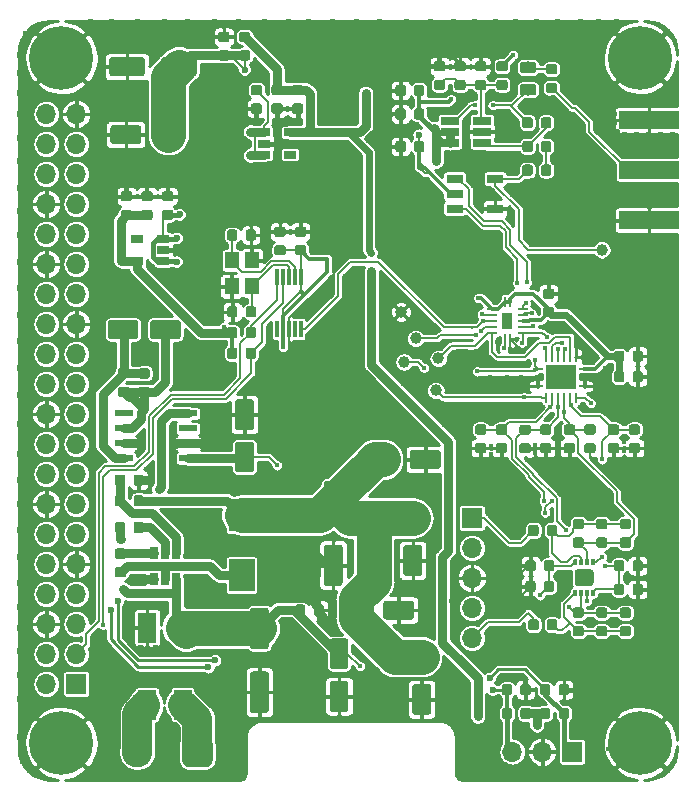
<source format=gtl>
G04 #@! TF.GenerationSoftware,KiCad,Pcbnew,(5.1.4)-1*
G04 #@! TF.CreationDate,2019-09-18T21:55:27+02:00*
G04 #@! TF.ProjectId,rf-receiver,72662d72-6563-4656-9976-65722e6b6963,rev?*
G04 #@! TF.SameCoordinates,Original*
G04 #@! TF.FileFunction,Copper,L1,Top*
G04 #@! TF.FilePolarity,Positive*
%FSLAX46Y46*%
G04 Gerber Fmt 4.6, Leading zero omitted, Abs format (unit mm)*
G04 Created by KiCad (PCBNEW (5.1.4)-1) date 2019-09-18 21:55:27*
%MOMM*%
%LPD*%
G04 APERTURE LIST*
%ADD10R,0.280000X0.850000*%
%ADD11R,0.850000X0.280000*%
%ADD12R,2.550000X2.050000*%
%ADD13R,0.900000X0.240000*%
%ADD14R,0.240000X0.900000*%
%ADD15R,0.900000X1.400000*%
%ADD16R,1.500000X2.500000*%
%ADD17C,0.100000*%
%ADD18C,1.600000*%
%ADD19C,0.875000*%
%ADD20R,2.200000X2.700000*%
%ADD21R,1.000000X2.130000*%
%ADD22R,1.000000X3.800000*%
%ADD23R,1.650000X1.000000*%
%ADD24R,3.800000X1.000000*%
%ADD25R,1.000000X1.000000*%
%ADD26R,2.130000X1.000000*%
%ADD27R,1.000000X1.650000*%
%ADD28R,1.000000X3.550000*%
%ADD29R,3.550000X1.000000*%
%ADD30C,0.350000*%
%ADD31C,1.400000*%
%ADD32O,1.700000X1.700000*%
%ADD33R,1.700000X1.700000*%
%ADD34R,1.200000X1.400000*%
%ADD35R,1.060000X0.650000*%
%ADD36C,1.000000*%
%ADD37R,0.300000X1.450000*%
%ADD38C,2.600000*%
%ADD39R,0.650000X1.060000*%
%ADD40R,1.550000X0.600000*%
%ADD41C,5.400000*%
%ADD42C,0.975000*%
%ADD43R,5.080000X1.500000*%
%ADD44R,1.560000X0.650000*%
%ADD45R,1.400000X0.760000*%
%ADD46C,0.400000*%
%ADD47C,0.600000*%
%ADD48C,0.200000*%
%ADD49C,0.350000*%
%ADD50C,3.000000*%
%ADD51C,0.800000*%
%ADD52C,0.400000*%
%ADD53C,0.250000*%
%ADD54C,0.600000*%
%ADD55C,2.500000*%
%ADD56C,0.254000*%
G04 APERTURE END LIST*
D10*
X122550000Y-86575000D03*
X122050000Y-86575000D03*
X121550000Y-86575000D03*
X121050000Y-86575000D03*
X120550000Y-86575000D03*
X120050000Y-90025000D03*
X120550000Y-90025000D03*
X121050000Y-90025000D03*
X121550000Y-90025000D03*
X122050000Y-90025000D03*
X120050000Y-86575000D03*
X122550000Y-90025000D03*
D11*
X119325000Y-89050000D03*
X119325000Y-87550000D03*
D12*
X121300000Y-88300000D03*
D11*
X123275000Y-87550000D03*
X123275000Y-89050000D03*
D13*
X115450000Y-84500000D03*
X115450000Y-84000000D03*
X115450000Y-83500000D03*
X115450000Y-83000000D03*
X115450000Y-82500000D03*
X118050000Y-84500000D03*
X118050000Y-84000000D03*
X118050000Y-83500000D03*
X118050000Y-83000000D03*
X118050000Y-82500000D03*
D14*
X116950000Y-85060000D03*
X116550000Y-85050000D03*
D15*
X116750000Y-83500000D03*
D14*
X116550000Y-81950000D03*
X116950000Y-81950000D03*
D16*
X86250000Y-116000000D03*
X89250000Y-116000000D03*
X86250000Y-109500000D03*
X89250000Y-109500000D03*
D17*
G36*
X95074504Y-93751204D02*
G01*
X95098773Y-93754804D01*
X95122571Y-93760765D01*
X95145671Y-93769030D01*
X95167849Y-93779520D01*
X95188893Y-93792133D01*
X95208598Y-93806747D01*
X95226777Y-93823223D01*
X95243253Y-93841402D01*
X95257867Y-93861107D01*
X95270480Y-93882151D01*
X95280970Y-93904329D01*
X95289235Y-93927429D01*
X95295196Y-93951227D01*
X95298796Y-93975496D01*
X95300000Y-94000000D01*
X95300000Y-96100000D01*
X95298796Y-96124504D01*
X95295196Y-96148773D01*
X95289235Y-96172571D01*
X95280970Y-96195671D01*
X95270480Y-96217849D01*
X95257867Y-96238893D01*
X95243253Y-96258598D01*
X95226777Y-96276777D01*
X95208598Y-96293253D01*
X95188893Y-96307867D01*
X95167849Y-96320480D01*
X95145671Y-96330970D01*
X95122571Y-96339235D01*
X95098773Y-96345196D01*
X95074504Y-96348796D01*
X95050000Y-96350000D01*
X93950000Y-96350000D01*
X93925496Y-96348796D01*
X93901227Y-96345196D01*
X93877429Y-96339235D01*
X93854329Y-96330970D01*
X93832151Y-96320480D01*
X93811107Y-96307867D01*
X93791402Y-96293253D01*
X93773223Y-96276777D01*
X93756747Y-96258598D01*
X93742133Y-96238893D01*
X93729520Y-96217849D01*
X93719030Y-96195671D01*
X93710765Y-96172571D01*
X93704804Y-96148773D01*
X93701204Y-96124504D01*
X93700000Y-96100000D01*
X93700000Y-94000000D01*
X93701204Y-93975496D01*
X93704804Y-93951227D01*
X93710765Y-93927429D01*
X93719030Y-93904329D01*
X93729520Y-93882151D01*
X93742133Y-93861107D01*
X93756747Y-93841402D01*
X93773223Y-93823223D01*
X93791402Y-93806747D01*
X93811107Y-93792133D01*
X93832151Y-93779520D01*
X93854329Y-93769030D01*
X93877429Y-93760765D01*
X93901227Y-93754804D01*
X93925496Y-93751204D01*
X93950000Y-93750000D01*
X95050000Y-93750000D01*
X95074504Y-93751204D01*
X95074504Y-93751204D01*
G37*
D18*
X94500000Y-95050000D03*
D17*
G36*
X95074504Y-90151204D02*
G01*
X95098773Y-90154804D01*
X95122571Y-90160765D01*
X95145671Y-90169030D01*
X95167849Y-90179520D01*
X95188893Y-90192133D01*
X95208598Y-90206747D01*
X95226777Y-90223223D01*
X95243253Y-90241402D01*
X95257867Y-90261107D01*
X95270480Y-90282151D01*
X95280970Y-90304329D01*
X95289235Y-90327429D01*
X95295196Y-90351227D01*
X95298796Y-90375496D01*
X95300000Y-90400000D01*
X95300000Y-92500000D01*
X95298796Y-92524504D01*
X95295196Y-92548773D01*
X95289235Y-92572571D01*
X95280970Y-92595671D01*
X95270480Y-92617849D01*
X95257867Y-92638893D01*
X95243253Y-92658598D01*
X95226777Y-92676777D01*
X95208598Y-92693253D01*
X95188893Y-92707867D01*
X95167849Y-92720480D01*
X95145671Y-92730970D01*
X95122571Y-92739235D01*
X95098773Y-92745196D01*
X95074504Y-92748796D01*
X95050000Y-92750000D01*
X93950000Y-92750000D01*
X93925496Y-92748796D01*
X93901227Y-92745196D01*
X93877429Y-92739235D01*
X93854329Y-92730970D01*
X93832151Y-92720480D01*
X93811107Y-92707867D01*
X93791402Y-92693253D01*
X93773223Y-92676777D01*
X93756747Y-92658598D01*
X93742133Y-92638893D01*
X93729520Y-92617849D01*
X93719030Y-92595671D01*
X93710765Y-92572571D01*
X93704804Y-92548773D01*
X93701204Y-92524504D01*
X93700000Y-92500000D01*
X93700000Y-90400000D01*
X93701204Y-90375496D01*
X93704804Y-90351227D01*
X93710765Y-90327429D01*
X93719030Y-90304329D01*
X93729520Y-90282151D01*
X93742133Y-90261107D01*
X93756747Y-90241402D01*
X93773223Y-90223223D01*
X93791402Y-90206747D01*
X93811107Y-90192133D01*
X93832151Y-90179520D01*
X93854329Y-90169030D01*
X93877429Y-90160765D01*
X93901227Y-90154804D01*
X93925496Y-90151204D01*
X93950000Y-90150000D01*
X95050000Y-90150000D01*
X95074504Y-90151204D01*
X95074504Y-90151204D01*
G37*
D18*
X94500000Y-91450000D03*
D17*
G36*
X85524504Y-66951204D02*
G01*
X85548773Y-66954804D01*
X85572571Y-66960765D01*
X85595671Y-66969030D01*
X85617849Y-66979520D01*
X85638893Y-66992133D01*
X85658598Y-67006747D01*
X85676777Y-67023223D01*
X85693253Y-67041402D01*
X85707867Y-67061107D01*
X85720480Y-67082151D01*
X85730970Y-67104329D01*
X85739235Y-67127429D01*
X85745196Y-67151227D01*
X85748796Y-67175496D01*
X85750000Y-67200000D01*
X85750000Y-68300000D01*
X85748796Y-68324504D01*
X85745196Y-68348773D01*
X85739235Y-68372571D01*
X85730970Y-68395671D01*
X85720480Y-68417849D01*
X85707867Y-68438893D01*
X85693253Y-68458598D01*
X85676777Y-68476777D01*
X85658598Y-68493253D01*
X85638893Y-68507867D01*
X85617849Y-68520480D01*
X85595671Y-68530970D01*
X85572571Y-68539235D01*
X85548773Y-68545196D01*
X85524504Y-68548796D01*
X85500000Y-68550000D01*
X83400000Y-68550000D01*
X83375496Y-68548796D01*
X83351227Y-68545196D01*
X83327429Y-68539235D01*
X83304329Y-68530970D01*
X83282151Y-68520480D01*
X83261107Y-68507867D01*
X83241402Y-68493253D01*
X83223223Y-68476777D01*
X83206747Y-68458598D01*
X83192133Y-68438893D01*
X83179520Y-68417849D01*
X83169030Y-68395671D01*
X83160765Y-68372571D01*
X83154804Y-68348773D01*
X83151204Y-68324504D01*
X83150000Y-68300000D01*
X83150000Y-67200000D01*
X83151204Y-67175496D01*
X83154804Y-67151227D01*
X83160765Y-67127429D01*
X83169030Y-67104329D01*
X83179520Y-67082151D01*
X83192133Y-67061107D01*
X83206747Y-67041402D01*
X83223223Y-67023223D01*
X83241402Y-67006747D01*
X83261107Y-66992133D01*
X83282151Y-66979520D01*
X83304329Y-66969030D01*
X83327429Y-66960765D01*
X83351227Y-66954804D01*
X83375496Y-66951204D01*
X83400000Y-66950000D01*
X85500000Y-66950000D01*
X85524504Y-66951204D01*
X85524504Y-66951204D01*
G37*
D18*
X84450000Y-67750000D03*
D17*
G36*
X89124504Y-66951204D02*
G01*
X89148773Y-66954804D01*
X89172571Y-66960765D01*
X89195671Y-66969030D01*
X89217849Y-66979520D01*
X89238893Y-66992133D01*
X89258598Y-67006747D01*
X89276777Y-67023223D01*
X89293253Y-67041402D01*
X89307867Y-67061107D01*
X89320480Y-67082151D01*
X89330970Y-67104329D01*
X89339235Y-67127429D01*
X89345196Y-67151227D01*
X89348796Y-67175496D01*
X89350000Y-67200000D01*
X89350000Y-68300000D01*
X89348796Y-68324504D01*
X89345196Y-68348773D01*
X89339235Y-68372571D01*
X89330970Y-68395671D01*
X89320480Y-68417849D01*
X89307867Y-68438893D01*
X89293253Y-68458598D01*
X89276777Y-68476777D01*
X89258598Y-68493253D01*
X89238893Y-68507867D01*
X89217849Y-68520480D01*
X89195671Y-68530970D01*
X89172571Y-68539235D01*
X89148773Y-68545196D01*
X89124504Y-68548796D01*
X89100000Y-68550000D01*
X87000000Y-68550000D01*
X86975496Y-68548796D01*
X86951227Y-68545196D01*
X86927429Y-68539235D01*
X86904329Y-68530970D01*
X86882151Y-68520480D01*
X86861107Y-68507867D01*
X86841402Y-68493253D01*
X86823223Y-68476777D01*
X86806747Y-68458598D01*
X86792133Y-68438893D01*
X86779520Y-68417849D01*
X86769030Y-68395671D01*
X86760765Y-68372571D01*
X86754804Y-68348773D01*
X86751204Y-68324504D01*
X86750000Y-68300000D01*
X86750000Y-67200000D01*
X86751204Y-67175496D01*
X86754804Y-67151227D01*
X86760765Y-67127429D01*
X86769030Y-67104329D01*
X86779520Y-67082151D01*
X86792133Y-67061107D01*
X86806747Y-67041402D01*
X86823223Y-67023223D01*
X86841402Y-67006747D01*
X86861107Y-66992133D01*
X86882151Y-66979520D01*
X86904329Y-66969030D01*
X86927429Y-66960765D01*
X86951227Y-66954804D01*
X86975496Y-66951204D01*
X87000000Y-66950000D01*
X89100000Y-66950000D01*
X89124504Y-66951204D01*
X89124504Y-66951204D01*
G37*
D18*
X88050000Y-67750000D03*
D17*
G36*
X85274504Y-83451204D02*
G01*
X85298773Y-83454804D01*
X85322571Y-83460765D01*
X85345671Y-83469030D01*
X85367849Y-83479520D01*
X85388893Y-83492133D01*
X85408598Y-83506747D01*
X85426777Y-83523223D01*
X85443253Y-83541402D01*
X85457867Y-83561107D01*
X85470480Y-83582151D01*
X85480970Y-83604329D01*
X85489235Y-83627429D01*
X85495196Y-83651227D01*
X85498796Y-83675496D01*
X85500000Y-83700000D01*
X85500000Y-84800000D01*
X85498796Y-84824504D01*
X85495196Y-84848773D01*
X85489235Y-84872571D01*
X85480970Y-84895671D01*
X85470480Y-84917849D01*
X85457867Y-84938893D01*
X85443253Y-84958598D01*
X85426777Y-84976777D01*
X85408598Y-84993253D01*
X85388893Y-85007867D01*
X85367849Y-85020480D01*
X85345671Y-85030970D01*
X85322571Y-85039235D01*
X85298773Y-85045196D01*
X85274504Y-85048796D01*
X85250000Y-85050000D01*
X83150000Y-85050000D01*
X83125496Y-85048796D01*
X83101227Y-85045196D01*
X83077429Y-85039235D01*
X83054329Y-85030970D01*
X83032151Y-85020480D01*
X83011107Y-85007867D01*
X82991402Y-84993253D01*
X82973223Y-84976777D01*
X82956747Y-84958598D01*
X82942133Y-84938893D01*
X82929520Y-84917849D01*
X82919030Y-84895671D01*
X82910765Y-84872571D01*
X82904804Y-84848773D01*
X82901204Y-84824504D01*
X82900000Y-84800000D01*
X82900000Y-83700000D01*
X82901204Y-83675496D01*
X82904804Y-83651227D01*
X82910765Y-83627429D01*
X82919030Y-83604329D01*
X82929520Y-83582151D01*
X82942133Y-83561107D01*
X82956747Y-83541402D01*
X82973223Y-83523223D01*
X82991402Y-83506747D01*
X83011107Y-83492133D01*
X83032151Y-83479520D01*
X83054329Y-83469030D01*
X83077429Y-83460765D01*
X83101227Y-83454804D01*
X83125496Y-83451204D01*
X83150000Y-83450000D01*
X85250000Y-83450000D01*
X85274504Y-83451204D01*
X85274504Y-83451204D01*
G37*
D18*
X84200000Y-84250000D03*
D17*
G36*
X88874504Y-83451204D02*
G01*
X88898773Y-83454804D01*
X88922571Y-83460765D01*
X88945671Y-83469030D01*
X88967849Y-83479520D01*
X88988893Y-83492133D01*
X89008598Y-83506747D01*
X89026777Y-83523223D01*
X89043253Y-83541402D01*
X89057867Y-83561107D01*
X89070480Y-83582151D01*
X89080970Y-83604329D01*
X89089235Y-83627429D01*
X89095196Y-83651227D01*
X89098796Y-83675496D01*
X89100000Y-83700000D01*
X89100000Y-84800000D01*
X89098796Y-84824504D01*
X89095196Y-84848773D01*
X89089235Y-84872571D01*
X89080970Y-84895671D01*
X89070480Y-84917849D01*
X89057867Y-84938893D01*
X89043253Y-84958598D01*
X89026777Y-84976777D01*
X89008598Y-84993253D01*
X88988893Y-85007867D01*
X88967849Y-85020480D01*
X88945671Y-85030970D01*
X88922571Y-85039235D01*
X88898773Y-85045196D01*
X88874504Y-85048796D01*
X88850000Y-85050000D01*
X86750000Y-85050000D01*
X86725496Y-85048796D01*
X86701227Y-85045196D01*
X86677429Y-85039235D01*
X86654329Y-85030970D01*
X86632151Y-85020480D01*
X86611107Y-85007867D01*
X86591402Y-84993253D01*
X86573223Y-84976777D01*
X86556747Y-84958598D01*
X86542133Y-84938893D01*
X86529520Y-84917849D01*
X86519030Y-84895671D01*
X86510765Y-84872571D01*
X86504804Y-84848773D01*
X86501204Y-84824504D01*
X86500000Y-84800000D01*
X86500000Y-83700000D01*
X86501204Y-83675496D01*
X86504804Y-83651227D01*
X86510765Y-83627429D01*
X86519030Y-83604329D01*
X86529520Y-83582151D01*
X86542133Y-83561107D01*
X86556747Y-83541402D01*
X86573223Y-83523223D01*
X86591402Y-83506747D01*
X86611107Y-83492133D01*
X86632151Y-83479520D01*
X86654329Y-83469030D01*
X86677429Y-83460765D01*
X86701227Y-83454804D01*
X86725496Y-83451204D01*
X86750000Y-83450000D01*
X88850000Y-83450000D01*
X88874504Y-83451204D01*
X88874504Y-83451204D01*
G37*
D18*
X87800000Y-84250000D03*
D17*
G36*
X108624504Y-107201204D02*
G01*
X108648773Y-107204804D01*
X108672571Y-107210765D01*
X108695671Y-107219030D01*
X108717849Y-107229520D01*
X108738893Y-107242133D01*
X108758598Y-107256747D01*
X108776777Y-107273223D01*
X108793253Y-107291402D01*
X108807867Y-107311107D01*
X108820480Y-107332151D01*
X108830970Y-107354329D01*
X108839235Y-107377429D01*
X108845196Y-107401227D01*
X108848796Y-107425496D01*
X108850000Y-107450000D01*
X108850000Y-108550000D01*
X108848796Y-108574504D01*
X108845196Y-108598773D01*
X108839235Y-108622571D01*
X108830970Y-108645671D01*
X108820480Y-108667849D01*
X108807867Y-108688893D01*
X108793253Y-108708598D01*
X108776777Y-108726777D01*
X108758598Y-108743253D01*
X108738893Y-108757867D01*
X108717849Y-108770480D01*
X108695671Y-108780970D01*
X108672571Y-108789235D01*
X108648773Y-108795196D01*
X108624504Y-108798796D01*
X108600000Y-108800000D01*
X106500000Y-108800000D01*
X106475496Y-108798796D01*
X106451227Y-108795196D01*
X106427429Y-108789235D01*
X106404329Y-108780970D01*
X106382151Y-108770480D01*
X106361107Y-108757867D01*
X106341402Y-108743253D01*
X106323223Y-108726777D01*
X106306747Y-108708598D01*
X106292133Y-108688893D01*
X106279520Y-108667849D01*
X106269030Y-108645671D01*
X106260765Y-108622571D01*
X106254804Y-108598773D01*
X106251204Y-108574504D01*
X106250000Y-108550000D01*
X106250000Y-107450000D01*
X106251204Y-107425496D01*
X106254804Y-107401227D01*
X106260765Y-107377429D01*
X106269030Y-107354329D01*
X106279520Y-107332151D01*
X106292133Y-107311107D01*
X106306747Y-107291402D01*
X106323223Y-107273223D01*
X106341402Y-107256747D01*
X106361107Y-107242133D01*
X106382151Y-107229520D01*
X106404329Y-107219030D01*
X106427429Y-107210765D01*
X106451227Y-107204804D01*
X106475496Y-107201204D01*
X106500000Y-107200000D01*
X108600000Y-107200000D01*
X108624504Y-107201204D01*
X108624504Y-107201204D01*
G37*
D18*
X107550000Y-108000000D03*
D17*
G36*
X105024504Y-107201204D02*
G01*
X105048773Y-107204804D01*
X105072571Y-107210765D01*
X105095671Y-107219030D01*
X105117849Y-107229520D01*
X105138893Y-107242133D01*
X105158598Y-107256747D01*
X105176777Y-107273223D01*
X105193253Y-107291402D01*
X105207867Y-107311107D01*
X105220480Y-107332151D01*
X105230970Y-107354329D01*
X105239235Y-107377429D01*
X105245196Y-107401227D01*
X105248796Y-107425496D01*
X105250000Y-107450000D01*
X105250000Y-108550000D01*
X105248796Y-108574504D01*
X105245196Y-108598773D01*
X105239235Y-108622571D01*
X105230970Y-108645671D01*
X105220480Y-108667849D01*
X105207867Y-108688893D01*
X105193253Y-108708598D01*
X105176777Y-108726777D01*
X105158598Y-108743253D01*
X105138893Y-108757867D01*
X105117849Y-108770480D01*
X105095671Y-108780970D01*
X105072571Y-108789235D01*
X105048773Y-108795196D01*
X105024504Y-108798796D01*
X105000000Y-108800000D01*
X102900000Y-108800000D01*
X102875496Y-108798796D01*
X102851227Y-108795196D01*
X102827429Y-108789235D01*
X102804329Y-108780970D01*
X102782151Y-108770480D01*
X102761107Y-108757867D01*
X102741402Y-108743253D01*
X102723223Y-108726777D01*
X102706747Y-108708598D01*
X102692133Y-108688893D01*
X102679520Y-108667849D01*
X102669030Y-108645671D01*
X102660765Y-108622571D01*
X102654804Y-108598773D01*
X102651204Y-108574504D01*
X102650000Y-108550000D01*
X102650000Y-107450000D01*
X102651204Y-107425496D01*
X102654804Y-107401227D01*
X102660765Y-107377429D01*
X102669030Y-107354329D01*
X102679520Y-107332151D01*
X102692133Y-107311107D01*
X102706747Y-107291402D01*
X102723223Y-107273223D01*
X102741402Y-107256747D01*
X102761107Y-107242133D01*
X102782151Y-107229520D01*
X102804329Y-107219030D01*
X102827429Y-107210765D01*
X102851227Y-107204804D01*
X102875496Y-107201204D01*
X102900000Y-107200000D01*
X105000000Y-107200000D01*
X105024504Y-107201204D01*
X105024504Y-107201204D01*
G37*
D18*
X103950000Y-108000000D03*
D17*
G36*
X110074504Y-114251204D02*
G01*
X110098773Y-114254804D01*
X110122571Y-114260765D01*
X110145671Y-114269030D01*
X110167849Y-114279520D01*
X110188893Y-114292133D01*
X110208598Y-114306747D01*
X110226777Y-114323223D01*
X110243253Y-114341402D01*
X110257867Y-114361107D01*
X110270480Y-114382151D01*
X110280970Y-114404329D01*
X110289235Y-114427429D01*
X110295196Y-114451227D01*
X110298796Y-114475496D01*
X110300000Y-114500000D01*
X110300000Y-116600000D01*
X110298796Y-116624504D01*
X110295196Y-116648773D01*
X110289235Y-116672571D01*
X110280970Y-116695671D01*
X110270480Y-116717849D01*
X110257867Y-116738893D01*
X110243253Y-116758598D01*
X110226777Y-116776777D01*
X110208598Y-116793253D01*
X110188893Y-116807867D01*
X110167849Y-116820480D01*
X110145671Y-116830970D01*
X110122571Y-116839235D01*
X110098773Y-116845196D01*
X110074504Y-116848796D01*
X110050000Y-116850000D01*
X108950000Y-116850000D01*
X108925496Y-116848796D01*
X108901227Y-116845196D01*
X108877429Y-116839235D01*
X108854329Y-116830970D01*
X108832151Y-116820480D01*
X108811107Y-116807867D01*
X108791402Y-116793253D01*
X108773223Y-116776777D01*
X108756747Y-116758598D01*
X108742133Y-116738893D01*
X108729520Y-116717849D01*
X108719030Y-116695671D01*
X108710765Y-116672571D01*
X108704804Y-116648773D01*
X108701204Y-116624504D01*
X108700000Y-116600000D01*
X108700000Y-114500000D01*
X108701204Y-114475496D01*
X108704804Y-114451227D01*
X108710765Y-114427429D01*
X108719030Y-114404329D01*
X108729520Y-114382151D01*
X108742133Y-114361107D01*
X108756747Y-114341402D01*
X108773223Y-114323223D01*
X108791402Y-114306747D01*
X108811107Y-114292133D01*
X108832151Y-114279520D01*
X108854329Y-114269030D01*
X108877429Y-114260765D01*
X108901227Y-114254804D01*
X108925496Y-114251204D01*
X108950000Y-114250000D01*
X110050000Y-114250000D01*
X110074504Y-114251204D01*
X110074504Y-114251204D01*
G37*
D18*
X109500000Y-115550000D03*
D17*
G36*
X110074504Y-110651204D02*
G01*
X110098773Y-110654804D01*
X110122571Y-110660765D01*
X110145671Y-110669030D01*
X110167849Y-110679520D01*
X110188893Y-110692133D01*
X110208598Y-110706747D01*
X110226777Y-110723223D01*
X110243253Y-110741402D01*
X110257867Y-110761107D01*
X110270480Y-110782151D01*
X110280970Y-110804329D01*
X110289235Y-110827429D01*
X110295196Y-110851227D01*
X110298796Y-110875496D01*
X110300000Y-110900000D01*
X110300000Y-113000000D01*
X110298796Y-113024504D01*
X110295196Y-113048773D01*
X110289235Y-113072571D01*
X110280970Y-113095671D01*
X110270480Y-113117849D01*
X110257867Y-113138893D01*
X110243253Y-113158598D01*
X110226777Y-113176777D01*
X110208598Y-113193253D01*
X110188893Y-113207867D01*
X110167849Y-113220480D01*
X110145671Y-113230970D01*
X110122571Y-113239235D01*
X110098773Y-113245196D01*
X110074504Y-113248796D01*
X110050000Y-113250000D01*
X108950000Y-113250000D01*
X108925496Y-113248796D01*
X108901227Y-113245196D01*
X108877429Y-113239235D01*
X108854329Y-113230970D01*
X108832151Y-113220480D01*
X108811107Y-113207867D01*
X108791402Y-113193253D01*
X108773223Y-113176777D01*
X108756747Y-113158598D01*
X108742133Y-113138893D01*
X108729520Y-113117849D01*
X108719030Y-113095671D01*
X108710765Y-113072571D01*
X108704804Y-113048773D01*
X108701204Y-113024504D01*
X108700000Y-113000000D01*
X108700000Y-110900000D01*
X108701204Y-110875496D01*
X108704804Y-110851227D01*
X108710765Y-110827429D01*
X108719030Y-110804329D01*
X108729520Y-110782151D01*
X108742133Y-110761107D01*
X108756747Y-110741402D01*
X108773223Y-110723223D01*
X108791402Y-110706747D01*
X108811107Y-110692133D01*
X108832151Y-110679520D01*
X108854329Y-110669030D01*
X108877429Y-110660765D01*
X108901227Y-110654804D01*
X108925496Y-110651204D01*
X108950000Y-110650000D01*
X110050000Y-110650000D01*
X110074504Y-110651204D01*
X110074504Y-110651204D01*
G37*
D18*
X109500000Y-111950000D03*
D17*
G36*
X103074504Y-114001204D02*
G01*
X103098773Y-114004804D01*
X103122571Y-114010765D01*
X103145671Y-114019030D01*
X103167849Y-114029520D01*
X103188893Y-114042133D01*
X103208598Y-114056747D01*
X103226777Y-114073223D01*
X103243253Y-114091402D01*
X103257867Y-114111107D01*
X103270480Y-114132151D01*
X103280970Y-114154329D01*
X103289235Y-114177429D01*
X103295196Y-114201227D01*
X103298796Y-114225496D01*
X103300000Y-114250000D01*
X103300000Y-116350000D01*
X103298796Y-116374504D01*
X103295196Y-116398773D01*
X103289235Y-116422571D01*
X103280970Y-116445671D01*
X103270480Y-116467849D01*
X103257867Y-116488893D01*
X103243253Y-116508598D01*
X103226777Y-116526777D01*
X103208598Y-116543253D01*
X103188893Y-116557867D01*
X103167849Y-116570480D01*
X103145671Y-116580970D01*
X103122571Y-116589235D01*
X103098773Y-116595196D01*
X103074504Y-116598796D01*
X103050000Y-116600000D01*
X101950000Y-116600000D01*
X101925496Y-116598796D01*
X101901227Y-116595196D01*
X101877429Y-116589235D01*
X101854329Y-116580970D01*
X101832151Y-116570480D01*
X101811107Y-116557867D01*
X101791402Y-116543253D01*
X101773223Y-116526777D01*
X101756747Y-116508598D01*
X101742133Y-116488893D01*
X101729520Y-116467849D01*
X101719030Y-116445671D01*
X101710765Y-116422571D01*
X101704804Y-116398773D01*
X101701204Y-116374504D01*
X101700000Y-116350000D01*
X101700000Y-114250000D01*
X101701204Y-114225496D01*
X101704804Y-114201227D01*
X101710765Y-114177429D01*
X101719030Y-114154329D01*
X101729520Y-114132151D01*
X101742133Y-114111107D01*
X101756747Y-114091402D01*
X101773223Y-114073223D01*
X101791402Y-114056747D01*
X101811107Y-114042133D01*
X101832151Y-114029520D01*
X101854329Y-114019030D01*
X101877429Y-114010765D01*
X101901227Y-114004804D01*
X101925496Y-114001204D01*
X101950000Y-114000000D01*
X103050000Y-114000000D01*
X103074504Y-114001204D01*
X103074504Y-114001204D01*
G37*
D18*
X102500000Y-115300000D03*
D17*
G36*
X103074504Y-110401204D02*
G01*
X103098773Y-110404804D01*
X103122571Y-110410765D01*
X103145671Y-110419030D01*
X103167849Y-110429520D01*
X103188893Y-110442133D01*
X103208598Y-110456747D01*
X103226777Y-110473223D01*
X103243253Y-110491402D01*
X103257867Y-110511107D01*
X103270480Y-110532151D01*
X103280970Y-110554329D01*
X103289235Y-110577429D01*
X103295196Y-110601227D01*
X103298796Y-110625496D01*
X103300000Y-110650000D01*
X103300000Y-112750000D01*
X103298796Y-112774504D01*
X103295196Y-112798773D01*
X103289235Y-112822571D01*
X103280970Y-112845671D01*
X103270480Y-112867849D01*
X103257867Y-112888893D01*
X103243253Y-112908598D01*
X103226777Y-112926777D01*
X103208598Y-112943253D01*
X103188893Y-112957867D01*
X103167849Y-112970480D01*
X103145671Y-112980970D01*
X103122571Y-112989235D01*
X103098773Y-112995196D01*
X103074504Y-112998796D01*
X103050000Y-113000000D01*
X101950000Y-113000000D01*
X101925496Y-112998796D01*
X101901227Y-112995196D01*
X101877429Y-112989235D01*
X101854329Y-112980970D01*
X101832151Y-112970480D01*
X101811107Y-112957867D01*
X101791402Y-112943253D01*
X101773223Y-112926777D01*
X101756747Y-112908598D01*
X101742133Y-112888893D01*
X101729520Y-112867849D01*
X101719030Y-112845671D01*
X101710765Y-112822571D01*
X101704804Y-112798773D01*
X101701204Y-112774504D01*
X101700000Y-112750000D01*
X101700000Y-110650000D01*
X101701204Y-110625496D01*
X101704804Y-110601227D01*
X101710765Y-110577429D01*
X101719030Y-110554329D01*
X101729520Y-110532151D01*
X101742133Y-110511107D01*
X101756747Y-110491402D01*
X101773223Y-110473223D01*
X101791402Y-110456747D01*
X101811107Y-110442133D01*
X101832151Y-110429520D01*
X101854329Y-110419030D01*
X101877429Y-110410765D01*
X101901227Y-110404804D01*
X101925496Y-110401204D01*
X101950000Y-110400000D01*
X103050000Y-110400000D01*
X103074504Y-110401204D01*
X103074504Y-110401204D01*
G37*
D18*
X102500000Y-111700000D03*
D17*
G36*
X126452691Y-105776053D02*
G01*
X126473926Y-105779203D01*
X126494750Y-105784419D01*
X126514962Y-105791651D01*
X126534368Y-105800830D01*
X126552781Y-105811866D01*
X126570024Y-105824654D01*
X126585930Y-105839070D01*
X126600346Y-105854976D01*
X126613134Y-105872219D01*
X126624170Y-105890632D01*
X126633349Y-105910038D01*
X126640581Y-105930250D01*
X126645797Y-105951074D01*
X126648947Y-105972309D01*
X126650000Y-105993750D01*
X126650000Y-106506250D01*
X126648947Y-106527691D01*
X126645797Y-106548926D01*
X126640581Y-106569750D01*
X126633349Y-106589962D01*
X126624170Y-106609368D01*
X126613134Y-106627781D01*
X126600346Y-106645024D01*
X126585930Y-106660930D01*
X126570024Y-106675346D01*
X126552781Y-106688134D01*
X126534368Y-106699170D01*
X126514962Y-106708349D01*
X126494750Y-106715581D01*
X126473926Y-106720797D01*
X126452691Y-106723947D01*
X126431250Y-106725000D01*
X125993750Y-106725000D01*
X125972309Y-106723947D01*
X125951074Y-106720797D01*
X125930250Y-106715581D01*
X125910038Y-106708349D01*
X125890632Y-106699170D01*
X125872219Y-106688134D01*
X125854976Y-106675346D01*
X125839070Y-106660930D01*
X125824654Y-106645024D01*
X125811866Y-106627781D01*
X125800830Y-106609368D01*
X125791651Y-106589962D01*
X125784419Y-106569750D01*
X125779203Y-106548926D01*
X125776053Y-106527691D01*
X125775000Y-106506250D01*
X125775000Y-105993750D01*
X125776053Y-105972309D01*
X125779203Y-105951074D01*
X125784419Y-105930250D01*
X125791651Y-105910038D01*
X125800830Y-105890632D01*
X125811866Y-105872219D01*
X125824654Y-105854976D01*
X125839070Y-105839070D01*
X125854976Y-105824654D01*
X125872219Y-105811866D01*
X125890632Y-105800830D01*
X125910038Y-105791651D01*
X125930250Y-105784419D01*
X125951074Y-105779203D01*
X125972309Y-105776053D01*
X125993750Y-105775000D01*
X126431250Y-105775000D01*
X126452691Y-105776053D01*
X126452691Y-105776053D01*
G37*
D19*
X126212500Y-106250000D03*
D17*
G36*
X128027691Y-105776053D02*
G01*
X128048926Y-105779203D01*
X128069750Y-105784419D01*
X128089962Y-105791651D01*
X128109368Y-105800830D01*
X128127781Y-105811866D01*
X128145024Y-105824654D01*
X128160930Y-105839070D01*
X128175346Y-105854976D01*
X128188134Y-105872219D01*
X128199170Y-105890632D01*
X128208349Y-105910038D01*
X128215581Y-105930250D01*
X128220797Y-105951074D01*
X128223947Y-105972309D01*
X128225000Y-105993750D01*
X128225000Y-106506250D01*
X128223947Y-106527691D01*
X128220797Y-106548926D01*
X128215581Y-106569750D01*
X128208349Y-106589962D01*
X128199170Y-106609368D01*
X128188134Y-106627781D01*
X128175346Y-106645024D01*
X128160930Y-106660930D01*
X128145024Y-106675346D01*
X128127781Y-106688134D01*
X128109368Y-106699170D01*
X128089962Y-106708349D01*
X128069750Y-106715581D01*
X128048926Y-106720797D01*
X128027691Y-106723947D01*
X128006250Y-106725000D01*
X127568750Y-106725000D01*
X127547309Y-106723947D01*
X127526074Y-106720797D01*
X127505250Y-106715581D01*
X127485038Y-106708349D01*
X127465632Y-106699170D01*
X127447219Y-106688134D01*
X127429976Y-106675346D01*
X127414070Y-106660930D01*
X127399654Y-106645024D01*
X127386866Y-106627781D01*
X127375830Y-106609368D01*
X127366651Y-106589962D01*
X127359419Y-106569750D01*
X127354203Y-106548926D01*
X127351053Y-106527691D01*
X127350000Y-106506250D01*
X127350000Y-105993750D01*
X127351053Y-105972309D01*
X127354203Y-105951074D01*
X127359419Y-105930250D01*
X127366651Y-105910038D01*
X127375830Y-105890632D01*
X127386866Y-105872219D01*
X127399654Y-105854976D01*
X127414070Y-105839070D01*
X127429976Y-105824654D01*
X127447219Y-105811866D01*
X127465632Y-105800830D01*
X127485038Y-105791651D01*
X127505250Y-105784419D01*
X127526074Y-105779203D01*
X127547309Y-105776053D01*
X127568750Y-105775000D01*
X128006250Y-105775000D01*
X128027691Y-105776053D01*
X128027691Y-105776053D01*
G37*
D19*
X127787500Y-106250000D03*
D17*
G36*
X88277691Y-72526053D02*
G01*
X88298926Y-72529203D01*
X88319750Y-72534419D01*
X88339962Y-72541651D01*
X88359368Y-72550830D01*
X88377781Y-72561866D01*
X88395024Y-72574654D01*
X88410930Y-72589070D01*
X88425346Y-72604976D01*
X88438134Y-72622219D01*
X88449170Y-72640632D01*
X88458349Y-72660038D01*
X88465581Y-72680250D01*
X88470797Y-72701074D01*
X88473947Y-72722309D01*
X88475000Y-72743750D01*
X88475000Y-73181250D01*
X88473947Y-73202691D01*
X88470797Y-73223926D01*
X88465581Y-73244750D01*
X88458349Y-73264962D01*
X88449170Y-73284368D01*
X88438134Y-73302781D01*
X88425346Y-73320024D01*
X88410930Y-73335930D01*
X88395024Y-73350346D01*
X88377781Y-73363134D01*
X88359368Y-73374170D01*
X88339962Y-73383349D01*
X88319750Y-73390581D01*
X88298926Y-73395797D01*
X88277691Y-73398947D01*
X88256250Y-73400000D01*
X87743750Y-73400000D01*
X87722309Y-73398947D01*
X87701074Y-73395797D01*
X87680250Y-73390581D01*
X87660038Y-73383349D01*
X87640632Y-73374170D01*
X87622219Y-73363134D01*
X87604976Y-73350346D01*
X87589070Y-73335930D01*
X87574654Y-73320024D01*
X87561866Y-73302781D01*
X87550830Y-73284368D01*
X87541651Y-73264962D01*
X87534419Y-73244750D01*
X87529203Y-73223926D01*
X87526053Y-73202691D01*
X87525000Y-73181250D01*
X87525000Y-72743750D01*
X87526053Y-72722309D01*
X87529203Y-72701074D01*
X87534419Y-72680250D01*
X87541651Y-72660038D01*
X87550830Y-72640632D01*
X87561866Y-72622219D01*
X87574654Y-72604976D01*
X87589070Y-72589070D01*
X87604976Y-72574654D01*
X87622219Y-72561866D01*
X87640632Y-72550830D01*
X87660038Y-72541651D01*
X87680250Y-72534419D01*
X87701074Y-72529203D01*
X87722309Y-72526053D01*
X87743750Y-72525000D01*
X88256250Y-72525000D01*
X88277691Y-72526053D01*
X88277691Y-72526053D01*
G37*
D19*
X88000000Y-72962500D03*
D17*
G36*
X88277691Y-74101053D02*
G01*
X88298926Y-74104203D01*
X88319750Y-74109419D01*
X88339962Y-74116651D01*
X88359368Y-74125830D01*
X88377781Y-74136866D01*
X88395024Y-74149654D01*
X88410930Y-74164070D01*
X88425346Y-74179976D01*
X88438134Y-74197219D01*
X88449170Y-74215632D01*
X88458349Y-74235038D01*
X88465581Y-74255250D01*
X88470797Y-74276074D01*
X88473947Y-74297309D01*
X88475000Y-74318750D01*
X88475000Y-74756250D01*
X88473947Y-74777691D01*
X88470797Y-74798926D01*
X88465581Y-74819750D01*
X88458349Y-74839962D01*
X88449170Y-74859368D01*
X88438134Y-74877781D01*
X88425346Y-74895024D01*
X88410930Y-74910930D01*
X88395024Y-74925346D01*
X88377781Y-74938134D01*
X88359368Y-74949170D01*
X88339962Y-74958349D01*
X88319750Y-74965581D01*
X88298926Y-74970797D01*
X88277691Y-74973947D01*
X88256250Y-74975000D01*
X87743750Y-74975000D01*
X87722309Y-74973947D01*
X87701074Y-74970797D01*
X87680250Y-74965581D01*
X87660038Y-74958349D01*
X87640632Y-74949170D01*
X87622219Y-74938134D01*
X87604976Y-74925346D01*
X87589070Y-74910930D01*
X87574654Y-74895024D01*
X87561866Y-74877781D01*
X87550830Y-74859368D01*
X87541651Y-74839962D01*
X87534419Y-74819750D01*
X87529203Y-74798926D01*
X87526053Y-74777691D01*
X87525000Y-74756250D01*
X87525000Y-74318750D01*
X87526053Y-74297309D01*
X87529203Y-74276074D01*
X87534419Y-74255250D01*
X87541651Y-74235038D01*
X87550830Y-74215632D01*
X87561866Y-74197219D01*
X87574654Y-74179976D01*
X87589070Y-74164070D01*
X87604976Y-74149654D01*
X87622219Y-74136866D01*
X87640632Y-74125830D01*
X87660038Y-74116651D01*
X87680250Y-74109419D01*
X87701074Y-74104203D01*
X87722309Y-74101053D01*
X87743750Y-74100000D01*
X88256250Y-74100000D01*
X88277691Y-74101053D01*
X88277691Y-74101053D01*
G37*
D19*
X88000000Y-74537500D03*
D17*
G36*
X84777691Y-72526053D02*
G01*
X84798926Y-72529203D01*
X84819750Y-72534419D01*
X84839962Y-72541651D01*
X84859368Y-72550830D01*
X84877781Y-72561866D01*
X84895024Y-72574654D01*
X84910930Y-72589070D01*
X84925346Y-72604976D01*
X84938134Y-72622219D01*
X84949170Y-72640632D01*
X84958349Y-72660038D01*
X84965581Y-72680250D01*
X84970797Y-72701074D01*
X84973947Y-72722309D01*
X84975000Y-72743750D01*
X84975000Y-73181250D01*
X84973947Y-73202691D01*
X84970797Y-73223926D01*
X84965581Y-73244750D01*
X84958349Y-73264962D01*
X84949170Y-73284368D01*
X84938134Y-73302781D01*
X84925346Y-73320024D01*
X84910930Y-73335930D01*
X84895024Y-73350346D01*
X84877781Y-73363134D01*
X84859368Y-73374170D01*
X84839962Y-73383349D01*
X84819750Y-73390581D01*
X84798926Y-73395797D01*
X84777691Y-73398947D01*
X84756250Y-73400000D01*
X84243750Y-73400000D01*
X84222309Y-73398947D01*
X84201074Y-73395797D01*
X84180250Y-73390581D01*
X84160038Y-73383349D01*
X84140632Y-73374170D01*
X84122219Y-73363134D01*
X84104976Y-73350346D01*
X84089070Y-73335930D01*
X84074654Y-73320024D01*
X84061866Y-73302781D01*
X84050830Y-73284368D01*
X84041651Y-73264962D01*
X84034419Y-73244750D01*
X84029203Y-73223926D01*
X84026053Y-73202691D01*
X84025000Y-73181250D01*
X84025000Y-72743750D01*
X84026053Y-72722309D01*
X84029203Y-72701074D01*
X84034419Y-72680250D01*
X84041651Y-72660038D01*
X84050830Y-72640632D01*
X84061866Y-72622219D01*
X84074654Y-72604976D01*
X84089070Y-72589070D01*
X84104976Y-72574654D01*
X84122219Y-72561866D01*
X84140632Y-72550830D01*
X84160038Y-72541651D01*
X84180250Y-72534419D01*
X84201074Y-72529203D01*
X84222309Y-72526053D01*
X84243750Y-72525000D01*
X84756250Y-72525000D01*
X84777691Y-72526053D01*
X84777691Y-72526053D01*
G37*
D19*
X84500000Y-72962500D03*
D17*
G36*
X84777691Y-74101053D02*
G01*
X84798926Y-74104203D01*
X84819750Y-74109419D01*
X84839962Y-74116651D01*
X84859368Y-74125830D01*
X84877781Y-74136866D01*
X84895024Y-74149654D01*
X84910930Y-74164070D01*
X84925346Y-74179976D01*
X84938134Y-74197219D01*
X84949170Y-74215632D01*
X84958349Y-74235038D01*
X84965581Y-74255250D01*
X84970797Y-74276074D01*
X84973947Y-74297309D01*
X84975000Y-74318750D01*
X84975000Y-74756250D01*
X84973947Y-74777691D01*
X84970797Y-74798926D01*
X84965581Y-74819750D01*
X84958349Y-74839962D01*
X84949170Y-74859368D01*
X84938134Y-74877781D01*
X84925346Y-74895024D01*
X84910930Y-74910930D01*
X84895024Y-74925346D01*
X84877781Y-74938134D01*
X84859368Y-74949170D01*
X84839962Y-74958349D01*
X84819750Y-74965581D01*
X84798926Y-74970797D01*
X84777691Y-74973947D01*
X84756250Y-74975000D01*
X84243750Y-74975000D01*
X84222309Y-74973947D01*
X84201074Y-74970797D01*
X84180250Y-74965581D01*
X84160038Y-74958349D01*
X84140632Y-74949170D01*
X84122219Y-74938134D01*
X84104976Y-74925346D01*
X84089070Y-74910930D01*
X84074654Y-74895024D01*
X84061866Y-74877781D01*
X84050830Y-74859368D01*
X84041651Y-74839962D01*
X84034419Y-74819750D01*
X84029203Y-74798926D01*
X84026053Y-74777691D01*
X84025000Y-74756250D01*
X84025000Y-74318750D01*
X84026053Y-74297309D01*
X84029203Y-74276074D01*
X84034419Y-74255250D01*
X84041651Y-74235038D01*
X84050830Y-74215632D01*
X84061866Y-74197219D01*
X84074654Y-74179976D01*
X84089070Y-74164070D01*
X84104976Y-74149654D01*
X84122219Y-74136866D01*
X84140632Y-74125830D01*
X84160038Y-74116651D01*
X84180250Y-74109419D01*
X84201074Y-74104203D01*
X84222309Y-74101053D01*
X84243750Y-74100000D01*
X84756250Y-74100000D01*
X84777691Y-74101053D01*
X84777691Y-74101053D01*
G37*
D19*
X84500000Y-74537500D03*
D17*
G36*
X95777691Y-65101053D02*
G01*
X95798926Y-65104203D01*
X95819750Y-65109419D01*
X95839962Y-65116651D01*
X95859368Y-65125830D01*
X95877781Y-65136866D01*
X95895024Y-65149654D01*
X95910930Y-65164070D01*
X95925346Y-65179976D01*
X95938134Y-65197219D01*
X95949170Y-65215632D01*
X95958349Y-65235038D01*
X95965581Y-65255250D01*
X95970797Y-65276074D01*
X95973947Y-65297309D01*
X95975000Y-65318750D01*
X95975000Y-65756250D01*
X95973947Y-65777691D01*
X95970797Y-65798926D01*
X95965581Y-65819750D01*
X95958349Y-65839962D01*
X95949170Y-65859368D01*
X95938134Y-65877781D01*
X95925346Y-65895024D01*
X95910930Y-65910930D01*
X95895024Y-65925346D01*
X95877781Y-65938134D01*
X95859368Y-65949170D01*
X95839962Y-65958349D01*
X95819750Y-65965581D01*
X95798926Y-65970797D01*
X95777691Y-65973947D01*
X95756250Y-65975000D01*
X95243750Y-65975000D01*
X95222309Y-65973947D01*
X95201074Y-65970797D01*
X95180250Y-65965581D01*
X95160038Y-65958349D01*
X95140632Y-65949170D01*
X95122219Y-65938134D01*
X95104976Y-65925346D01*
X95089070Y-65910930D01*
X95074654Y-65895024D01*
X95061866Y-65877781D01*
X95050830Y-65859368D01*
X95041651Y-65839962D01*
X95034419Y-65819750D01*
X95029203Y-65798926D01*
X95026053Y-65777691D01*
X95025000Y-65756250D01*
X95025000Y-65318750D01*
X95026053Y-65297309D01*
X95029203Y-65276074D01*
X95034419Y-65255250D01*
X95041651Y-65235038D01*
X95050830Y-65215632D01*
X95061866Y-65197219D01*
X95074654Y-65179976D01*
X95089070Y-65164070D01*
X95104976Y-65149654D01*
X95122219Y-65136866D01*
X95140632Y-65125830D01*
X95160038Y-65116651D01*
X95180250Y-65109419D01*
X95201074Y-65104203D01*
X95222309Y-65101053D01*
X95243750Y-65100000D01*
X95756250Y-65100000D01*
X95777691Y-65101053D01*
X95777691Y-65101053D01*
G37*
D19*
X95500000Y-65537500D03*
D17*
G36*
X95777691Y-63526053D02*
G01*
X95798926Y-63529203D01*
X95819750Y-63534419D01*
X95839962Y-63541651D01*
X95859368Y-63550830D01*
X95877781Y-63561866D01*
X95895024Y-63574654D01*
X95910930Y-63589070D01*
X95925346Y-63604976D01*
X95938134Y-63622219D01*
X95949170Y-63640632D01*
X95958349Y-63660038D01*
X95965581Y-63680250D01*
X95970797Y-63701074D01*
X95973947Y-63722309D01*
X95975000Y-63743750D01*
X95975000Y-64181250D01*
X95973947Y-64202691D01*
X95970797Y-64223926D01*
X95965581Y-64244750D01*
X95958349Y-64264962D01*
X95949170Y-64284368D01*
X95938134Y-64302781D01*
X95925346Y-64320024D01*
X95910930Y-64335930D01*
X95895024Y-64350346D01*
X95877781Y-64363134D01*
X95859368Y-64374170D01*
X95839962Y-64383349D01*
X95819750Y-64390581D01*
X95798926Y-64395797D01*
X95777691Y-64398947D01*
X95756250Y-64400000D01*
X95243750Y-64400000D01*
X95222309Y-64398947D01*
X95201074Y-64395797D01*
X95180250Y-64390581D01*
X95160038Y-64383349D01*
X95140632Y-64374170D01*
X95122219Y-64363134D01*
X95104976Y-64350346D01*
X95089070Y-64335930D01*
X95074654Y-64320024D01*
X95061866Y-64302781D01*
X95050830Y-64284368D01*
X95041651Y-64264962D01*
X95034419Y-64244750D01*
X95029203Y-64223926D01*
X95026053Y-64202691D01*
X95025000Y-64181250D01*
X95025000Y-63743750D01*
X95026053Y-63722309D01*
X95029203Y-63701074D01*
X95034419Y-63680250D01*
X95041651Y-63660038D01*
X95050830Y-63640632D01*
X95061866Y-63622219D01*
X95074654Y-63604976D01*
X95089070Y-63589070D01*
X95104976Y-63574654D01*
X95122219Y-63561866D01*
X95140632Y-63550830D01*
X95160038Y-63541651D01*
X95180250Y-63534419D01*
X95201074Y-63529203D01*
X95222309Y-63526053D01*
X95243750Y-63525000D01*
X95756250Y-63525000D01*
X95777691Y-63526053D01*
X95777691Y-63526053D01*
G37*
D19*
X95500000Y-63962500D03*
D17*
G36*
X111277691Y-63101053D02*
G01*
X111298926Y-63104203D01*
X111319750Y-63109419D01*
X111339962Y-63116651D01*
X111359368Y-63125830D01*
X111377781Y-63136866D01*
X111395024Y-63149654D01*
X111410930Y-63164070D01*
X111425346Y-63179976D01*
X111438134Y-63197219D01*
X111449170Y-63215632D01*
X111458349Y-63235038D01*
X111465581Y-63255250D01*
X111470797Y-63276074D01*
X111473947Y-63297309D01*
X111475000Y-63318750D01*
X111475000Y-63756250D01*
X111473947Y-63777691D01*
X111470797Y-63798926D01*
X111465581Y-63819750D01*
X111458349Y-63839962D01*
X111449170Y-63859368D01*
X111438134Y-63877781D01*
X111425346Y-63895024D01*
X111410930Y-63910930D01*
X111395024Y-63925346D01*
X111377781Y-63938134D01*
X111359368Y-63949170D01*
X111339962Y-63958349D01*
X111319750Y-63965581D01*
X111298926Y-63970797D01*
X111277691Y-63973947D01*
X111256250Y-63975000D01*
X110743750Y-63975000D01*
X110722309Y-63973947D01*
X110701074Y-63970797D01*
X110680250Y-63965581D01*
X110660038Y-63958349D01*
X110640632Y-63949170D01*
X110622219Y-63938134D01*
X110604976Y-63925346D01*
X110589070Y-63910930D01*
X110574654Y-63895024D01*
X110561866Y-63877781D01*
X110550830Y-63859368D01*
X110541651Y-63839962D01*
X110534419Y-63819750D01*
X110529203Y-63798926D01*
X110526053Y-63777691D01*
X110525000Y-63756250D01*
X110525000Y-63318750D01*
X110526053Y-63297309D01*
X110529203Y-63276074D01*
X110534419Y-63255250D01*
X110541651Y-63235038D01*
X110550830Y-63215632D01*
X110561866Y-63197219D01*
X110574654Y-63179976D01*
X110589070Y-63164070D01*
X110604976Y-63149654D01*
X110622219Y-63136866D01*
X110640632Y-63125830D01*
X110660038Y-63116651D01*
X110680250Y-63109419D01*
X110701074Y-63104203D01*
X110722309Y-63101053D01*
X110743750Y-63100000D01*
X111256250Y-63100000D01*
X111277691Y-63101053D01*
X111277691Y-63101053D01*
G37*
D19*
X111000000Y-63537500D03*
D17*
G36*
X111277691Y-61526053D02*
G01*
X111298926Y-61529203D01*
X111319750Y-61534419D01*
X111339962Y-61541651D01*
X111359368Y-61550830D01*
X111377781Y-61561866D01*
X111395024Y-61574654D01*
X111410930Y-61589070D01*
X111425346Y-61604976D01*
X111438134Y-61622219D01*
X111449170Y-61640632D01*
X111458349Y-61660038D01*
X111465581Y-61680250D01*
X111470797Y-61701074D01*
X111473947Y-61722309D01*
X111475000Y-61743750D01*
X111475000Y-62181250D01*
X111473947Y-62202691D01*
X111470797Y-62223926D01*
X111465581Y-62244750D01*
X111458349Y-62264962D01*
X111449170Y-62284368D01*
X111438134Y-62302781D01*
X111425346Y-62320024D01*
X111410930Y-62335930D01*
X111395024Y-62350346D01*
X111377781Y-62363134D01*
X111359368Y-62374170D01*
X111339962Y-62383349D01*
X111319750Y-62390581D01*
X111298926Y-62395797D01*
X111277691Y-62398947D01*
X111256250Y-62400000D01*
X110743750Y-62400000D01*
X110722309Y-62398947D01*
X110701074Y-62395797D01*
X110680250Y-62390581D01*
X110660038Y-62383349D01*
X110640632Y-62374170D01*
X110622219Y-62363134D01*
X110604976Y-62350346D01*
X110589070Y-62335930D01*
X110574654Y-62320024D01*
X110561866Y-62302781D01*
X110550830Y-62284368D01*
X110541651Y-62264962D01*
X110534419Y-62244750D01*
X110529203Y-62223926D01*
X110526053Y-62202691D01*
X110525000Y-62181250D01*
X110525000Y-61743750D01*
X110526053Y-61722309D01*
X110529203Y-61701074D01*
X110534419Y-61680250D01*
X110541651Y-61660038D01*
X110550830Y-61640632D01*
X110561866Y-61622219D01*
X110574654Y-61604976D01*
X110589070Y-61589070D01*
X110604976Y-61574654D01*
X110622219Y-61561866D01*
X110640632Y-61550830D01*
X110660038Y-61541651D01*
X110680250Y-61534419D01*
X110701074Y-61529203D01*
X110722309Y-61526053D01*
X110743750Y-61525000D01*
X111256250Y-61525000D01*
X111277691Y-61526053D01*
X111277691Y-61526053D01*
G37*
D19*
X111000000Y-61962500D03*
D17*
G36*
X109527691Y-65526053D02*
G01*
X109548926Y-65529203D01*
X109569750Y-65534419D01*
X109589962Y-65541651D01*
X109609368Y-65550830D01*
X109627781Y-65561866D01*
X109645024Y-65574654D01*
X109660930Y-65589070D01*
X109675346Y-65604976D01*
X109688134Y-65622219D01*
X109699170Y-65640632D01*
X109708349Y-65660038D01*
X109715581Y-65680250D01*
X109720797Y-65701074D01*
X109723947Y-65722309D01*
X109725000Y-65743750D01*
X109725000Y-66256250D01*
X109723947Y-66277691D01*
X109720797Y-66298926D01*
X109715581Y-66319750D01*
X109708349Y-66339962D01*
X109699170Y-66359368D01*
X109688134Y-66377781D01*
X109675346Y-66395024D01*
X109660930Y-66410930D01*
X109645024Y-66425346D01*
X109627781Y-66438134D01*
X109609368Y-66449170D01*
X109589962Y-66458349D01*
X109569750Y-66465581D01*
X109548926Y-66470797D01*
X109527691Y-66473947D01*
X109506250Y-66475000D01*
X109068750Y-66475000D01*
X109047309Y-66473947D01*
X109026074Y-66470797D01*
X109005250Y-66465581D01*
X108985038Y-66458349D01*
X108965632Y-66449170D01*
X108947219Y-66438134D01*
X108929976Y-66425346D01*
X108914070Y-66410930D01*
X108899654Y-66395024D01*
X108886866Y-66377781D01*
X108875830Y-66359368D01*
X108866651Y-66339962D01*
X108859419Y-66319750D01*
X108854203Y-66298926D01*
X108851053Y-66277691D01*
X108850000Y-66256250D01*
X108850000Y-65743750D01*
X108851053Y-65722309D01*
X108854203Y-65701074D01*
X108859419Y-65680250D01*
X108866651Y-65660038D01*
X108875830Y-65640632D01*
X108886866Y-65622219D01*
X108899654Y-65604976D01*
X108914070Y-65589070D01*
X108929976Y-65574654D01*
X108947219Y-65561866D01*
X108965632Y-65550830D01*
X108985038Y-65541651D01*
X109005250Y-65534419D01*
X109026074Y-65529203D01*
X109047309Y-65526053D01*
X109068750Y-65525000D01*
X109506250Y-65525000D01*
X109527691Y-65526053D01*
X109527691Y-65526053D01*
G37*
D19*
X109287500Y-66000000D03*
D17*
G36*
X107952691Y-65526053D02*
G01*
X107973926Y-65529203D01*
X107994750Y-65534419D01*
X108014962Y-65541651D01*
X108034368Y-65550830D01*
X108052781Y-65561866D01*
X108070024Y-65574654D01*
X108085930Y-65589070D01*
X108100346Y-65604976D01*
X108113134Y-65622219D01*
X108124170Y-65640632D01*
X108133349Y-65660038D01*
X108140581Y-65680250D01*
X108145797Y-65701074D01*
X108148947Y-65722309D01*
X108150000Y-65743750D01*
X108150000Y-66256250D01*
X108148947Y-66277691D01*
X108145797Y-66298926D01*
X108140581Y-66319750D01*
X108133349Y-66339962D01*
X108124170Y-66359368D01*
X108113134Y-66377781D01*
X108100346Y-66395024D01*
X108085930Y-66410930D01*
X108070024Y-66425346D01*
X108052781Y-66438134D01*
X108034368Y-66449170D01*
X108014962Y-66458349D01*
X107994750Y-66465581D01*
X107973926Y-66470797D01*
X107952691Y-66473947D01*
X107931250Y-66475000D01*
X107493750Y-66475000D01*
X107472309Y-66473947D01*
X107451074Y-66470797D01*
X107430250Y-66465581D01*
X107410038Y-66458349D01*
X107390632Y-66449170D01*
X107372219Y-66438134D01*
X107354976Y-66425346D01*
X107339070Y-66410930D01*
X107324654Y-66395024D01*
X107311866Y-66377781D01*
X107300830Y-66359368D01*
X107291651Y-66339962D01*
X107284419Y-66319750D01*
X107279203Y-66298926D01*
X107276053Y-66277691D01*
X107275000Y-66256250D01*
X107275000Y-65743750D01*
X107276053Y-65722309D01*
X107279203Y-65701074D01*
X107284419Y-65680250D01*
X107291651Y-65660038D01*
X107300830Y-65640632D01*
X107311866Y-65622219D01*
X107324654Y-65604976D01*
X107339070Y-65589070D01*
X107354976Y-65574654D01*
X107372219Y-65561866D01*
X107390632Y-65550830D01*
X107410038Y-65541651D01*
X107430250Y-65534419D01*
X107451074Y-65529203D01*
X107472309Y-65526053D01*
X107493750Y-65525000D01*
X107931250Y-65525000D01*
X107952691Y-65526053D01*
X107952691Y-65526053D01*
G37*
D19*
X107712500Y-66000000D03*
D17*
G36*
X97527691Y-63526053D02*
G01*
X97548926Y-63529203D01*
X97569750Y-63534419D01*
X97589962Y-63541651D01*
X97609368Y-63550830D01*
X97627781Y-63561866D01*
X97645024Y-63574654D01*
X97660930Y-63589070D01*
X97675346Y-63604976D01*
X97688134Y-63622219D01*
X97699170Y-63640632D01*
X97708349Y-63660038D01*
X97715581Y-63680250D01*
X97720797Y-63701074D01*
X97723947Y-63722309D01*
X97725000Y-63743750D01*
X97725000Y-64181250D01*
X97723947Y-64202691D01*
X97720797Y-64223926D01*
X97715581Y-64244750D01*
X97708349Y-64264962D01*
X97699170Y-64284368D01*
X97688134Y-64302781D01*
X97675346Y-64320024D01*
X97660930Y-64335930D01*
X97645024Y-64350346D01*
X97627781Y-64363134D01*
X97609368Y-64374170D01*
X97589962Y-64383349D01*
X97569750Y-64390581D01*
X97548926Y-64395797D01*
X97527691Y-64398947D01*
X97506250Y-64400000D01*
X96993750Y-64400000D01*
X96972309Y-64398947D01*
X96951074Y-64395797D01*
X96930250Y-64390581D01*
X96910038Y-64383349D01*
X96890632Y-64374170D01*
X96872219Y-64363134D01*
X96854976Y-64350346D01*
X96839070Y-64335930D01*
X96824654Y-64320024D01*
X96811866Y-64302781D01*
X96800830Y-64284368D01*
X96791651Y-64264962D01*
X96784419Y-64244750D01*
X96779203Y-64223926D01*
X96776053Y-64202691D01*
X96775000Y-64181250D01*
X96775000Y-63743750D01*
X96776053Y-63722309D01*
X96779203Y-63701074D01*
X96784419Y-63680250D01*
X96791651Y-63660038D01*
X96800830Y-63640632D01*
X96811866Y-63622219D01*
X96824654Y-63604976D01*
X96839070Y-63589070D01*
X96854976Y-63574654D01*
X96872219Y-63561866D01*
X96890632Y-63550830D01*
X96910038Y-63541651D01*
X96930250Y-63534419D01*
X96951074Y-63529203D01*
X96972309Y-63526053D01*
X96993750Y-63525000D01*
X97506250Y-63525000D01*
X97527691Y-63526053D01*
X97527691Y-63526053D01*
G37*
D19*
X97250000Y-63962500D03*
D17*
G36*
X97527691Y-65101053D02*
G01*
X97548926Y-65104203D01*
X97569750Y-65109419D01*
X97589962Y-65116651D01*
X97609368Y-65125830D01*
X97627781Y-65136866D01*
X97645024Y-65149654D01*
X97660930Y-65164070D01*
X97675346Y-65179976D01*
X97688134Y-65197219D01*
X97699170Y-65215632D01*
X97708349Y-65235038D01*
X97715581Y-65255250D01*
X97720797Y-65276074D01*
X97723947Y-65297309D01*
X97725000Y-65318750D01*
X97725000Y-65756250D01*
X97723947Y-65777691D01*
X97720797Y-65798926D01*
X97715581Y-65819750D01*
X97708349Y-65839962D01*
X97699170Y-65859368D01*
X97688134Y-65877781D01*
X97675346Y-65895024D01*
X97660930Y-65910930D01*
X97645024Y-65925346D01*
X97627781Y-65938134D01*
X97609368Y-65949170D01*
X97589962Y-65958349D01*
X97569750Y-65965581D01*
X97548926Y-65970797D01*
X97527691Y-65973947D01*
X97506250Y-65975000D01*
X96993750Y-65975000D01*
X96972309Y-65973947D01*
X96951074Y-65970797D01*
X96930250Y-65965581D01*
X96910038Y-65958349D01*
X96890632Y-65949170D01*
X96872219Y-65938134D01*
X96854976Y-65925346D01*
X96839070Y-65910930D01*
X96824654Y-65895024D01*
X96811866Y-65877781D01*
X96800830Y-65859368D01*
X96791651Y-65839962D01*
X96784419Y-65819750D01*
X96779203Y-65798926D01*
X96776053Y-65777691D01*
X96775000Y-65756250D01*
X96775000Y-65318750D01*
X96776053Y-65297309D01*
X96779203Y-65276074D01*
X96784419Y-65255250D01*
X96791651Y-65235038D01*
X96800830Y-65215632D01*
X96811866Y-65197219D01*
X96824654Y-65179976D01*
X96839070Y-65164070D01*
X96854976Y-65149654D01*
X96872219Y-65136866D01*
X96890632Y-65125830D01*
X96910038Y-65116651D01*
X96930250Y-65109419D01*
X96951074Y-65104203D01*
X96972309Y-65101053D01*
X96993750Y-65100000D01*
X97506250Y-65100000D01*
X97527691Y-65101053D01*
X97527691Y-65101053D01*
G37*
D19*
X97250000Y-65537500D03*
D17*
G36*
X120527691Y-105526053D02*
G01*
X120548926Y-105529203D01*
X120569750Y-105534419D01*
X120589962Y-105541651D01*
X120609368Y-105550830D01*
X120627781Y-105561866D01*
X120645024Y-105574654D01*
X120660930Y-105589070D01*
X120675346Y-105604976D01*
X120688134Y-105622219D01*
X120699170Y-105640632D01*
X120708349Y-105660038D01*
X120715581Y-105680250D01*
X120720797Y-105701074D01*
X120723947Y-105722309D01*
X120725000Y-105743750D01*
X120725000Y-106256250D01*
X120723947Y-106277691D01*
X120720797Y-106298926D01*
X120715581Y-106319750D01*
X120708349Y-106339962D01*
X120699170Y-106359368D01*
X120688134Y-106377781D01*
X120675346Y-106395024D01*
X120660930Y-106410930D01*
X120645024Y-106425346D01*
X120627781Y-106438134D01*
X120609368Y-106449170D01*
X120589962Y-106458349D01*
X120569750Y-106465581D01*
X120548926Y-106470797D01*
X120527691Y-106473947D01*
X120506250Y-106475000D01*
X120068750Y-106475000D01*
X120047309Y-106473947D01*
X120026074Y-106470797D01*
X120005250Y-106465581D01*
X119985038Y-106458349D01*
X119965632Y-106449170D01*
X119947219Y-106438134D01*
X119929976Y-106425346D01*
X119914070Y-106410930D01*
X119899654Y-106395024D01*
X119886866Y-106377781D01*
X119875830Y-106359368D01*
X119866651Y-106339962D01*
X119859419Y-106319750D01*
X119854203Y-106298926D01*
X119851053Y-106277691D01*
X119850000Y-106256250D01*
X119850000Y-105743750D01*
X119851053Y-105722309D01*
X119854203Y-105701074D01*
X119859419Y-105680250D01*
X119866651Y-105660038D01*
X119875830Y-105640632D01*
X119886866Y-105622219D01*
X119899654Y-105604976D01*
X119914070Y-105589070D01*
X119929976Y-105574654D01*
X119947219Y-105561866D01*
X119965632Y-105550830D01*
X119985038Y-105541651D01*
X120005250Y-105534419D01*
X120026074Y-105529203D01*
X120047309Y-105526053D01*
X120068750Y-105525000D01*
X120506250Y-105525000D01*
X120527691Y-105526053D01*
X120527691Y-105526053D01*
G37*
D19*
X120287500Y-106000000D03*
D17*
G36*
X118952691Y-105526053D02*
G01*
X118973926Y-105529203D01*
X118994750Y-105534419D01*
X119014962Y-105541651D01*
X119034368Y-105550830D01*
X119052781Y-105561866D01*
X119070024Y-105574654D01*
X119085930Y-105589070D01*
X119100346Y-105604976D01*
X119113134Y-105622219D01*
X119124170Y-105640632D01*
X119133349Y-105660038D01*
X119140581Y-105680250D01*
X119145797Y-105701074D01*
X119148947Y-105722309D01*
X119150000Y-105743750D01*
X119150000Y-106256250D01*
X119148947Y-106277691D01*
X119145797Y-106298926D01*
X119140581Y-106319750D01*
X119133349Y-106339962D01*
X119124170Y-106359368D01*
X119113134Y-106377781D01*
X119100346Y-106395024D01*
X119085930Y-106410930D01*
X119070024Y-106425346D01*
X119052781Y-106438134D01*
X119034368Y-106449170D01*
X119014962Y-106458349D01*
X118994750Y-106465581D01*
X118973926Y-106470797D01*
X118952691Y-106473947D01*
X118931250Y-106475000D01*
X118493750Y-106475000D01*
X118472309Y-106473947D01*
X118451074Y-106470797D01*
X118430250Y-106465581D01*
X118410038Y-106458349D01*
X118390632Y-106449170D01*
X118372219Y-106438134D01*
X118354976Y-106425346D01*
X118339070Y-106410930D01*
X118324654Y-106395024D01*
X118311866Y-106377781D01*
X118300830Y-106359368D01*
X118291651Y-106339962D01*
X118284419Y-106319750D01*
X118279203Y-106298926D01*
X118276053Y-106277691D01*
X118275000Y-106256250D01*
X118275000Y-105743750D01*
X118276053Y-105722309D01*
X118279203Y-105701074D01*
X118284419Y-105680250D01*
X118291651Y-105660038D01*
X118300830Y-105640632D01*
X118311866Y-105622219D01*
X118324654Y-105604976D01*
X118339070Y-105589070D01*
X118354976Y-105574654D01*
X118372219Y-105561866D01*
X118390632Y-105550830D01*
X118410038Y-105541651D01*
X118430250Y-105534419D01*
X118451074Y-105529203D01*
X118472309Y-105526053D01*
X118493750Y-105525000D01*
X118931250Y-105525000D01*
X118952691Y-105526053D01*
X118952691Y-105526053D01*
G37*
D19*
X118712500Y-106000000D03*
D17*
G36*
X110874504Y-94451204D02*
G01*
X110898773Y-94454804D01*
X110922571Y-94460765D01*
X110945671Y-94469030D01*
X110967849Y-94479520D01*
X110988893Y-94492133D01*
X111008598Y-94506747D01*
X111026777Y-94523223D01*
X111043253Y-94541402D01*
X111057867Y-94561107D01*
X111070480Y-94582151D01*
X111080970Y-94604329D01*
X111089235Y-94627429D01*
X111095196Y-94651227D01*
X111098796Y-94675496D01*
X111100000Y-94700000D01*
X111100000Y-95800000D01*
X111098796Y-95824504D01*
X111095196Y-95848773D01*
X111089235Y-95872571D01*
X111080970Y-95895671D01*
X111070480Y-95917849D01*
X111057867Y-95938893D01*
X111043253Y-95958598D01*
X111026777Y-95976777D01*
X111008598Y-95993253D01*
X110988893Y-96007867D01*
X110967849Y-96020480D01*
X110945671Y-96030970D01*
X110922571Y-96039235D01*
X110898773Y-96045196D01*
X110874504Y-96048796D01*
X110850000Y-96050000D01*
X108750000Y-96050000D01*
X108725496Y-96048796D01*
X108701227Y-96045196D01*
X108677429Y-96039235D01*
X108654329Y-96030970D01*
X108632151Y-96020480D01*
X108611107Y-96007867D01*
X108591402Y-95993253D01*
X108573223Y-95976777D01*
X108556747Y-95958598D01*
X108542133Y-95938893D01*
X108529520Y-95917849D01*
X108519030Y-95895671D01*
X108510765Y-95872571D01*
X108504804Y-95848773D01*
X108501204Y-95824504D01*
X108500000Y-95800000D01*
X108500000Y-94700000D01*
X108501204Y-94675496D01*
X108504804Y-94651227D01*
X108510765Y-94627429D01*
X108519030Y-94604329D01*
X108529520Y-94582151D01*
X108542133Y-94561107D01*
X108556747Y-94541402D01*
X108573223Y-94523223D01*
X108591402Y-94506747D01*
X108611107Y-94492133D01*
X108632151Y-94479520D01*
X108654329Y-94469030D01*
X108677429Y-94460765D01*
X108701227Y-94454804D01*
X108725496Y-94451204D01*
X108750000Y-94450000D01*
X110850000Y-94450000D01*
X110874504Y-94451204D01*
X110874504Y-94451204D01*
G37*
D18*
X109800000Y-95250000D03*
D17*
G36*
X107274504Y-94451204D02*
G01*
X107298773Y-94454804D01*
X107322571Y-94460765D01*
X107345671Y-94469030D01*
X107367849Y-94479520D01*
X107388893Y-94492133D01*
X107408598Y-94506747D01*
X107426777Y-94523223D01*
X107443253Y-94541402D01*
X107457867Y-94561107D01*
X107470480Y-94582151D01*
X107480970Y-94604329D01*
X107489235Y-94627429D01*
X107495196Y-94651227D01*
X107498796Y-94675496D01*
X107500000Y-94700000D01*
X107500000Y-95800000D01*
X107498796Y-95824504D01*
X107495196Y-95848773D01*
X107489235Y-95872571D01*
X107480970Y-95895671D01*
X107470480Y-95917849D01*
X107457867Y-95938893D01*
X107443253Y-95958598D01*
X107426777Y-95976777D01*
X107408598Y-95993253D01*
X107388893Y-96007867D01*
X107367849Y-96020480D01*
X107345671Y-96030970D01*
X107322571Y-96039235D01*
X107298773Y-96045196D01*
X107274504Y-96048796D01*
X107250000Y-96050000D01*
X105150000Y-96050000D01*
X105125496Y-96048796D01*
X105101227Y-96045196D01*
X105077429Y-96039235D01*
X105054329Y-96030970D01*
X105032151Y-96020480D01*
X105011107Y-96007867D01*
X104991402Y-95993253D01*
X104973223Y-95976777D01*
X104956747Y-95958598D01*
X104942133Y-95938893D01*
X104929520Y-95917849D01*
X104919030Y-95895671D01*
X104910765Y-95872571D01*
X104904804Y-95848773D01*
X104901204Y-95824504D01*
X104900000Y-95800000D01*
X104900000Y-94700000D01*
X104901204Y-94675496D01*
X104904804Y-94651227D01*
X104910765Y-94627429D01*
X104919030Y-94604329D01*
X104929520Y-94582151D01*
X104942133Y-94561107D01*
X104956747Y-94541402D01*
X104973223Y-94523223D01*
X104991402Y-94506747D01*
X105011107Y-94492133D01*
X105032151Y-94479520D01*
X105054329Y-94469030D01*
X105077429Y-94460765D01*
X105101227Y-94454804D01*
X105125496Y-94451204D01*
X105150000Y-94450000D01*
X107250000Y-94450000D01*
X107274504Y-94451204D01*
X107274504Y-94451204D01*
G37*
D18*
X106200000Y-95250000D03*
D17*
G36*
X109324504Y-102501204D02*
G01*
X109348773Y-102504804D01*
X109372571Y-102510765D01*
X109395671Y-102519030D01*
X109417849Y-102529520D01*
X109438893Y-102542133D01*
X109458598Y-102556747D01*
X109476777Y-102573223D01*
X109493253Y-102591402D01*
X109507867Y-102611107D01*
X109520480Y-102632151D01*
X109530970Y-102654329D01*
X109539235Y-102677429D01*
X109545196Y-102701227D01*
X109548796Y-102725496D01*
X109550000Y-102750000D01*
X109550000Y-104850000D01*
X109548796Y-104874504D01*
X109545196Y-104898773D01*
X109539235Y-104922571D01*
X109530970Y-104945671D01*
X109520480Y-104967849D01*
X109507867Y-104988893D01*
X109493253Y-105008598D01*
X109476777Y-105026777D01*
X109458598Y-105043253D01*
X109438893Y-105057867D01*
X109417849Y-105070480D01*
X109395671Y-105080970D01*
X109372571Y-105089235D01*
X109348773Y-105095196D01*
X109324504Y-105098796D01*
X109300000Y-105100000D01*
X108200000Y-105100000D01*
X108175496Y-105098796D01*
X108151227Y-105095196D01*
X108127429Y-105089235D01*
X108104329Y-105080970D01*
X108082151Y-105070480D01*
X108061107Y-105057867D01*
X108041402Y-105043253D01*
X108023223Y-105026777D01*
X108006747Y-105008598D01*
X107992133Y-104988893D01*
X107979520Y-104967849D01*
X107969030Y-104945671D01*
X107960765Y-104922571D01*
X107954804Y-104898773D01*
X107951204Y-104874504D01*
X107950000Y-104850000D01*
X107950000Y-102750000D01*
X107951204Y-102725496D01*
X107954804Y-102701227D01*
X107960765Y-102677429D01*
X107969030Y-102654329D01*
X107979520Y-102632151D01*
X107992133Y-102611107D01*
X108006747Y-102591402D01*
X108023223Y-102573223D01*
X108041402Y-102556747D01*
X108061107Y-102542133D01*
X108082151Y-102529520D01*
X108104329Y-102519030D01*
X108127429Y-102510765D01*
X108151227Y-102504804D01*
X108175496Y-102501204D01*
X108200000Y-102500000D01*
X109300000Y-102500000D01*
X109324504Y-102501204D01*
X109324504Y-102501204D01*
G37*
D18*
X108750000Y-103800000D03*
D17*
G36*
X109324504Y-98901204D02*
G01*
X109348773Y-98904804D01*
X109372571Y-98910765D01*
X109395671Y-98919030D01*
X109417849Y-98929520D01*
X109438893Y-98942133D01*
X109458598Y-98956747D01*
X109476777Y-98973223D01*
X109493253Y-98991402D01*
X109507867Y-99011107D01*
X109520480Y-99032151D01*
X109530970Y-99054329D01*
X109539235Y-99077429D01*
X109545196Y-99101227D01*
X109548796Y-99125496D01*
X109550000Y-99150000D01*
X109550000Y-101250000D01*
X109548796Y-101274504D01*
X109545196Y-101298773D01*
X109539235Y-101322571D01*
X109530970Y-101345671D01*
X109520480Y-101367849D01*
X109507867Y-101388893D01*
X109493253Y-101408598D01*
X109476777Y-101426777D01*
X109458598Y-101443253D01*
X109438893Y-101457867D01*
X109417849Y-101470480D01*
X109395671Y-101480970D01*
X109372571Y-101489235D01*
X109348773Y-101495196D01*
X109324504Y-101498796D01*
X109300000Y-101500000D01*
X108200000Y-101500000D01*
X108175496Y-101498796D01*
X108151227Y-101495196D01*
X108127429Y-101489235D01*
X108104329Y-101480970D01*
X108082151Y-101470480D01*
X108061107Y-101457867D01*
X108041402Y-101443253D01*
X108023223Y-101426777D01*
X108006747Y-101408598D01*
X107992133Y-101388893D01*
X107979520Y-101367849D01*
X107969030Y-101345671D01*
X107960765Y-101322571D01*
X107954804Y-101298773D01*
X107951204Y-101274504D01*
X107950000Y-101250000D01*
X107950000Y-99150000D01*
X107951204Y-99125496D01*
X107954804Y-99101227D01*
X107960765Y-99077429D01*
X107969030Y-99054329D01*
X107979520Y-99032151D01*
X107992133Y-99011107D01*
X108006747Y-98991402D01*
X108023223Y-98973223D01*
X108041402Y-98956747D01*
X108061107Y-98942133D01*
X108082151Y-98929520D01*
X108104329Y-98919030D01*
X108127429Y-98910765D01*
X108151227Y-98904804D01*
X108175496Y-98901204D01*
X108200000Y-98900000D01*
X109300000Y-98900000D01*
X109324504Y-98901204D01*
X109324504Y-98901204D01*
G37*
D18*
X108750000Y-100200000D03*
D17*
G36*
X85824504Y-61201204D02*
G01*
X85848773Y-61204804D01*
X85872571Y-61210765D01*
X85895671Y-61219030D01*
X85917849Y-61229520D01*
X85938893Y-61242133D01*
X85958598Y-61256747D01*
X85976777Y-61273223D01*
X85993253Y-61291402D01*
X86007867Y-61311107D01*
X86020480Y-61332151D01*
X86030970Y-61354329D01*
X86039235Y-61377429D01*
X86045196Y-61401227D01*
X86048796Y-61425496D01*
X86050000Y-61450000D01*
X86050000Y-62550000D01*
X86048796Y-62574504D01*
X86045196Y-62598773D01*
X86039235Y-62622571D01*
X86030970Y-62645671D01*
X86020480Y-62667849D01*
X86007867Y-62688893D01*
X85993253Y-62708598D01*
X85976777Y-62726777D01*
X85958598Y-62743253D01*
X85938893Y-62757867D01*
X85917849Y-62770480D01*
X85895671Y-62780970D01*
X85872571Y-62789235D01*
X85848773Y-62795196D01*
X85824504Y-62798796D01*
X85800000Y-62800000D01*
X83300000Y-62800000D01*
X83275496Y-62798796D01*
X83251227Y-62795196D01*
X83227429Y-62789235D01*
X83204329Y-62780970D01*
X83182151Y-62770480D01*
X83161107Y-62757867D01*
X83141402Y-62743253D01*
X83123223Y-62726777D01*
X83106747Y-62708598D01*
X83092133Y-62688893D01*
X83079520Y-62667849D01*
X83069030Y-62645671D01*
X83060765Y-62622571D01*
X83054804Y-62598773D01*
X83051204Y-62574504D01*
X83050000Y-62550000D01*
X83050000Y-61450000D01*
X83051204Y-61425496D01*
X83054804Y-61401227D01*
X83060765Y-61377429D01*
X83069030Y-61354329D01*
X83079520Y-61332151D01*
X83092133Y-61311107D01*
X83106747Y-61291402D01*
X83123223Y-61273223D01*
X83141402Y-61256747D01*
X83161107Y-61242133D01*
X83182151Y-61229520D01*
X83204329Y-61219030D01*
X83227429Y-61210765D01*
X83251227Y-61204804D01*
X83275496Y-61201204D01*
X83300000Y-61200000D01*
X85800000Y-61200000D01*
X85824504Y-61201204D01*
X85824504Y-61201204D01*
G37*
D18*
X84550000Y-62000000D03*
D17*
G36*
X90224504Y-61201204D02*
G01*
X90248773Y-61204804D01*
X90272571Y-61210765D01*
X90295671Y-61219030D01*
X90317849Y-61229520D01*
X90338893Y-61242133D01*
X90358598Y-61256747D01*
X90376777Y-61273223D01*
X90393253Y-61291402D01*
X90407867Y-61311107D01*
X90420480Y-61332151D01*
X90430970Y-61354329D01*
X90439235Y-61377429D01*
X90445196Y-61401227D01*
X90448796Y-61425496D01*
X90450000Y-61450000D01*
X90450000Y-62550000D01*
X90448796Y-62574504D01*
X90445196Y-62598773D01*
X90439235Y-62622571D01*
X90430970Y-62645671D01*
X90420480Y-62667849D01*
X90407867Y-62688893D01*
X90393253Y-62708598D01*
X90376777Y-62726777D01*
X90358598Y-62743253D01*
X90338893Y-62757867D01*
X90317849Y-62770480D01*
X90295671Y-62780970D01*
X90272571Y-62789235D01*
X90248773Y-62795196D01*
X90224504Y-62798796D01*
X90200000Y-62800000D01*
X87700000Y-62800000D01*
X87675496Y-62798796D01*
X87651227Y-62795196D01*
X87627429Y-62789235D01*
X87604329Y-62780970D01*
X87582151Y-62770480D01*
X87561107Y-62757867D01*
X87541402Y-62743253D01*
X87523223Y-62726777D01*
X87506747Y-62708598D01*
X87492133Y-62688893D01*
X87479520Y-62667849D01*
X87469030Y-62645671D01*
X87460765Y-62622571D01*
X87454804Y-62598773D01*
X87451204Y-62574504D01*
X87450000Y-62550000D01*
X87450000Y-61450000D01*
X87451204Y-61425496D01*
X87454804Y-61401227D01*
X87460765Y-61377429D01*
X87469030Y-61354329D01*
X87479520Y-61332151D01*
X87492133Y-61311107D01*
X87506747Y-61291402D01*
X87523223Y-61273223D01*
X87541402Y-61256747D01*
X87561107Y-61242133D01*
X87582151Y-61229520D01*
X87604329Y-61219030D01*
X87627429Y-61210765D01*
X87651227Y-61204804D01*
X87675496Y-61201204D01*
X87700000Y-61200000D01*
X90200000Y-61200000D01*
X90224504Y-61201204D01*
X90224504Y-61201204D01*
G37*
D18*
X88950000Y-62000000D03*
D20*
X94250000Y-105050000D03*
X94250000Y-99950000D03*
D21*
X103750000Y-86415000D03*
X91250000Y-86415000D03*
D22*
X103750000Y-81250000D03*
X91250000Y-81250000D03*
D21*
X103750000Y-76085000D03*
X91250000Y-76085000D03*
D23*
X102425000Y-87980000D03*
X102425000Y-74520000D03*
D24*
X97500000Y-87980000D03*
X97500000Y-74520000D03*
D23*
X92575000Y-87980000D03*
X92575000Y-74520000D03*
D25*
X91250000Y-87980000D03*
X103750000Y-87980000D03*
X103750000Y-74520000D03*
X91250000Y-74520000D03*
D26*
X128665000Y-99000000D03*
X128665000Y-111500000D03*
D24*
X123500000Y-99000000D03*
X123500000Y-111500000D03*
D26*
X118335000Y-99000000D03*
X118335000Y-111500000D03*
D27*
X130230000Y-100325000D03*
X116770000Y-100325000D03*
D22*
X130230000Y-105250000D03*
X116770000Y-105250000D03*
D27*
X130230000Y-110175000D03*
X116770000Y-110175000D03*
D25*
X130230000Y-111500000D03*
X130230000Y-99000000D03*
X116770000Y-99000000D03*
X116770000Y-111500000D03*
D28*
X129250000Y-93625000D03*
X112950000Y-93625000D03*
D22*
X129250000Y-87750000D03*
X112950000Y-87750000D03*
D28*
X129250000Y-81875000D03*
X112950000Y-81875000D03*
D29*
X126975000Y-95900000D03*
X126975000Y-79600000D03*
D24*
X121100000Y-95900000D03*
X121100000Y-79600000D03*
D29*
X115225000Y-95900000D03*
X115225000Y-79600000D03*
D25*
X112950000Y-95900000D03*
X129250000Y-95900000D03*
X129250000Y-79600000D03*
X112950000Y-79600000D03*
D28*
X122400000Y-74125000D03*
X106100000Y-74125000D03*
D22*
X122400000Y-68250000D03*
X106100000Y-68250000D03*
D28*
X122400000Y-62375000D03*
X106100000Y-62375000D03*
D29*
X120125000Y-76400000D03*
X120125000Y-60100000D03*
D24*
X114250000Y-76400000D03*
X114250000Y-60100000D03*
D29*
X108375000Y-76400000D03*
X108375000Y-60100000D03*
D25*
X106100000Y-76400000D03*
X122400000Y-76400000D03*
X122400000Y-60100000D03*
X106100000Y-60100000D03*
D17*
G36*
X122596076Y-103700421D02*
G01*
X122604570Y-103701681D01*
X122612900Y-103703768D01*
X122620985Y-103706661D01*
X122628747Y-103710332D01*
X122636112Y-103714746D01*
X122643009Y-103719862D01*
X122649372Y-103725628D01*
X122655138Y-103731991D01*
X122660254Y-103738888D01*
X122664668Y-103746253D01*
X122668339Y-103754015D01*
X122671232Y-103762100D01*
X122673319Y-103770430D01*
X122674579Y-103778924D01*
X122675000Y-103787500D01*
X122675000Y-104137500D01*
X122674579Y-104146076D01*
X122673319Y-104154570D01*
X122671232Y-104162900D01*
X122668339Y-104170985D01*
X122664668Y-104178747D01*
X122660254Y-104186112D01*
X122655138Y-104193009D01*
X122649372Y-104199372D01*
X122643009Y-104205138D01*
X122636112Y-104210254D01*
X122628747Y-104214668D01*
X122620985Y-104218339D01*
X122612900Y-104221232D01*
X122604570Y-104223319D01*
X122596076Y-104224579D01*
X122587500Y-104225000D01*
X122412500Y-104225000D01*
X122403924Y-104224579D01*
X122395430Y-104223319D01*
X122387100Y-104221232D01*
X122379015Y-104218339D01*
X122371253Y-104214668D01*
X122363888Y-104210254D01*
X122356991Y-104205138D01*
X122350628Y-104199372D01*
X122344862Y-104193009D01*
X122339746Y-104186112D01*
X122335332Y-104178747D01*
X122331661Y-104170985D01*
X122328768Y-104162900D01*
X122326681Y-104154570D01*
X122325421Y-104146076D01*
X122325000Y-104137500D01*
X122325000Y-103787500D01*
X122325421Y-103778924D01*
X122326681Y-103770430D01*
X122328768Y-103762100D01*
X122331661Y-103754015D01*
X122335332Y-103746253D01*
X122339746Y-103738888D01*
X122344862Y-103731991D01*
X122350628Y-103725628D01*
X122356991Y-103719862D01*
X122363888Y-103714746D01*
X122371253Y-103710332D01*
X122379015Y-103706661D01*
X122387100Y-103703768D01*
X122395430Y-103701681D01*
X122403924Y-103700421D01*
X122412500Y-103700000D01*
X122587500Y-103700000D01*
X122596076Y-103700421D01*
X122596076Y-103700421D01*
G37*
D30*
X122500000Y-103962500D03*
D17*
G36*
X123096076Y-103700421D02*
G01*
X123104570Y-103701681D01*
X123112900Y-103703768D01*
X123120985Y-103706661D01*
X123128747Y-103710332D01*
X123136112Y-103714746D01*
X123143009Y-103719862D01*
X123149372Y-103725628D01*
X123155138Y-103731991D01*
X123160254Y-103738888D01*
X123164668Y-103746253D01*
X123168339Y-103754015D01*
X123171232Y-103762100D01*
X123173319Y-103770430D01*
X123174579Y-103778924D01*
X123175000Y-103787500D01*
X123175000Y-104137500D01*
X123174579Y-104146076D01*
X123173319Y-104154570D01*
X123171232Y-104162900D01*
X123168339Y-104170985D01*
X123164668Y-104178747D01*
X123160254Y-104186112D01*
X123155138Y-104193009D01*
X123149372Y-104199372D01*
X123143009Y-104205138D01*
X123136112Y-104210254D01*
X123128747Y-104214668D01*
X123120985Y-104218339D01*
X123112900Y-104221232D01*
X123104570Y-104223319D01*
X123096076Y-104224579D01*
X123087500Y-104225000D01*
X122912500Y-104225000D01*
X122903924Y-104224579D01*
X122895430Y-104223319D01*
X122887100Y-104221232D01*
X122879015Y-104218339D01*
X122871253Y-104214668D01*
X122863888Y-104210254D01*
X122856991Y-104205138D01*
X122850628Y-104199372D01*
X122844862Y-104193009D01*
X122839746Y-104186112D01*
X122835332Y-104178747D01*
X122831661Y-104170985D01*
X122828768Y-104162900D01*
X122826681Y-104154570D01*
X122825421Y-104146076D01*
X122825000Y-104137500D01*
X122825000Y-103787500D01*
X122825421Y-103778924D01*
X122826681Y-103770430D01*
X122828768Y-103762100D01*
X122831661Y-103754015D01*
X122835332Y-103746253D01*
X122839746Y-103738888D01*
X122844862Y-103731991D01*
X122850628Y-103725628D01*
X122856991Y-103719862D01*
X122863888Y-103714746D01*
X122871253Y-103710332D01*
X122879015Y-103706661D01*
X122887100Y-103703768D01*
X122895430Y-103701681D01*
X122903924Y-103700421D01*
X122912500Y-103700000D01*
X123087500Y-103700000D01*
X123096076Y-103700421D01*
X123096076Y-103700421D01*
G37*
D30*
X123000000Y-103962500D03*
D17*
G36*
X123596076Y-103700421D02*
G01*
X123604570Y-103701681D01*
X123612900Y-103703768D01*
X123620985Y-103706661D01*
X123628747Y-103710332D01*
X123636112Y-103714746D01*
X123643009Y-103719862D01*
X123649372Y-103725628D01*
X123655138Y-103731991D01*
X123660254Y-103738888D01*
X123664668Y-103746253D01*
X123668339Y-103754015D01*
X123671232Y-103762100D01*
X123673319Y-103770430D01*
X123674579Y-103778924D01*
X123675000Y-103787500D01*
X123675000Y-104137500D01*
X123674579Y-104146076D01*
X123673319Y-104154570D01*
X123671232Y-104162900D01*
X123668339Y-104170985D01*
X123664668Y-104178747D01*
X123660254Y-104186112D01*
X123655138Y-104193009D01*
X123649372Y-104199372D01*
X123643009Y-104205138D01*
X123636112Y-104210254D01*
X123628747Y-104214668D01*
X123620985Y-104218339D01*
X123612900Y-104221232D01*
X123604570Y-104223319D01*
X123596076Y-104224579D01*
X123587500Y-104225000D01*
X123412500Y-104225000D01*
X123403924Y-104224579D01*
X123395430Y-104223319D01*
X123387100Y-104221232D01*
X123379015Y-104218339D01*
X123371253Y-104214668D01*
X123363888Y-104210254D01*
X123356991Y-104205138D01*
X123350628Y-104199372D01*
X123344862Y-104193009D01*
X123339746Y-104186112D01*
X123335332Y-104178747D01*
X123331661Y-104170985D01*
X123328768Y-104162900D01*
X123326681Y-104154570D01*
X123325421Y-104146076D01*
X123325000Y-104137500D01*
X123325000Y-103787500D01*
X123325421Y-103778924D01*
X123326681Y-103770430D01*
X123328768Y-103762100D01*
X123331661Y-103754015D01*
X123335332Y-103746253D01*
X123339746Y-103738888D01*
X123344862Y-103731991D01*
X123350628Y-103725628D01*
X123356991Y-103719862D01*
X123363888Y-103714746D01*
X123371253Y-103710332D01*
X123379015Y-103706661D01*
X123387100Y-103703768D01*
X123395430Y-103701681D01*
X123403924Y-103700421D01*
X123412500Y-103700000D01*
X123587500Y-103700000D01*
X123596076Y-103700421D01*
X123596076Y-103700421D01*
G37*
D30*
X123500000Y-103962500D03*
D17*
G36*
X124096076Y-103700421D02*
G01*
X124104570Y-103701681D01*
X124112900Y-103703768D01*
X124120985Y-103706661D01*
X124128747Y-103710332D01*
X124136112Y-103714746D01*
X124143009Y-103719862D01*
X124149372Y-103725628D01*
X124155138Y-103731991D01*
X124160254Y-103738888D01*
X124164668Y-103746253D01*
X124168339Y-103754015D01*
X124171232Y-103762100D01*
X124173319Y-103770430D01*
X124174579Y-103778924D01*
X124175000Y-103787500D01*
X124175000Y-104137500D01*
X124174579Y-104146076D01*
X124173319Y-104154570D01*
X124171232Y-104162900D01*
X124168339Y-104170985D01*
X124164668Y-104178747D01*
X124160254Y-104186112D01*
X124155138Y-104193009D01*
X124149372Y-104199372D01*
X124143009Y-104205138D01*
X124136112Y-104210254D01*
X124128747Y-104214668D01*
X124120985Y-104218339D01*
X124112900Y-104221232D01*
X124104570Y-104223319D01*
X124096076Y-104224579D01*
X124087500Y-104225000D01*
X123912500Y-104225000D01*
X123903924Y-104224579D01*
X123895430Y-104223319D01*
X123887100Y-104221232D01*
X123879015Y-104218339D01*
X123871253Y-104214668D01*
X123863888Y-104210254D01*
X123856991Y-104205138D01*
X123850628Y-104199372D01*
X123844862Y-104193009D01*
X123839746Y-104186112D01*
X123835332Y-104178747D01*
X123831661Y-104170985D01*
X123828768Y-104162900D01*
X123826681Y-104154570D01*
X123825421Y-104146076D01*
X123825000Y-104137500D01*
X123825000Y-103787500D01*
X123825421Y-103778924D01*
X123826681Y-103770430D01*
X123828768Y-103762100D01*
X123831661Y-103754015D01*
X123835332Y-103746253D01*
X123839746Y-103738888D01*
X123844862Y-103731991D01*
X123850628Y-103725628D01*
X123856991Y-103719862D01*
X123863888Y-103714746D01*
X123871253Y-103710332D01*
X123879015Y-103706661D01*
X123887100Y-103703768D01*
X123895430Y-103701681D01*
X123903924Y-103700421D01*
X123912500Y-103700000D01*
X124087500Y-103700000D01*
X124096076Y-103700421D01*
X124096076Y-103700421D01*
G37*
D30*
X124000000Y-103962500D03*
D17*
G36*
X124096076Y-106275421D02*
G01*
X124104570Y-106276681D01*
X124112900Y-106278768D01*
X124120985Y-106281661D01*
X124128747Y-106285332D01*
X124136112Y-106289746D01*
X124143009Y-106294862D01*
X124149372Y-106300628D01*
X124155138Y-106306991D01*
X124160254Y-106313888D01*
X124164668Y-106321253D01*
X124168339Y-106329015D01*
X124171232Y-106337100D01*
X124173319Y-106345430D01*
X124174579Y-106353924D01*
X124175000Y-106362500D01*
X124175000Y-106712500D01*
X124174579Y-106721076D01*
X124173319Y-106729570D01*
X124171232Y-106737900D01*
X124168339Y-106745985D01*
X124164668Y-106753747D01*
X124160254Y-106761112D01*
X124155138Y-106768009D01*
X124149372Y-106774372D01*
X124143009Y-106780138D01*
X124136112Y-106785254D01*
X124128747Y-106789668D01*
X124120985Y-106793339D01*
X124112900Y-106796232D01*
X124104570Y-106798319D01*
X124096076Y-106799579D01*
X124087500Y-106800000D01*
X123912500Y-106800000D01*
X123903924Y-106799579D01*
X123895430Y-106798319D01*
X123887100Y-106796232D01*
X123879015Y-106793339D01*
X123871253Y-106789668D01*
X123863888Y-106785254D01*
X123856991Y-106780138D01*
X123850628Y-106774372D01*
X123844862Y-106768009D01*
X123839746Y-106761112D01*
X123835332Y-106753747D01*
X123831661Y-106745985D01*
X123828768Y-106737900D01*
X123826681Y-106729570D01*
X123825421Y-106721076D01*
X123825000Y-106712500D01*
X123825000Y-106362500D01*
X123825421Y-106353924D01*
X123826681Y-106345430D01*
X123828768Y-106337100D01*
X123831661Y-106329015D01*
X123835332Y-106321253D01*
X123839746Y-106313888D01*
X123844862Y-106306991D01*
X123850628Y-106300628D01*
X123856991Y-106294862D01*
X123863888Y-106289746D01*
X123871253Y-106285332D01*
X123879015Y-106281661D01*
X123887100Y-106278768D01*
X123895430Y-106276681D01*
X123903924Y-106275421D01*
X123912500Y-106275000D01*
X124087500Y-106275000D01*
X124096076Y-106275421D01*
X124096076Y-106275421D01*
G37*
D30*
X124000000Y-106537500D03*
D17*
G36*
X123596076Y-106275421D02*
G01*
X123604570Y-106276681D01*
X123612900Y-106278768D01*
X123620985Y-106281661D01*
X123628747Y-106285332D01*
X123636112Y-106289746D01*
X123643009Y-106294862D01*
X123649372Y-106300628D01*
X123655138Y-106306991D01*
X123660254Y-106313888D01*
X123664668Y-106321253D01*
X123668339Y-106329015D01*
X123671232Y-106337100D01*
X123673319Y-106345430D01*
X123674579Y-106353924D01*
X123675000Y-106362500D01*
X123675000Y-106712500D01*
X123674579Y-106721076D01*
X123673319Y-106729570D01*
X123671232Y-106737900D01*
X123668339Y-106745985D01*
X123664668Y-106753747D01*
X123660254Y-106761112D01*
X123655138Y-106768009D01*
X123649372Y-106774372D01*
X123643009Y-106780138D01*
X123636112Y-106785254D01*
X123628747Y-106789668D01*
X123620985Y-106793339D01*
X123612900Y-106796232D01*
X123604570Y-106798319D01*
X123596076Y-106799579D01*
X123587500Y-106800000D01*
X123412500Y-106800000D01*
X123403924Y-106799579D01*
X123395430Y-106798319D01*
X123387100Y-106796232D01*
X123379015Y-106793339D01*
X123371253Y-106789668D01*
X123363888Y-106785254D01*
X123356991Y-106780138D01*
X123350628Y-106774372D01*
X123344862Y-106768009D01*
X123339746Y-106761112D01*
X123335332Y-106753747D01*
X123331661Y-106745985D01*
X123328768Y-106737900D01*
X123326681Y-106729570D01*
X123325421Y-106721076D01*
X123325000Y-106712500D01*
X123325000Y-106362500D01*
X123325421Y-106353924D01*
X123326681Y-106345430D01*
X123328768Y-106337100D01*
X123331661Y-106329015D01*
X123335332Y-106321253D01*
X123339746Y-106313888D01*
X123344862Y-106306991D01*
X123350628Y-106300628D01*
X123356991Y-106294862D01*
X123363888Y-106289746D01*
X123371253Y-106285332D01*
X123379015Y-106281661D01*
X123387100Y-106278768D01*
X123395430Y-106276681D01*
X123403924Y-106275421D01*
X123412500Y-106275000D01*
X123587500Y-106275000D01*
X123596076Y-106275421D01*
X123596076Y-106275421D01*
G37*
D30*
X123500000Y-106537500D03*
D17*
G36*
X123096076Y-106275421D02*
G01*
X123104570Y-106276681D01*
X123112900Y-106278768D01*
X123120985Y-106281661D01*
X123128747Y-106285332D01*
X123136112Y-106289746D01*
X123143009Y-106294862D01*
X123149372Y-106300628D01*
X123155138Y-106306991D01*
X123160254Y-106313888D01*
X123164668Y-106321253D01*
X123168339Y-106329015D01*
X123171232Y-106337100D01*
X123173319Y-106345430D01*
X123174579Y-106353924D01*
X123175000Y-106362500D01*
X123175000Y-106712500D01*
X123174579Y-106721076D01*
X123173319Y-106729570D01*
X123171232Y-106737900D01*
X123168339Y-106745985D01*
X123164668Y-106753747D01*
X123160254Y-106761112D01*
X123155138Y-106768009D01*
X123149372Y-106774372D01*
X123143009Y-106780138D01*
X123136112Y-106785254D01*
X123128747Y-106789668D01*
X123120985Y-106793339D01*
X123112900Y-106796232D01*
X123104570Y-106798319D01*
X123096076Y-106799579D01*
X123087500Y-106800000D01*
X122912500Y-106800000D01*
X122903924Y-106799579D01*
X122895430Y-106798319D01*
X122887100Y-106796232D01*
X122879015Y-106793339D01*
X122871253Y-106789668D01*
X122863888Y-106785254D01*
X122856991Y-106780138D01*
X122850628Y-106774372D01*
X122844862Y-106768009D01*
X122839746Y-106761112D01*
X122835332Y-106753747D01*
X122831661Y-106745985D01*
X122828768Y-106737900D01*
X122826681Y-106729570D01*
X122825421Y-106721076D01*
X122825000Y-106712500D01*
X122825000Y-106362500D01*
X122825421Y-106353924D01*
X122826681Y-106345430D01*
X122828768Y-106337100D01*
X122831661Y-106329015D01*
X122835332Y-106321253D01*
X122839746Y-106313888D01*
X122844862Y-106306991D01*
X122850628Y-106300628D01*
X122856991Y-106294862D01*
X122863888Y-106289746D01*
X122871253Y-106285332D01*
X122879015Y-106281661D01*
X122887100Y-106278768D01*
X122895430Y-106276681D01*
X122903924Y-106275421D01*
X122912500Y-106275000D01*
X123087500Y-106275000D01*
X123096076Y-106275421D01*
X123096076Y-106275421D01*
G37*
D30*
X123000000Y-106537500D03*
D17*
G36*
X122596076Y-106275421D02*
G01*
X122604570Y-106276681D01*
X122612900Y-106278768D01*
X122620985Y-106281661D01*
X122628747Y-106285332D01*
X122636112Y-106289746D01*
X122643009Y-106294862D01*
X122649372Y-106300628D01*
X122655138Y-106306991D01*
X122660254Y-106313888D01*
X122664668Y-106321253D01*
X122668339Y-106329015D01*
X122671232Y-106337100D01*
X122673319Y-106345430D01*
X122674579Y-106353924D01*
X122675000Y-106362500D01*
X122675000Y-106712500D01*
X122674579Y-106721076D01*
X122673319Y-106729570D01*
X122671232Y-106737900D01*
X122668339Y-106745985D01*
X122664668Y-106753747D01*
X122660254Y-106761112D01*
X122655138Y-106768009D01*
X122649372Y-106774372D01*
X122643009Y-106780138D01*
X122636112Y-106785254D01*
X122628747Y-106789668D01*
X122620985Y-106793339D01*
X122612900Y-106796232D01*
X122604570Y-106798319D01*
X122596076Y-106799579D01*
X122587500Y-106800000D01*
X122412500Y-106800000D01*
X122403924Y-106799579D01*
X122395430Y-106798319D01*
X122387100Y-106796232D01*
X122379015Y-106793339D01*
X122371253Y-106789668D01*
X122363888Y-106785254D01*
X122356991Y-106780138D01*
X122350628Y-106774372D01*
X122344862Y-106768009D01*
X122339746Y-106761112D01*
X122335332Y-106753747D01*
X122331661Y-106745985D01*
X122328768Y-106737900D01*
X122326681Y-106729570D01*
X122325421Y-106721076D01*
X122325000Y-106712500D01*
X122325000Y-106362500D01*
X122325421Y-106353924D01*
X122326681Y-106345430D01*
X122328768Y-106337100D01*
X122331661Y-106329015D01*
X122335332Y-106321253D01*
X122339746Y-106313888D01*
X122344862Y-106306991D01*
X122350628Y-106300628D01*
X122356991Y-106294862D01*
X122363888Y-106289746D01*
X122371253Y-106285332D01*
X122379015Y-106281661D01*
X122387100Y-106278768D01*
X122395430Y-106276681D01*
X122403924Y-106275421D01*
X122412500Y-106275000D01*
X122587500Y-106275000D01*
X122596076Y-106275421D01*
X122596076Y-106275421D01*
G37*
D30*
X122500000Y-106537500D03*
D17*
G36*
X123824505Y-104551204D02*
G01*
X123848773Y-104554804D01*
X123872572Y-104560765D01*
X123895671Y-104569030D01*
X123917850Y-104579520D01*
X123938893Y-104592132D01*
X123958599Y-104606747D01*
X123976777Y-104623223D01*
X123993253Y-104641401D01*
X124007868Y-104661107D01*
X124020480Y-104682150D01*
X124030970Y-104704329D01*
X124039235Y-104727428D01*
X124045196Y-104751227D01*
X124048796Y-104775495D01*
X124050000Y-104799999D01*
X124050000Y-105700001D01*
X124048796Y-105724505D01*
X124045196Y-105748773D01*
X124039235Y-105772572D01*
X124030970Y-105795671D01*
X124020480Y-105817850D01*
X124007868Y-105838893D01*
X123993253Y-105858599D01*
X123976777Y-105876777D01*
X123958599Y-105893253D01*
X123938893Y-105907868D01*
X123917850Y-105920480D01*
X123895671Y-105930970D01*
X123872572Y-105939235D01*
X123848773Y-105945196D01*
X123824505Y-105948796D01*
X123800001Y-105950000D01*
X122699999Y-105950000D01*
X122675495Y-105948796D01*
X122651227Y-105945196D01*
X122627428Y-105939235D01*
X122604329Y-105930970D01*
X122582150Y-105920480D01*
X122561107Y-105907868D01*
X122541401Y-105893253D01*
X122523223Y-105876777D01*
X122506747Y-105858599D01*
X122492132Y-105838893D01*
X122479520Y-105817850D01*
X122469030Y-105795671D01*
X122460765Y-105772572D01*
X122454804Y-105748773D01*
X122451204Y-105724505D01*
X122450000Y-105700001D01*
X122450000Y-104799999D01*
X122451204Y-104775495D01*
X122454804Y-104751227D01*
X122460765Y-104727428D01*
X122469030Y-104704329D01*
X122479520Y-104682150D01*
X122492132Y-104661107D01*
X122506747Y-104641401D01*
X122523223Y-104623223D01*
X122541401Y-104606747D01*
X122561107Y-104592132D01*
X122582150Y-104579520D01*
X122604329Y-104569030D01*
X122627428Y-104560765D01*
X122651227Y-104554804D01*
X122675495Y-104551204D01*
X122699999Y-104550000D01*
X123800001Y-104550000D01*
X123824505Y-104551204D01*
X123824505Y-104551204D01*
G37*
D31*
X123250000Y-105250000D03*
D32*
X113750000Y-110370000D03*
X113750000Y-107830000D03*
X113750000Y-105290000D03*
X113750000Y-102750000D03*
D33*
X113750000Y-100210000D03*
D32*
X77710000Y-65990000D03*
X80250000Y-65990000D03*
X77710000Y-68530000D03*
X80250000Y-68530000D03*
X77710000Y-71070000D03*
X80250000Y-71070000D03*
X77710000Y-73610000D03*
X80250000Y-73610000D03*
X77710000Y-76150000D03*
X80250000Y-76150000D03*
X77710000Y-78690000D03*
X80250000Y-78690000D03*
X77710000Y-81230000D03*
X80250000Y-81230000D03*
X77710000Y-83770000D03*
X80250000Y-83770000D03*
X77710000Y-86310000D03*
X80250000Y-86310000D03*
X77710000Y-88850000D03*
X80250000Y-88850000D03*
X77710000Y-91390000D03*
X80250000Y-91390000D03*
X77710000Y-93930000D03*
X80250000Y-93930000D03*
X77710000Y-96470000D03*
X80250000Y-96470000D03*
X77710000Y-99010000D03*
X80250000Y-99010000D03*
X77710000Y-101550000D03*
X80250000Y-101550000D03*
X77710000Y-104090000D03*
X80250000Y-104090000D03*
X77710000Y-106630000D03*
X80250000Y-106630000D03*
X77710000Y-109170000D03*
X80250000Y-109170000D03*
X77710000Y-111710000D03*
X80250000Y-111710000D03*
X77710000Y-114250000D03*
D33*
X80250000Y-114250000D03*
D34*
X95100000Y-78400000D03*
X95100000Y-80600000D03*
X93400000Y-80600000D03*
X93400000Y-78400000D03*
D35*
X85400000Y-78450000D03*
X85400000Y-76550000D03*
X87600000Y-76550000D03*
X87600000Y-77500000D03*
X87600000Y-78450000D03*
D17*
G36*
X95277691Y-84026053D02*
G01*
X95298926Y-84029203D01*
X95319750Y-84034419D01*
X95339962Y-84041651D01*
X95359368Y-84050830D01*
X95377781Y-84061866D01*
X95395024Y-84074654D01*
X95410930Y-84089070D01*
X95425346Y-84104976D01*
X95438134Y-84122219D01*
X95449170Y-84140632D01*
X95458349Y-84160038D01*
X95465581Y-84180250D01*
X95470797Y-84201074D01*
X95473947Y-84222309D01*
X95475000Y-84243750D01*
X95475000Y-84756250D01*
X95473947Y-84777691D01*
X95470797Y-84798926D01*
X95465581Y-84819750D01*
X95458349Y-84839962D01*
X95449170Y-84859368D01*
X95438134Y-84877781D01*
X95425346Y-84895024D01*
X95410930Y-84910930D01*
X95395024Y-84925346D01*
X95377781Y-84938134D01*
X95359368Y-84949170D01*
X95339962Y-84958349D01*
X95319750Y-84965581D01*
X95298926Y-84970797D01*
X95277691Y-84973947D01*
X95256250Y-84975000D01*
X94818750Y-84975000D01*
X94797309Y-84973947D01*
X94776074Y-84970797D01*
X94755250Y-84965581D01*
X94735038Y-84958349D01*
X94715632Y-84949170D01*
X94697219Y-84938134D01*
X94679976Y-84925346D01*
X94664070Y-84910930D01*
X94649654Y-84895024D01*
X94636866Y-84877781D01*
X94625830Y-84859368D01*
X94616651Y-84839962D01*
X94609419Y-84819750D01*
X94604203Y-84798926D01*
X94601053Y-84777691D01*
X94600000Y-84756250D01*
X94600000Y-84243750D01*
X94601053Y-84222309D01*
X94604203Y-84201074D01*
X94609419Y-84180250D01*
X94616651Y-84160038D01*
X94625830Y-84140632D01*
X94636866Y-84122219D01*
X94649654Y-84104976D01*
X94664070Y-84089070D01*
X94679976Y-84074654D01*
X94697219Y-84061866D01*
X94715632Y-84050830D01*
X94735038Y-84041651D01*
X94755250Y-84034419D01*
X94776074Y-84029203D01*
X94797309Y-84026053D01*
X94818750Y-84025000D01*
X95256250Y-84025000D01*
X95277691Y-84026053D01*
X95277691Y-84026053D01*
G37*
D19*
X95037500Y-84500000D03*
D17*
G36*
X93702691Y-84026053D02*
G01*
X93723926Y-84029203D01*
X93744750Y-84034419D01*
X93764962Y-84041651D01*
X93784368Y-84050830D01*
X93802781Y-84061866D01*
X93820024Y-84074654D01*
X93835930Y-84089070D01*
X93850346Y-84104976D01*
X93863134Y-84122219D01*
X93874170Y-84140632D01*
X93883349Y-84160038D01*
X93890581Y-84180250D01*
X93895797Y-84201074D01*
X93898947Y-84222309D01*
X93900000Y-84243750D01*
X93900000Y-84756250D01*
X93898947Y-84777691D01*
X93895797Y-84798926D01*
X93890581Y-84819750D01*
X93883349Y-84839962D01*
X93874170Y-84859368D01*
X93863134Y-84877781D01*
X93850346Y-84895024D01*
X93835930Y-84910930D01*
X93820024Y-84925346D01*
X93802781Y-84938134D01*
X93784368Y-84949170D01*
X93764962Y-84958349D01*
X93744750Y-84965581D01*
X93723926Y-84970797D01*
X93702691Y-84973947D01*
X93681250Y-84975000D01*
X93243750Y-84975000D01*
X93222309Y-84973947D01*
X93201074Y-84970797D01*
X93180250Y-84965581D01*
X93160038Y-84958349D01*
X93140632Y-84949170D01*
X93122219Y-84938134D01*
X93104976Y-84925346D01*
X93089070Y-84910930D01*
X93074654Y-84895024D01*
X93061866Y-84877781D01*
X93050830Y-84859368D01*
X93041651Y-84839962D01*
X93034419Y-84819750D01*
X93029203Y-84798926D01*
X93026053Y-84777691D01*
X93025000Y-84756250D01*
X93025000Y-84243750D01*
X93026053Y-84222309D01*
X93029203Y-84201074D01*
X93034419Y-84180250D01*
X93041651Y-84160038D01*
X93050830Y-84140632D01*
X93061866Y-84122219D01*
X93074654Y-84104976D01*
X93089070Y-84089070D01*
X93104976Y-84074654D01*
X93122219Y-84061866D01*
X93140632Y-84050830D01*
X93160038Y-84041651D01*
X93180250Y-84034419D01*
X93201074Y-84029203D01*
X93222309Y-84026053D01*
X93243750Y-84025000D01*
X93681250Y-84025000D01*
X93702691Y-84026053D01*
X93702691Y-84026053D01*
G37*
D19*
X93462500Y-84500000D03*
D17*
G36*
X95277691Y-85776053D02*
G01*
X95298926Y-85779203D01*
X95319750Y-85784419D01*
X95339962Y-85791651D01*
X95359368Y-85800830D01*
X95377781Y-85811866D01*
X95395024Y-85824654D01*
X95410930Y-85839070D01*
X95425346Y-85854976D01*
X95438134Y-85872219D01*
X95449170Y-85890632D01*
X95458349Y-85910038D01*
X95465581Y-85930250D01*
X95470797Y-85951074D01*
X95473947Y-85972309D01*
X95475000Y-85993750D01*
X95475000Y-86506250D01*
X95473947Y-86527691D01*
X95470797Y-86548926D01*
X95465581Y-86569750D01*
X95458349Y-86589962D01*
X95449170Y-86609368D01*
X95438134Y-86627781D01*
X95425346Y-86645024D01*
X95410930Y-86660930D01*
X95395024Y-86675346D01*
X95377781Y-86688134D01*
X95359368Y-86699170D01*
X95339962Y-86708349D01*
X95319750Y-86715581D01*
X95298926Y-86720797D01*
X95277691Y-86723947D01*
X95256250Y-86725000D01*
X94818750Y-86725000D01*
X94797309Y-86723947D01*
X94776074Y-86720797D01*
X94755250Y-86715581D01*
X94735038Y-86708349D01*
X94715632Y-86699170D01*
X94697219Y-86688134D01*
X94679976Y-86675346D01*
X94664070Y-86660930D01*
X94649654Y-86645024D01*
X94636866Y-86627781D01*
X94625830Y-86609368D01*
X94616651Y-86589962D01*
X94609419Y-86569750D01*
X94604203Y-86548926D01*
X94601053Y-86527691D01*
X94600000Y-86506250D01*
X94600000Y-85993750D01*
X94601053Y-85972309D01*
X94604203Y-85951074D01*
X94609419Y-85930250D01*
X94616651Y-85910038D01*
X94625830Y-85890632D01*
X94636866Y-85872219D01*
X94649654Y-85854976D01*
X94664070Y-85839070D01*
X94679976Y-85824654D01*
X94697219Y-85811866D01*
X94715632Y-85800830D01*
X94735038Y-85791651D01*
X94755250Y-85784419D01*
X94776074Y-85779203D01*
X94797309Y-85776053D01*
X94818750Y-85775000D01*
X95256250Y-85775000D01*
X95277691Y-85776053D01*
X95277691Y-85776053D01*
G37*
D19*
X95037500Y-86250000D03*
D17*
G36*
X93702691Y-85776053D02*
G01*
X93723926Y-85779203D01*
X93744750Y-85784419D01*
X93764962Y-85791651D01*
X93784368Y-85800830D01*
X93802781Y-85811866D01*
X93820024Y-85824654D01*
X93835930Y-85839070D01*
X93850346Y-85854976D01*
X93863134Y-85872219D01*
X93874170Y-85890632D01*
X93883349Y-85910038D01*
X93890581Y-85930250D01*
X93895797Y-85951074D01*
X93898947Y-85972309D01*
X93900000Y-85993750D01*
X93900000Y-86506250D01*
X93898947Y-86527691D01*
X93895797Y-86548926D01*
X93890581Y-86569750D01*
X93883349Y-86589962D01*
X93874170Y-86609368D01*
X93863134Y-86627781D01*
X93850346Y-86645024D01*
X93835930Y-86660930D01*
X93820024Y-86675346D01*
X93802781Y-86688134D01*
X93784368Y-86699170D01*
X93764962Y-86708349D01*
X93744750Y-86715581D01*
X93723926Y-86720797D01*
X93702691Y-86723947D01*
X93681250Y-86725000D01*
X93243750Y-86725000D01*
X93222309Y-86723947D01*
X93201074Y-86720797D01*
X93180250Y-86715581D01*
X93160038Y-86708349D01*
X93140632Y-86699170D01*
X93122219Y-86688134D01*
X93104976Y-86675346D01*
X93089070Y-86660930D01*
X93074654Y-86645024D01*
X93061866Y-86627781D01*
X93050830Y-86609368D01*
X93041651Y-86589962D01*
X93034419Y-86569750D01*
X93029203Y-86548926D01*
X93026053Y-86527691D01*
X93025000Y-86506250D01*
X93025000Y-85993750D01*
X93026053Y-85972309D01*
X93029203Y-85951074D01*
X93034419Y-85930250D01*
X93041651Y-85910038D01*
X93050830Y-85890632D01*
X93061866Y-85872219D01*
X93074654Y-85854976D01*
X93089070Y-85839070D01*
X93104976Y-85824654D01*
X93122219Y-85811866D01*
X93140632Y-85800830D01*
X93160038Y-85791651D01*
X93180250Y-85784419D01*
X93201074Y-85779203D01*
X93222309Y-85776053D01*
X93243750Y-85775000D01*
X93681250Y-85775000D01*
X93702691Y-85776053D01*
X93702691Y-85776053D01*
G37*
D19*
X93462500Y-86250000D03*
D17*
G36*
X99277691Y-65101053D02*
G01*
X99298926Y-65104203D01*
X99319750Y-65109419D01*
X99339962Y-65116651D01*
X99359368Y-65125830D01*
X99377781Y-65136866D01*
X99395024Y-65149654D01*
X99410930Y-65164070D01*
X99425346Y-65179976D01*
X99438134Y-65197219D01*
X99449170Y-65215632D01*
X99458349Y-65235038D01*
X99465581Y-65255250D01*
X99470797Y-65276074D01*
X99473947Y-65297309D01*
X99475000Y-65318750D01*
X99475000Y-65756250D01*
X99473947Y-65777691D01*
X99470797Y-65798926D01*
X99465581Y-65819750D01*
X99458349Y-65839962D01*
X99449170Y-65859368D01*
X99438134Y-65877781D01*
X99425346Y-65895024D01*
X99410930Y-65910930D01*
X99395024Y-65925346D01*
X99377781Y-65938134D01*
X99359368Y-65949170D01*
X99339962Y-65958349D01*
X99319750Y-65965581D01*
X99298926Y-65970797D01*
X99277691Y-65973947D01*
X99256250Y-65975000D01*
X98743750Y-65975000D01*
X98722309Y-65973947D01*
X98701074Y-65970797D01*
X98680250Y-65965581D01*
X98660038Y-65958349D01*
X98640632Y-65949170D01*
X98622219Y-65938134D01*
X98604976Y-65925346D01*
X98589070Y-65910930D01*
X98574654Y-65895024D01*
X98561866Y-65877781D01*
X98550830Y-65859368D01*
X98541651Y-65839962D01*
X98534419Y-65819750D01*
X98529203Y-65798926D01*
X98526053Y-65777691D01*
X98525000Y-65756250D01*
X98525000Y-65318750D01*
X98526053Y-65297309D01*
X98529203Y-65276074D01*
X98534419Y-65255250D01*
X98541651Y-65235038D01*
X98550830Y-65215632D01*
X98561866Y-65197219D01*
X98574654Y-65179976D01*
X98589070Y-65164070D01*
X98604976Y-65149654D01*
X98622219Y-65136866D01*
X98640632Y-65125830D01*
X98660038Y-65116651D01*
X98680250Y-65109419D01*
X98701074Y-65104203D01*
X98722309Y-65101053D01*
X98743750Y-65100000D01*
X99256250Y-65100000D01*
X99277691Y-65101053D01*
X99277691Y-65101053D01*
G37*
D19*
X99000000Y-65537500D03*
D17*
G36*
X99277691Y-63526053D02*
G01*
X99298926Y-63529203D01*
X99319750Y-63534419D01*
X99339962Y-63541651D01*
X99359368Y-63550830D01*
X99377781Y-63561866D01*
X99395024Y-63574654D01*
X99410930Y-63589070D01*
X99425346Y-63604976D01*
X99438134Y-63622219D01*
X99449170Y-63640632D01*
X99458349Y-63660038D01*
X99465581Y-63680250D01*
X99470797Y-63701074D01*
X99473947Y-63722309D01*
X99475000Y-63743750D01*
X99475000Y-64181250D01*
X99473947Y-64202691D01*
X99470797Y-64223926D01*
X99465581Y-64244750D01*
X99458349Y-64264962D01*
X99449170Y-64284368D01*
X99438134Y-64302781D01*
X99425346Y-64320024D01*
X99410930Y-64335930D01*
X99395024Y-64350346D01*
X99377781Y-64363134D01*
X99359368Y-64374170D01*
X99339962Y-64383349D01*
X99319750Y-64390581D01*
X99298926Y-64395797D01*
X99277691Y-64398947D01*
X99256250Y-64400000D01*
X98743750Y-64400000D01*
X98722309Y-64398947D01*
X98701074Y-64395797D01*
X98680250Y-64390581D01*
X98660038Y-64383349D01*
X98640632Y-64374170D01*
X98622219Y-64363134D01*
X98604976Y-64350346D01*
X98589070Y-64335930D01*
X98574654Y-64320024D01*
X98561866Y-64302781D01*
X98550830Y-64284368D01*
X98541651Y-64264962D01*
X98534419Y-64244750D01*
X98529203Y-64223926D01*
X98526053Y-64202691D01*
X98525000Y-64181250D01*
X98525000Y-63743750D01*
X98526053Y-63722309D01*
X98529203Y-63701074D01*
X98534419Y-63680250D01*
X98541651Y-63660038D01*
X98550830Y-63640632D01*
X98561866Y-63622219D01*
X98574654Y-63604976D01*
X98589070Y-63589070D01*
X98604976Y-63574654D01*
X98622219Y-63561866D01*
X98640632Y-63550830D01*
X98660038Y-63541651D01*
X98680250Y-63534419D01*
X98701074Y-63529203D01*
X98722309Y-63526053D01*
X98743750Y-63525000D01*
X99256250Y-63525000D01*
X99277691Y-63526053D01*
X99277691Y-63526053D01*
G37*
D19*
X99000000Y-63962500D03*
D17*
G36*
X86527691Y-72526053D02*
G01*
X86548926Y-72529203D01*
X86569750Y-72534419D01*
X86589962Y-72541651D01*
X86609368Y-72550830D01*
X86627781Y-72561866D01*
X86645024Y-72574654D01*
X86660930Y-72589070D01*
X86675346Y-72604976D01*
X86688134Y-72622219D01*
X86699170Y-72640632D01*
X86708349Y-72660038D01*
X86715581Y-72680250D01*
X86720797Y-72701074D01*
X86723947Y-72722309D01*
X86725000Y-72743750D01*
X86725000Y-73181250D01*
X86723947Y-73202691D01*
X86720797Y-73223926D01*
X86715581Y-73244750D01*
X86708349Y-73264962D01*
X86699170Y-73284368D01*
X86688134Y-73302781D01*
X86675346Y-73320024D01*
X86660930Y-73335930D01*
X86645024Y-73350346D01*
X86627781Y-73363134D01*
X86609368Y-73374170D01*
X86589962Y-73383349D01*
X86569750Y-73390581D01*
X86548926Y-73395797D01*
X86527691Y-73398947D01*
X86506250Y-73400000D01*
X85993750Y-73400000D01*
X85972309Y-73398947D01*
X85951074Y-73395797D01*
X85930250Y-73390581D01*
X85910038Y-73383349D01*
X85890632Y-73374170D01*
X85872219Y-73363134D01*
X85854976Y-73350346D01*
X85839070Y-73335930D01*
X85824654Y-73320024D01*
X85811866Y-73302781D01*
X85800830Y-73284368D01*
X85791651Y-73264962D01*
X85784419Y-73244750D01*
X85779203Y-73223926D01*
X85776053Y-73202691D01*
X85775000Y-73181250D01*
X85775000Y-72743750D01*
X85776053Y-72722309D01*
X85779203Y-72701074D01*
X85784419Y-72680250D01*
X85791651Y-72660038D01*
X85800830Y-72640632D01*
X85811866Y-72622219D01*
X85824654Y-72604976D01*
X85839070Y-72589070D01*
X85854976Y-72574654D01*
X85872219Y-72561866D01*
X85890632Y-72550830D01*
X85910038Y-72541651D01*
X85930250Y-72534419D01*
X85951074Y-72529203D01*
X85972309Y-72526053D01*
X85993750Y-72525000D01*
X86506250Y-72525000D01*
X86527691Y-72526053D01*
X86527691Y-72526053D01*
G37*
D19*
X86250000Y-72962500D03*
D17*
G36*
X86527691Y-74101053D02*
G01*
X86548926Y-74104203D01*
X86569750Y-74109419D01*
X86589962Y-74116651D01*
X86609368Y-74125830D01*
X86627781Y-74136866D01*
X86645024Y-74149654D01*
X86660930Y-74164070D01*
X86675346Y-74179976D01*
X86688134Y-74197219D01*
X86699170Y-74215632D01*
X86708349Y-74235038D01*
X86715581Y-74255250D01*
X86720797Y-74276074D01*
X86723947Y-74297309D01*
X86725000Y-74318750D01*
X86725000Y-74756250D01*
X86723947Y-74777691D01*
X86720797Y-74798926D01*
X86715581Y-74819750D01*
X86708349Y-74839962D01*
X86699170Y-74859368D01*
X86688134Y-74877781D01*
X86675346Y-74895024D01*
X86660930Y-74910930D01*
X86645024Y-74925346D01*
X86627781Y-74938134D01*
X86609368Y-74949170D01*
X86589962Y-74958349D01*
X86569750Y-74965581D01*
X86548926Y-74970797D01*
X86527691Y-74973947D01*
X86506250Y-74975000D01*
X85993750Y-74975000D01*
X85972309Y-74973947D01*
X85951074Y-74970797D01*
X85930250Y-74965581D01*
X85910038Y-74958349D01*
X85890632Y-74949170D01*
X85872219Y-74938134D01*
X85854976Y-74925346D01*
X85839070Y-74910930D01*
X85824654Y-74895024D01*
X85811866Y-74877781D01*
X85800830Y-74859368D01*
X85791651Y-74839962D01*
X85784419Y-74819750D01*
X85779203Y-74798926D01*
X85776053Y-74777691D01*
X85775000Y-74756250D01*
X85775000Y-74318750D01*
X85776053Y-74297309D01*
X85779203Y-74276074D01*
X85784419Y-74255250D01*
X85791651Y-74235038D01*
X85800830Y-74215632D01*
X85811866Y-74197219D01*
X85824654Y-74179976D01*
X85839070Y-74164070D01*
X85854976Y-74149654D01*
X85872219Y-74136866D01*
X85890632Y-74125830D01*
X85910038Y-74116651D01*
X85930250Y-74109419D01*
X85951074Y-74104203D01*
X85972309Y-74101053D01*
X85993750Y-74100000D01*
X86506250Y-74100000D01*
X86527691Y-74101053D01*
X86527691Y-74101053D01*
G37*
D19*
X86250000Y-74537500D03*
D17*
G36*
X97777691Y-77101053D02*
G01*
X97798926Y-77104203D01*
X97819750Y-77109419D01*
X97839962Y-77116651D01*
X97859368Y-77125830D01*
X97877781Y-77136866D01*
X97895024Y-77149654D01*
X97910930Y-77164070D01*
X97925346Y-77179976D01*
X97938134Y-77197219D01*
X97949170Y-77215632D01*
X97958349Y-77235038D01*
X97965581Y-77255250D01*
X97970797Y-77276074D01*
X97973947Y-77297309D01*
X97975000Y-77318750D01*
X97975000Y-77756250D01*
X97973947Y-77777691D01*
X97970797Y-77798926D01*
X97965581Y-77819750D01*
X97958349Y-77839962D01*
X97949170Y-77859368D01*
X97938134Y-77877781D01*
X97925346Y-77895024D01*
X97910930Y-77910930D01*
X97895024Y-77925346D01*
X97877781Y-77938134D01*
X97859368Y-77949170D01*
X97839962Y-77958349D01*
X97819750Y-77965581D01*
X97798926Y-77970797D01*
X97777691Y-77973947D01*
X97756250Y-77975000D01*
X97243750Y-77975000D01*
X97222309Y-77973947D01*
X97201074Y-77970797D01*
X97180250Y-77965581D01*
X97160038Y-77958349D01*
X97140632Y-77949170D01*
X97122219Y-77938134D01*
X97104976Y-77925346D01*
X97089070Y-77910930D01*
X97074654Y-77895024D01*
X97061866Y-77877781D01*
X97050830Y-77859368D01*
X97041651Y-77839962D01*
X97034419Y-77819750D01*
X97029203Y-77798926D01*
X97026053Y-77777691D01*
X97025000Y-77756250D01*
X97025000Y-77318750D01*
X97026053Y-77297309D01*
X97029203Y-77276074D01*
X97034419Y-77255250D01*
X97041651Y-77235038D01*
X97050830Y-77215632D01*
X97061866Y-77197219D01*
X97074654Y-77179976D01*
X97089070Y-77164070D01*
X97104976Y-77149654D01*
X97122219Y-77136866D01*
X97140632Y-77125830D01*
X97160038Y-77116651D01*
X97180250Y-77109419D01*
X97201074Y-77104203D01*
X97222309Y-77101053D01*
X97243750Y-77100000D01*
X97756250Y-77100000D01*
X97777691Y-77101053D01*
X97777691Y-77101053D01*
G37*
D19*
X97500000Y-77537500D03*
D17*
G36*
X97777691Y-75526053D02*
G01*
X97798926Y-75529203D01*
X97819750Y-75534419D01*
X97839962Y-75541651D01*
X97859368Y-75550830D01*
X97877781Y-75561866D01*
X97895024Y-75574654D01*
X97910930Y-75589070D01*
X97925346Y-75604976D01*
X97938134Y-75622219D01*
X97949170Y-75640632D01*
X97958349Y-75660038D01*
X97965581Y-75680250D01*
X97970797Y-75701074D01*
X97973947Y-75722309D01*
X97975000Y-75743750D01*
X97975000Y-76181250D01*
X97973947Y-76202691D01*
X97970797Y-76223926D01*
X97965581Y-76244750D01*
X97958349Y-76264962D01*
X97949170Y-76284368D01*
X97938134Y-76302781D01*
X97925346Y-76320024D01*
X97910930Y-76335930D01*
X97895024Y-76350346D01*
X97877781Y-76363134D01*
X97859368Y-76374170D01*
X97839962Y-76383349D01*
X97819750Y-76390581D01*
X97798926Y-76395797D01*
X97777691Y-76398947D01*
X97756250Y-76400000D01*
X97243750Y-76400000D01*
X97222309Y-76398947D01*
X97201074Y-76395797D01*
X97180250Y-76390581D01*
X97160038Y-76383349D01*
X97140632Y-76374170D01*
X97122219Y-76363134D01*
X97104976Y-76350346D01*
X97089070Y-76335930D01*
X97074654Y-76320024D01*
X97061866Y-76302781D01*
X97050830Y-76284368D01*
X97041651Y-76264962D01*
X97034419Y-76244750D01*
X97029203Y-76223926D01*
X97026053Y-76202691D01*
X97025000Y-76181250D01*
X97025000Y-75743750D01*
X97026053Y-75722309D01*
X97029203Y-75701074D01*
X97034419Y-75680250D01*
X97041651Y-75660038D01*
X97050830Y-75640632D01*
X97061866Y-75622219D01*
X97074654Y-75604976D01*
X97089070Y-75589070D01*
X97104976Y-75574654D01*
X97122219Y-75561866D01*
X97140632Y-75550830D01*
X97160038Y-75541651D01*
X97180250Y-75534419D01*
X97201074Y-75529203D01*
X97222309Y-75526053D01*
X97243750Y-75525000D01*
X97756250Y-75525000D01*
X97777691Y-75526053D01*
X97777691Y-75526053D01*
G37*
D19*
X97500000Y-75962500D03*
D17*
G36*
X99527691Y-75526053D02*
G01*
X99548926Y-75529203D01*
X99569750Y-75534419D01*
X99589962Y-75541651D01*
X99609368Y-75550830D01*
X99627781Y-75561866D01*
X99645024Y-75574654D01*
X99660930Y-75589070D01*
X99675346Y-75604976D01*
X99688134Y-75622219D01*
X99699170Y-75640632D01*
X99708349Y-75660038D01*
X99715581Y-75680250D01*
X99720797Y-75701074D01*
X99723947Y-75722309D01*
X99725000Y-75743750D01*
X99725000Y-76181250D01*
X99723947Y-76202691D01*
X99720797Y-76223926D01*
X99715581Y-76244750D01*
X99708349Y-76264962D01*
X99699170Y-76284368D01*
X99688134Y-76302781D01*
X99675346Y-76320024D01*
X99660930Y-76335930D01*
X99645024Y-76350346D01*
X99627781Y-76363134D01*
X99609368Y-76374170D01*
X99589962Y-76383349D01*
X99569750Y-76390581D01*
X99548926Y-76395797D01*
X99527691Y-76398947D01*
X99506250Y-76400000D01*
X98993750Y-76400000D01*
X98972309Y-76398947D01*
X98951074Y-76395797D01*
X98930250Y-76390581D01*
X98910038Y-76383349D01*
X98890632Y-76374170D01*
X98872219Y-76363134D01*
X98854976Y-76350346D01*
X98839070Y-76335930D01*
X98824654Y-76320024D01*
X98811866Y-76302781D01*
X98800830Y-76284368D01*
X98791651Y-76264962D01*
X98784419Y-76244750D01*
X98779203Y-76223926D01*
X98776053Y-76202691D01*
X98775000Y-76181250D01*
X98775000Y-75743750D01*
X98776053Y-75722309D01*
X98779203Y-75701074D01*
X98784419Y-75680250D01*
X98791651Y-75660038D01*
X98800830Y-75640632D01*
X98811866Y-75622219D01*
X98824654Y-75604976D01*
X98839070Y-75589070D01*
X98854976Y-75574654D01*
X98872219Y-75561866D01*
X98890632Y-75550830D01*
X98910038Y-75541651D01*
X98930250Y-75534419D01*
X98951074Y-75529203D01*
X98972309Y-75526053D01*
X98993750Y-75525000D01*
X99506250Y-75525000D01*
X99527691Y-75526053D01*
X99527691Y-75526053D01*
G37*
D19*
X99250000Y-75962500D03*
D17*
G36*
X99527691Y-77101053D02*
G01*
X99548926Y-77104203D01*
X99569750Y-77109419D01*
X99589962Y-77116651D01*
X99609368Y-77125830D01*
X99627781Y-77136866D01*
X99645024Y-77149654D01*
X99660930Y-77164070D01*
X99675346Y-77179976D01*
X99688134Y-77197219D01*
X99699170Y-77215632D01*
X99708349Y-77235038D01*
X99715581Y-77255250D01*
X99720797Y-77276074D01*
X99723947Y-77297309D01*
X99725000Y-77318750D01*
X99725000Y-77756250D01*
X99723947Y-77777691D01*
X99720797Y-77798926D01*
X99715581Y-77819750D01*
X99708349Y-77839962D01*
X99699170Y-77859368D01*
X99688134Y-77877781D01*
X99675346Y-77895024D01*
X99660930Y-77910930D01*
X99645024Y-77925346D01*
X99627781Y-77938134D01*
X99609368Y-77949170D01*
X99589962Y-77958349D01*
X99569750Y-77965581D01*
X99548926Y-77970797D01*
X99527691Y-77973947D01*
X99506250Y-77975000D01*
X98993750Y-77975000D01*
X98972309Y-77973947D01*
X98951074Y-77970797D01*
X98930250Y-77965581D01*
X98910038Y-77958349D01*
X98890632Y-77949170D01*
X98872219Y-77938134D01*
X98854976Y-77925346D01*
X98839070Y-77910930D01*
X98824654Y-77895024D01*
X98811866Y-77877781D01*
X98800830Y-77859368D01*
X98791651Y-77839962D01*
X98784419Y-77819750D01*
X98779203Y-77798926D01*
X98776053Y-77777691D01*
X98775000Y-77756250D01*
X98775000Y-77318750D01*
X98776053Y-77297309D01*
X98779203Y-77276074D01*
X98784419Y-77255250D01*
X98791651Y-77235038D01*
X98800830Y-77215632D01*
X98811866Y-77197219D01*
X98824654Y-77179976D01*
X98839070Y-77164070D01*
X98854976Y-77149654D01*
X98872219Y-77136866D01*
X98890632Y-77125830D01*
X98910038Y-77116651D01*
X98930250Y-77109419D01*
X98951074Y-77104203D01*
X98972309Y-77101053D01*
X98993750Y-77100000D01*
X99506250Y-77100000D01*
X99527691Y-77101053D01*
X99527691Y-77101053D01*
G37*
D19*
X99250000Y-77537500D03*
D17*
G36*
X93702691Y-75776053D02*
G01*
X93723926Y-75779203D01*
X93744750Y-75784419D01*
X93764962Y-75791651D01*
X93784368Y-75800830D01*
X93802781Y-75811866D01*
X93820024Y-75824654D01*
X93835930Y-75839070D01*
X93850346Y-75854976D01*
X93863134Y-75872219D01*
X93874170Y-75890632D01*
X93883349Y-75910038D01*
X93890581Y-75930250D01*
X93895797Y-75951074D01*
X93898947Y-75972309D01*
X93900000Y-75993750D01*
X93900000Y-76506250D01*
X93898947Y-76527691D01*
X93895797Y-76548926D01*
X93890581Y-76569750D01*
X93883349Y-76589962D01*
X93874170Y-76609368D01*
X93863134Y-76627781D01*
X93850346Y-76645024D01*
X93835930Y-76660930D01*
X93820024Y-76675346D01*
X93802781Y-76688134D01*
X93784368Y-76699170D01*
X93764962Y-76708349D01*
X93744750Y-76715581D01*
X93723926Y-76720797D01*
X93702691Y-76723947D01*
X93681250Y-76725000D01*
X93243750Y-76725000D01*
X93222309Y-76723947D01*
X93201074Y-76720797D01*
X93180250Y-76715581D01*
X93160038Y-76708349D01*
X93140632Y-76699170D01*
X93122219Y-76688134D01*
X93104976Y-76675346D01*
X93089070Y-76660930D01*
X93074654Y-76645024D01*
X93061866Y-76627781D01*
X93050830Y-76609368D01*
X93041651Y-76589962D01*
X93034419Y-76569750D01*
X93029203Y-76548926D01*
X93026053Y-76527691D01*
X93025000Y-76506250D01*
X93025000Y-75993750D01*
X93026053Y-75972309D01*
X93029203Y-75951074D01*
X93034419Y-75930250D01*
X93041651Y-75910038D01*
X93050830Y-75890632D01*
X93061866Y-75872219D01*
X93074654Y-75854976D01*
X93089070Y-75839070D01*
X93104976Y-75824654D01*
X93122219Y-75811866D01*
X93140632Y-75800830D01*
X93160038Y-75791651D01*
X93180250Y-75784419D01*
X93201074Y-75779203D01*
X93222309Y-75776053D01*
X93243750Y-75775000D01*
X93681250Y-75775000D01*
X93702691Y-75776053D01*
X93702691Y-75776053D01*
G37*
D19*
X93462500Y-76250000D03*
D17*
G36*
X95277691Y-75776053D02*
G01*
X95298926Y-75779203D01*
X95319750Y-75784419D01*
X95339962Y-75791651D01*
X95359368Y-75800830D01*
X95377781Y-75811866D01*
X95395024Y-75824654D01*
X95410930Y-75839070D01*
X95425346Y-75854976D01*
X95438134Y-75872219D01*
X95449170Y-75890632D01*
X95458349Y-75910038D01*
X95465581Y-75930250D01*
X95470797Y-75951074D01*
X95473947Y-75972309D01*
X95475000Y-75993750D01*
X95475000Y-76506250D01*
X95473947Y-76527691D01*
X95470797Y-76548926D01*
X95465581Y-76569750D01*
X95458349Y-76589962D01*
X95449170Y-76609368D01*
X95438134Y-76627781D01*
X95425346Y-76645024D01*
X95410930Y-76660930D01*
X95395024Y-76675346D01*
X95377781Y-76688134D01*
X95359368Y-76699170D01*
X95339962Y-76708349D01*
X95319750Y-76715581D01*
X95298926Y-76720797D01*
X95277691Y-76723947D01*
X95256250Y-76725000D01*
X94818750Y-76725000D01*
X94797309Y-76723947D01*
X94776074Y-76720797D01*
X94755250Y-76715581D01*
X94735038Y-76708349D01*
X94715632Y-76699170D01*
X94697219Y-76688134D01*
X94679976Y-76675346D01*
X94664070Y-76660930D01*
X94649654Y-76645024D01*
X94636866Y-76627781D01*
X94625830Y-76609368D01*
X94616651Y-76589962D01*
X94609419Y-76569750D01*
X94604203Y-76548926D01*
X94601053Y-76527691D01*
X94600000Y-76506250D01*
X94600000Y-75993750D01*
X94601053Y-75972309D01*
X94604203Y-75951074D01*
X94609419Y-75930250D01*
X94616651Y-75910038D01*
X94625830Y-75890632D01*
X94636866Y-75872219D01*
X94649654Y-75854976D01*
X94664070Y-75839070D01*
X94679976Y-75824654D01*
X94697219Y-75811866D01*
X94715632Y-75800830D01*
X94735038Y-75791651D01*
X94755250Y-75784419D01*
X94776074Y-75779203D01*
X94797309Y-75776053D01*
X94818750Y-75775000D01*
X95256250Y-75775000D01*
X95277691Y-75776053D01*
X95277691Y-75776053D01*
G37*
D19*
X95037500Y-76250000D03*
D17*
G36*
X95277691Y-82276053D02*
G01*
X95298926Y-82279203D01*
X95319750Y-82284419D01*
X95339962Y-82291651D01*
X95359368Y-82300830D01*
X95377781Y-82311866D01*
X95395024Y-82324654D01*
X95410930Y-82339070D01*
X95425346Y-82354976D01*
X95438134Y-82372219D01*
X95449170Y-82390632D01*
X95458349Y-82410038D01*
X95465581Y-82430250D01*
X95470797Y-82451074D01*
X95473947Y-82472309D01*
X95475000Y-82493750D01*
X95475000Y-83006250D01*
X95473947Y-83027691D01*
X95470797Y-83048926D01*
X95465581Y-83069750D01*
X95458349Y-83089962D01*
X95449170Y-83109368D01*
X95438134Y-83127781D01*
X95425346Y-83145024D01*
X95410930Y-83160930D01*
X95395024Y-83175346D01*
X95377781Y-83188134D01*
X95359368Y-83199170D01*
X95339962Y-83208349D01*
X95319750Y-83215581D01*
X95298926Y-83220797D01*
X95277691Y-83223947D01*
X95256250Y-83225000D01*
X94818750Y-83225000D01*
X94797309Y-83223947D01*
X94776074Y-83220797D01*
X94755250Y-83215581D01*
X94735038Y-83208349D01*
X94715632Y-83199170D01*
X94697219Y-83188134D01*
X94679976Y-83175346D01*
X94664070Y-83160930D01*
X94649654Y-83145024D01*
X94636866Y-83127781D01*
X94625830Y-83109368D01*
X94616651Y-83089962D01*
X94609419Y-83069750D01*
X94604203Y-83048926D01*
X94601053Y-83027691D01*
X94600000Y-83006250D01*
X94600000Y-82493750D01*
X94601053Y-82472309D01*
X94604203Y-82451074D01*
X94609419Y-82430250D01*
X94616651Y-82410038D01*
X94625830Y-82390632D01*
X94636866Y-82372219D01*
X94649654Y-82354976D01*
X94664070Y-82339070D01*
X94679976Y-82324654D01*
X94697219Y-82311866D01*
X94715632Y-82300830D01*
X94735038Y-82291651D01*
X94755250Y-82284419D01*
X94776074Y-82279203D01*
X94797309Y-82276053D01*
X94818750Y-82275000D01*
X95256250Y-82275000D01*
X95277691Y-82276053D01*
X95277691Y-82276053D01*
G37*
D19*
X95037500Y-82750000D03*
D17*
G36*
X93702691Y-82276053D02*
G01*
X93723926Y-82279203D01*
X93744750Y-82284419D01*
X93764962Y-82291651D01*
X93784368Y-82300830D01*
X93802781Y-82311866D01*
X93820024Y-82324654D01*
X93835930Y-82339070D01*
X93850346Y-82354976D01*
X93863134Y-82372219D01*
X93874170Y-82390632D01*
X93883349Y-82410038D01*
X93890581Y-82430250D01*
X93895797Y-82451074D01*
X93898947Y-82472309D01*
X93900000Y-82493750D01*
X93900000Y-83006250D01*
X93898947Y-83027691D01*
X93895797Y-83048926D01*
X93890581Y-83069750D01*
X93883349Y-83089962D01*
X93874170Y-83109368D01*
X93863134Y-83127781D01*
X93850346Y-83145024D01*
X93835930Y-83160930D01*
X93820024Y-83175346D01*
X93802781Y-83188134D01*
X93784368Y-83199170D01*
X93764962Y-83208349D01*
X93744750Y-83215581D01*
X93723926Y-83220797D01*
X93702691Y-83223947D01*
X93681250Y-83225000D01*
X93243750Y-83225000D01*
X93222309Y-83223947D01*
X93201074Y-83220797D01*
X93180250Y-83215581D01*
X93160038Y-83208349D01*
X93140632Y-83199170D01*
X93122219Y-83188134D01*
X93104976Y-83175346D01*
X93089070Y-83160930D01*
X93074654Y-83145024D01*
X93061866Y-83127781D01*
X93050830Y-83109368D01*
X93041651Y-83089962D01*
X93034419Y-83069750D01*
X93029203Y-83048926D01*
X93026053Y-83027691D01*
X93025000Y-83006250D01*
X93025000Y-82493750D01*
X93026053Y-82472309D01*
X93029203Y-82451074D01*
X93034419Y-82430250D01*
X93041651Y-82410038D01*
X93050830Y-82390632D01*
X93061866Y-82372219D01*
X93074654Y-82354976D01*
X93089070Y-82339070D01*
X93104976Y-82324654D01*
X93122219Y-82311866D01*
X93140632Y-82300830D01*
X93160038Y-82291651D01*
X93180250Y-82284419D01*
X93201074Y-82279203D01*
X93222309Y-82276053D01*
X93243750Y-82275000D01*
X93681250Y-82275000D01*
X93702691Y-82276053D01*
X93702691Y-82276053D01*
G37*
D19*
X93462500Y-82750000D03*
D36*
X109000000Y-85000000D03*
X108000000Y-87000000D03*
X110700000Y-89400000D03*
X110900000Y-86700000D03*
D37*
X99250000Y-84200000D03*
X98750000Y-84200000D03*
X98250000Y-84200000D03*
X97750000Y-84200000D03*
X97250000Y-79800000D03*
X97750000Y-79800000D03*
X98250000Y-79800000D03*
X98750000Y-79800000D03*
X97250000Y-84200000D03*
X99250000Y-79800000D03*
D38*
X85420000Y-120000000D03*
D17*
G36*
X91213711Y-118703130D02*
G01*
X91276809Y-118712490D01*
X91338685Y-118727989D01*
X91398744Y-118749478D01*
X91456408Y-118776751D01*
X91511121Y-118809545D01*
X91562356Y-118847543D01*
X91609619Y-118890381D01*
X91652457Y-118937644D01*
X91690455Y-118988879D01*
X91723249Y-119043592D01*
X91750522Y-119101256D01*
X91772011Y-119161315D01*
X91787510Y-119223191D01*
X91796870Y-119286289D01*
X91800000Y-119350000D01*
X91800000Y-120650000D01*
X91796870Y-120713711D01*
X91787510Y-120776809D01*
X91772011Y-120838685D01*
X91750522Y-120898744D01*
X91723249Y-120956408D01*
X91690455Y-121011121D01*
X91652457Y-121062356D01*
X91609619Y-121109619D01*
X91562356Y-121152457D01*
X91511121Y-121190455D01*
X91456408Y-121223249D01*
X91398744Y-121250522D01*
X91338685Y-121272011D01*
X91276809Y-121287510D01*
X91213711Y-121296870D01*
X91150000Y-121300000D01*
X89850000Y-121300000D01*
X89786289Y-121296870D01*
X89723191Y-121287510D01*
X89661315Y-121272011D01*
X89601256Y-121250522D01*
X89543592Y-121223249D01*
X89488879Y-121190455D01*
X89437644Y-121152457D01*
X89390381Y-121109619D01*
X89347543Y-121062356D01*
X89309545Y-121011121D01*
X89276751Y-120956408D01*
X89249478Y-120898744D01*
X89227989Y-120838685D01*
X89212490Y-120776809D01*
X89203130Y-120713711D01*
X89200000Y-120650000D01*
X89200000Y-119350000D01*
X89203130Y-119286289D01*
X89212490Y-119223191D01*
X89227989Y-119161315D01*
X89249478Y-119101256D01*
X89276751Y-119043592D01*
X89309545Y-118988879D01*
X89347543Y-118937644D01*
X89390381Y-118890381D01*
X89437644Y-118847543D01*
X89488879Y-118809545D01*
X89543592Y-118776751D01*
X89601256Y-118749478D01*
X89661315Y-118727989D01*
X89723191Y-118712490D01*
X89786289Y-118703130D01*
X89850000Y-118700000D01*
X91150000Y-118700000D01*
X91213711Y-118703130D01*
X91213711Y-118703130D01*
G37*
D38*
X90500000Y-120000000D03*
D17*
G36*
X84547691Y-87506053D02*
G01*
X84568926Y-87509203D01*
X84589750Y-87514419D01*
X84609962Y-87521651D01*
X84629368Y-87530830D01*
X84647781Y-87541866D01*
X84665024Y-87554654D01*
X84680930Y-87569070D01*
X84695346Y-87584976D01*
X84708134Y-87602219D01*
X84719170Y-87620632D01*
X84728349Y-87640038D01*
X84735581Y-87660250D01*
X84740797Y-87681074D01*
X84743947Y-87702309D01*
X84745000Y-87723750D01*
X84745000Y-88161250D01*
X84743947Y-88182691D01*
X84740797Y-88203926D01*
X84735581Y-88224750D01*
X84728349Y-88244962D01*
X84719170Y-88264368D01*
X84708134Y-88282781D01*
X84695346Y-88300024D01*
X84680930Y-88315930D01*
X84665024Y-88330346D01*
X84647781Y-88343134D01*
X84629368Y-88354170D01*
X84609962Y-88363349D01*
X84589750Y-88370581D01*
X84568926Y-88375797D01*
X84547691Y-88378947D01*
X84526250Y-88380000D01*
X84013750Y-88380000D01*
X83992309Y-88378947D01*
X83971074Y-88375797D01*
X83950250Y-88370581D01*
X83930038Y-88363349D01*
X83910632Y-88354170D01*
X83892219Y-88343134D01*
X83874976Y-88330346D01*
X83859070Y-88315930D01*
X83844654Y-88300024D01*
X83831866Y-88282781D01*
X83820830Y-88264368D01*
X83811651Y-88244962D01*
X83804419Y-88224750D01*
X83799203Y-88203926D01*
X83796053Y-88182691D01*
X83795000Y-88161250D01*
X83795000Y-87723750D01*
X83796053Y-87702309D01*
X83799203Y-87681074D01*
X83804419Y-87660250D01*
X83811651Y-87640038D01*
X83820830Y-87620632D01*
X83831866Y-87602219D01*
X83844654Y-87584976D01*
X83859070Y-87569070D01*
X83874976Y-87554654D01*
X83892219Y-87541866D01*
X83910632Y-87530830D01*
X83930038Y-87521651D01*
X83950250Y-87514419D01*
X83971074Y-87509203D01*
X83992309Y-87506053D01*
X84013750Y-87505000D01*
X84526250Y-87505000D01*
X84547691Y-87506053D01*
X84547691Y-87506053D01*
G37*
D19*
X84270000Y-87942500D03*
D17*
G36*
X84547691Y-89081053D02*
G01*
X84568926Y-89084203D01*
X84589750Y-89089419D01*
X84609962Y-89096651D01*
X84629368Y-89105830D01*
X84647781Y-89116866D01*
X84665024Y-89129654D01*
X84680930Y-89144070D01*
X84695346Y-89159976D01*
X84708134Y-89177219D01*
X84719170Y-89195632D01*
X84728349Y-89215038D01*
X84735581Y-89235250D01*
X84740797Y-89256074D01*
X84743947Y-89277309D01*
X84745000Y-89298750D01*
X84745000Y-89736250D01*
X84743947Y-89757691D01*
X84740797Y-89778926D01*
X84735581Y-89799750D01*
X84728349Y-89819962D01*
X84719170Y-89839368D01*
X84708134Y-89857781D01*
X84695346Y-89875024D01*
X84680930Y-89890930D01*
X84665024Y-89905346D01*
X84647781Y-89918134D01*
X84629368Y-89929170D01*
X84609962Y-89938349D01*
X84589750Y-89945581D01*
X84568926Y-89950797D01*
X84547691Y-89953947D01*
X84526250Y-89955000D01*
X84013750Y-89955000D01*
X83992309Y-89953947D01*
X83971074Y-89950797D01*
X83950250Y-89945581D01*
X83930038Y-89938349D01*
X83910632Y-89929170D01*
X83892219Y-89918134D01*
X83874976Y-89905346D01*
X83859070Y-89890930D01*
X83844654Y-89875024D01*
X83831866Y-89857781D01*
X83820830Y-89839368D01*
X83811651Y-89819962D01*
X83804419Y-89799750D01*
X83799203Y-89778926D01*
X83796053Y-89757691D01*
X83795000Y-89736250D01*
X83795000Y-89298750D01*
X83796053Y-89277309D01*
X83799203Y-89256074D01*
X83804419Y-89235250D01*
X83811651Y-89215038D01*
X83820830Y-89195632D01*
X83831866Y-89177219D01*
X83844654Y-89159976D01*
X83859070Y-89144070D01*
X83874976Y-89129654D01*
X83892219Y-89116866D01*
X83910632Y-89105830D01*
X83930038Y-89096651D01*
X83950250Y-89089419D01*
X83971074Y-89084203D01*
X83992309Y-89081053D01*
X84013750Y-89080000D01*
X84526250Y-89080000D01*
X84547691Y-89081053D01*
X84547691Y-89081053D01*
G37*
D19*
X84270000Y-89517500D03*
D17*
G36*
X86277691Y-87526053D02*
G01*
X86298926Y-87529203D01*
X86319750Y-87534419D01*
X86339962Y-87541651D01*
X86359368Y-87550830D01*
X86377781Y-87561866D01*
X86395024Y-87574654D01*
X86410930Y-87589070D01*
X86425346Y-87604976D01*
X86438134Y-87622219D01*
X86449170Y-87640632D01*
X86458349Y-87660038D01*
X86465581Y-87680250D01*
X86470797Y-87701074D01*
X86473947Y-87722309D01*
X86475000Y-87743750D01*
X86475000Y-88181250D01*
X86473947Y-88202691D01*
X86470797Y-88223926D01*
X86465581Y-88244750D01*
X86458349Y-88264962D01*
X86449170Y-88284368D01*
X86438134Y-88302781D01*
X86425346Y-88320024D01*
X86410930Y-88335930D01*
X86395024Y-88350346D01*
X86377781Y-88363134D01*
X86359368Y-88374170D01*
X86339962Y-88383349D01*
X86319750Y-88390581D01*
X86298926Y-88395797D01*
X86277691Y-88398947D01*
X86256250Y-88400000D01*
X85743750Y-88400000D01*
X85722309Y-88398947D01*
X85701074Y-88395797D01*
X85680250Y-88390581D01*
X85660038Y-88383349D01*
X85640632Y-88374170D01*
X85622219Y-88363134D01*
X85604976Y-88350346D01*
X85589070Y-88335930D01*
X85574654Y-88320024D01*
X85561866Y-88302781D01*
X85550830Y-88284368D01*
X85541651Y-88264962D01*
X85534419Y-88244750D01*
X85529203Y-88223926D01*
X85526053Y-88202691D01*
X85525000Y-88181250D01*
X85525000Y-87743750D01*
X85526053Y-87722309D01*
X85529203Y-87701074D01*
X85534419Y-87680250D01*
X85541651Y-87660038D01*
X85550830Y-87640632D01*
X85561866Y-87622219D01*
X85574654Y-87604976D01*
X85589070Y-87589070D01*
X85604976Y-87574654D01*
X85622219Y-87561866D01*
X85640632Y-87550830D01*
X85660038Y-87541651D01*
X85680250Y-87534419D01*
X85701074Y-87529203D01*
X85722309Y-87526053D01*
X85743750Y-87525000D01*
X86256250Y-87525000D01*
X86277691Y-87526053D01*
X86277691Y-87526053D01*
G37*
D19*
X86000000Y-87962500D03*
D17*
G36*
X86277691Y-89101053D02*
G01*
X86298926Y-89104203D01*
X86319750Y-89109419D01*
X86339962Y-89116651D01*
X86359368Y-89125830D01*
X86377781Y-89136866D01*
X86395024Y-89149654D01*
X86410930Y-89164070D01*
X86425346Y-89179976D01*
X86438134Y-89197219D01*
X86449170Y-89215632D01*
X86458349Y-89235038D01*
X86465581Y-89255250D01*
X86470797Y-89276074D01*
X86473947Y-89297309D01*
X86475000Y-89318750D01*
X86475000Y-89756250D01*
X86473947Y-89777691D01*
X86470797Y-89798926D01*
X86465581Y-89819750D01*
X86458349Y-89839962D01*
X86449170Y-89859368D01*
X86438134Y-89877781D01*
X86425346Y-89895024D01*
X86410930Y-89910930D01*
X86395024Y-89925346D01*
X86377781Y-89938134D01*
X86359368Y-89949170D01*
X86339962Y-89958349D01*
X86319750Y-89965581D01*
X86298926Y-89970797D01*
X86277691Y-89973947D01*
X86256250Y-89975000D01*
X85743750Y-89975000D01*
X85722309Y-89973947D01*
X85701074Y-89970797D01*
X85680250Y-89965581D01*
X85660038Y-89958349D01*
X85640632Y-89949170D01*
X85622219Y-89938134D01*
X85604976Y-89925346D01*
X85589070Y-89910930D01*
X85574654Y-89895024D01*
X85561866Y-89877781D01*
X85550830Y-89859368D01*
X85541651Y-89839962D01*
X85534419Y-89819750D01*
X85529203Y-89798926D01*
X85526053Y-89777691D01*
X85525000Y-89756250D01*
X85525000Y-89318750D01*
X85526053Y-89297309D01*
X85529203Y-89276074D01*
X85534419Y-89255250D01*
X85541651Y-89235038D01*
X85550830Y-89215632D01*
X85561866Y-89197219D01*
X85574654Y-89179976D01*
X85589070Y-89164070D01*
X85604976Y-89149654D01*
X85622219Y-89136866D01*
X85640632Y-89125830D01*
X85660038Y-89116651D01*
X85680250Y-89109419D01*
X85701074Y-89104203D01*
X85722309Y-89101053D01*
X85743750Y-89100000D01*
X86256250Y-89100000D01*
X86277691Y-89101053D01*
X86277691Y-89101053D01*
G37*
D19*
X86000000Y-89537500D03*
D17*
G36*
X84277691Y-104351053D02*
G01*
X84298926Y-104354203D01*
X84319750Y-104359419D01*
X84339962Y-104366651D01*
X84359368Y-104375830D01*
X84377781Y-104386866D01*
X84395024Y-104399654D01*
X84410930Y-104414070D01*
X84425346Y-104429976D01*
X84438134Y-104447219D01*
X84449170Y-104465632D01*
X84458349Y-104485038D01*
X84465581Y-104505250D01*
X84470797Y-104526074D01*
X84473947Y-104547309D01*
X84475000Y-104568750D01*
X84475000Y-105006250D01*
X84473947Y-105027691D01*
X84470797Y-105048926D01*
X84465581Y-105069750D01*
X84458349Y-105089962D01*
X84449170Y-105109368D01*
X84438134Y-105127781D01*
X84425346Y-105145024D01*
X84410930Y-105160930D01*
X84395024Y-105175346D01*
X84377781Y-105188134D01*
X84359368Y-105199170D01*
X84339962Y-105208349D01*
X84319750Y-105215581D01*
X84298926Y-105220797D01*
X84277691Y-105223947D01*
X84256250Y-105225000D01*
X83743750Y-105225000D01*
X83722309Y-105223947D01*
X83701074Y-105220797D01*
X83680250Y-105215581D01*
X83660038Y-105208349D01*
X83640632Y-105199170D01*
X83622219Y-105188134D01*
X83604976Y-105175346D01*
X83589070Y-105160930D01*
X83574654Y-105145024D01*
X83561866Y-105127781D01*
X83550830Y-105109368D01*
X83541651Y-105089962D01*
X83534419Y-105069750D01*
X83529203Y-105048926D01*
X83526053Y-105027691D01*
X83525000Y-105006250D01*
X83525000Y-104568750D01*
X83526053Y-104547309D01*
X83529203Y-104526074D01*
X83534419Y-104505250D01*
X83541651Y-104485038D01*
X83550830Y-104465632D01*
X83561866Y-104447219D01*
X83574654Y-104429976D01*
X83589070Y-104414070D01*
X83604976Y-104399654D01*
X83622219Y-104386866D01*
X83640632Y-104375830D01*
X83660038Y-104366651D01*
X83680250Y-104359419D01*
X83701074Y-104354203D01*
X83722309Y-104351053D01*
X83743750Y-104350000D01*
X84256250Y-104350000D01*
X84277691Y-104351053D01*
X84277691Y-104351053D01*
G37*
D19*
X84000000Y-104787500D03*
D17*
G36*
X84277691Y-102776053D02*
G01*
X84298926Y-102779203D01*
X84319750Y-102784419D01*
X84339962Y-102791651D01*
X84359368Y-102800830D01*
X84377781Y-102811866D01*
X84395024Y-102824654D01*
X84410930Y-102839070D01*
X84425346Y-102854976D01*
X84438134Y-102872219D01*
X84449170Y-102890632D01*
X84458349Y-102910038D01*
X84465581Y-102930250D01*
X84470797Y-102951074D01*
X84473947Y-102972309D01*
X84475000Y-102993750D01*
X84475000Y-103431250D01*
X84473947Y-103452691D01*
X84470797Y-103473926D01*
X84465581Y-103494750D01*
X84458349Y-103514962D01*
X84449170Y-103534368D01*
X84438134Y-103552781D01*
X84425346Y-103570024D01*
X84410930Y-103585930D01*
X84395024Y-103600346D01*
X84377781Y-103613134D01*
X84359368Y-103624170D01*
X84339962Y-103633349D01*
X84319750Y-103640581D01*
X84298926Y-103645797D01*
X84277691Y-103648947D01*
X84256250Y-103650000D01*
X83743750Y-103650000D01*
X83722309Y-103648947D01*
X83701074Y-103645797D01*
X83680250Y-103640581D01*
X83660038Y-103633349D01*
X83640632Y-103624170D01*
X83622219Y-103613134D01*
X83604976Y-103600346D01*
X83589070Y-103585930D01*
X83574654Y-103570024D01*
X83561866Y-103552781D01*
X83550830Y-103534368D01*
X83541651Y-103514962D01*
X83534419Y-103494750D01*
X83529203Y-103473926D01*
X83526053Y-103452691D01*
X83525000Y-103431250D01*
X83525000Y-102993750D01*
X83526053Y-102972309D01*
X83529203Y-102951074D01*
X83534419Y-102930250D01*
X83541651Y-102910038D01*
X83550830Y-102890632D01*
X83561866Y-102872219D01*
X83574654Y-102854976D01*
X83589070Y-102839070D01*
X83604976Y-102824654D01*
X83622219Y-102811866D01*
X83640632Y-102800830D01*
X83660038Y-102791651D01*
X83680250Y-102784419D01*
X83701074Y-102779203D01*
X83722309Y-102776053D01*
X83743750Y-102775000D01*
X84256250Y-102775000D01*
X84277691Y-102776053D01*
X84277691Y-102776053D01*
G37*
D19*
X84000000Y-103212500D03*
D17*
G36*
X101027691Y-107526053D02*
G01*
X101048926Y-107529203D01*
X101069750Y-107534419D01*
X101089962Y-107541651D01*
X101109368Y-107550830D01*
X101127781Y-107561866D01*
X101145024Y-107574654D01*
X101160930Y-107589070D01*
X101175346Y-107604976D01*
X101188134Y-107622219D01*
X101199170Y-107640632D01*
X101208349Y-107660038D01*
X101215581Y-107680250D01*
X101220797Y-107701074D01*
X101223947Y-107722309D01*
X101225000Y-107743750D01*
X101225000Y-108256250D01*
X101223947Y-108277691D01*
X101220797Y-108298926D01*
X101215581Y-108319750D01*
X101208349Y-108339962D01*
X101199170Y-108359368D01*
X101188134Y-108377781D01*
X101175346Y-108395024D01*
X101160930Y-108410930D01*
X101145024Y-108425346D01*
X101127781Y-108438134D01*
X101109368Y-108449170D01*
X101089962Y-108458349D01*
X101069750Y-108465581D01*
X101048926Y-108470797D01*
X101027691Y-108473947D01*
X101006250Y-108475000D01*
X100568750Y-108475000D01*
X100547309Y-108473947D01*
X100526074Y-108470797D01*
X100505250Y-108465581D01*
X100485038Y-108458349D01*
X100465632Y-108449170D01*
X100447219Y-108438134D01*
X100429976Y-108425346D01*
X100414070Y-108410930D01*
X100399654Y-108395024D01*
X100386866Y-108377781D01*
X100375830Y-108359368D01*
X100366651Y-108339962D01*
X100359419Y-108319750D01*
X100354203Y-108298926D01*
X100351053Y-108277691D01*
X100350000Y-108256250D01*
X100350000Y-107743750D01*
X100351053Y-107722309D01*
X100354203Y-107701074D01*
X100359419Y-107680250D01*
X100366651Y-107660038D01*
X100375830Y-107640632D01*
X100386866Y-107622219D01*
X100399654Y-107604976D01*
X100414070Y-107589070D01*
X100429976Y-107574654D01*
X100447219Y-107561866D01*
X100465632Y-107550830D01*
X100485038Y-107541651D01*
X100505250Y-107534419D01*
X100526074Y-107529203D01*
X100547309Y-107526053D01*
X100568750Y-107525000D01*
X101006250Y-107525000D01*
X101027691Y-107526053D01*
X101027691Y-107526053D01*
G37*
D19*
X100787500Y-108000000D03*
D17*
G36*
X99452691Y-107526053D02*
G01*
X99473926Y-107529203D01*
X99494750Y-107534419D01*
X99514962Y-107541651D01*
X99534368Y-107550830D01*
X99552781Y-107561866D01*
X99570024Y-107574654D01*
X99585930Y-107589070D01*
X99600346Y-107604976D01*
X99613134Y-107622219D01*
X99624170Y-107640632D01*
X99633349Y-107660038D01*
X99640581Y-107680250D01*
X99645797Y-107701074D01*
X99648947Y-107722309D01*
X99650000Y-107743750D01*
X99650000Y-108256250D01*
X99648947Y-108277691D01*
X99645797Y-108298926D01*
X99640581Y-108319750D01*
X99633349Y-108339962D01*
X99624170Y-108359368D01*
X99613134Y-108377781D01*
X99600346Y-108395024D01*
X99585930Y-108410930D01*
X99570024Y-108425346D01*
X99552781Y-108438134D01*
X99534368Y-108449170D01*
X99514962Y-108458349D01*
X99494750Y-108465581D01*
X99473926Y-108470797D01*
X99452691Y-108473947D01*
X99431250Y-108475000D01*
X98993750Y-108475000D01*
X98972309Y-108473947D01*
X98951074Y-108470797D01*
X98930250Y-108465581D01*
X98910038Y-108458349D01*
X98890632Y-108449170D01*
X98872219Y-108438134D01*
X98854976Y-108425346D01*
X98839070Y-108410930D01*
X98824654Y-108395024D01*
X98811866Y-108377781D01*
X98800830Y-108359368D01*
X98791651Y-108339962D01*
X98784419Y-108319750D01*
X98779203Y-108298926D01*
X98776053Y-108277691D01*
X98775000Y-108256250D01*
X98775000Y-107743750D01*
X98776053Y-107722309D01*
X98779203Y-107701074D01*
X98784419Y-107680250D01*
X98791651Y-107660038D01*
X98800830Y-107640632D01*
X98811866Y-107622219D01*
X98824654Y-107604976D01*
X98839070Y-107589070D01*
X98854976Y-107574654D01*
X98872219Y-107561866D01*
X98890632Y-107550830D01*
X98910038Y-107541651D01*
X98930250Y-107534419D01*
X98951074Y-107529203D01*
X98972309Y-107526053D01*
X98993750Y-107525000D01*
X99431250Y-107525000D01*
X99452691Y-107526053D01*
X99452691Y-107526053D01*
G37*
D19*
X99212500Y-108000000D03*
D17*
G36*
X102574504Y-97051204D02*
G01*
X102598773Y-97054804D01*
X102622571Y-97060765D01*
X102645671Y-97069030D01*
X102667849Y-97079520D01*
X102688893Y-97092133D01*
X102708598Y-97106747D01*
X102726777Y-97123223D01*
X102743253Y-97141402D01*
X102757867Y-97161107D01*
X102770480Y-97182151D01*
X102780970Y-97204329D01*
X102789235Y-97227429D01*
X102795196Y-97251227D01*
X102798796Y-97275496D01*
X102800000Y-97300000D01*
X102800000Y-100300000D01*
X102798796Y-100324504D01*
X102795196Y-100348773D01*
X102789235Y-100372571D01*
X102780970Y-100395671D01*
X102770480Y-100417849D01*
X102757867Y-100438893D01*
X102743253Y-100458598D01*
X102726777Y-100476777D01*
X102708598Y-100493253D01*
X102688893Y-100507867D01*
X102667849Y-100520480D01*
X102645671Y-100530970D01*
X102622571Y-100539235D01*
X102598773Y-100545196D01*
X102574504Y-100548796D01*
X102550000Y-100550000D01*
X101450000Y-100550000D01*
X101425496Y-100548796D01*
X101401227Y-100545196D01*
X101377429Y-100539235D01*
X101354329Y-100530970D01*
X101332151Y-100520480D01*
X101311107Y-100507867D01*
X101291402Y-100493253D01*
X101273223Y-100476777D01*
X101256747Y-100458598D01*
X101242133Y-100438893D01*
X101229520Y-100417849D01*
X101219030Y-100395671D01*
X101210765Y-100372571D01*
X101204804Y-100348773D01*
X101201204Y-100324504D01*
X101200000Y-100300000D01*
X101200000Y-97300000D01*
X101201204Y-97275496D01*
X101204804Y-97251227D01*
X101210765Y-97227429D01*
X101219030Y-97204329D01*
X101229520Y-97182151D01*
X101242133Y-97161107D01*
X101256747Y-97141402D01*
X101273223Y-97123223D01*
X101291402Y-97106747D01*
X101311107Y-97092133D01*
X101332151Y-97079520D01*
X101354329Y-97069030D01*
X101377429Y-97060765D01*
X101401227Y-97054804D01*
X101425496Y-97051204D01*
X101450000Y-97050000D01*
X102550000Y-97050000D01*
X102574504Y-97051204D01*
X102574504Y-97051204D01*
G37*
D18*
X102000000Y-98800000D03*
D17*
G36*
X102574504Y-102451204D02*
G01*
X102598773Y-102454804D01*
X102622571Y-102460765D01*
X102645671Y-102469030D01*
X102667849Y-102479520D01*
X102688893Y-102492133D01*
X102708598Y-102506747D01*
X102726777Y-102523223D01*
X102743253Y-102541402D01*
X102757867Y-102561107D01*
X102770480Y-102582151D01*
X102780970Y-102604329D01*
X102789235Y-102627429D01*
X102795196Y-102651227D01*
X102798796Y-102675496D01*
X102800000Y-102700000D01*
X102800000Y-105700000D01*
X102798796Y-105724504D01*
X102795196Y-105748773D01*
X102789235Y-105772571D01*
X102780970Y-105795671D01*
X102770480Y-105817849D01*
X102757867Y-105838893D01*
X102743253Y-105858598D01*
X102726777Y-105876777D01*
X102708598Y-105893253D01*
X102688893Y-105907867D01*
X102667849Y-105920480D01*
X102645671Y-105930970D01*
X102622571Y-105939235D01*
X102598773Y-105945196D01*
X102574504Y-105948796D01*
X102550000Y-105950000D01*
X101450000Y-105950000D01*
X101425496Y-105948796D01*
X101401227Y-105945196D01*
X101377429Y-105939235D01*
X101354329Y-105930970D01*
X101332151Y-105920480D01*
X101311107Y-105907867D01*
X101291402Y-105893253D01*
X101273223Y-105876777D01*
X101256747Y-105858598D01*
X101242133Y-105838893D01*
X101229520Y-105817849D01*
X101219030Y-105795671D01*
X101210765Y-105772571D01*
X101204804Y-105748773D01*
X101201204Y-105724504D01*
X101200000Y-105700000D01*
X101200000Y-102700000D01*
X101201204Y-102675496D01*
X101204804Y-102651227D01*
X101210765Y-102627429D01*
X101219030Y-102604329D01*
X101229520Y-102582151D01*
X101242133Y-102561107D01*
X101256747Y-102541402D01*
X101273223Y-102523223D01*
X101291402Y-102506747D01*
X101311107Y-102492133D01*
X101332151Y-102479520D01*
X101354329Y-102469030D01*
X101377429Y-102460765D01*
X101401227Y-102454804D01*
X101425496Y-102451204D01*
X101450000Y-102450000D01*
X102550000Y-102450000D01*
X102574504Y-102451204D01*
X102574504Y-102451204D01*
G37*
D18*
X102000000Y-104200000D03*
D17*
G36*
X96324504Y-113201204D02*
G01*
X96348773Y-113204804D01*
X96372571Y-113210765D01*
X96395671Y-113219030D01*
X96417849Y-113229520D01*
X96438893Y-113242133D01*
X96458598Y-113256747D01*
X96476777Y-113273223D01*
X96493253Y-113291402D01*
X96507867Y-113311107D01*
X96520480Y-113332151D01*
X96530970Y-113354329D01*
X96539235Y-113377429D01*
X96545196Y-113401227D01*
X96548796Y-113425496D01*
X96550000Y-113450000D01*
X96550000Y-116450000D01*
X96548796Y-116474504D01*
X96545196Y-116498773D01*
X96539235Y-116522571D01*
X96530970Y-116545671D01*
X96520480Y-116567849D01*
X96507867Y-116588893D01*
X96493253Y-116608598D01*
X96476777Y-116626777D01*
X96458598Y-116643253D01*
X96438893Y-116657867D01*
X96417849Y-116670480D01*
X96395671Y-116680970D01*
X96372571Y-116689235D01*
X96348773Y-116695196D01*
X96324504Y-116698796D01*
X96300000Y-116700000D01*
X95200000Y-116700000D01*
X95175496Y-116698796D01*
X95151227Y-116695196D01*
X95127429Y-116689235D01*
X95104329Y-116680970D01*
X95082151Y-116670480D01*
X95061107Y-116657867D01*
X95041402Y-116643253D01*
X95023223Y-116626777D01*
X95006747Y-116608598D01*
X94992133Y-116588893D01*
X94979520Y-116567849D01*
X94969030Y-116545671D01*
X94960765Y-116522571D01*
X94954804Y-116498773D01*
X94951204Y-116474504D01*
X94950000Y-116450000D01*
X94950000Y-113450000D01*
X94951204Y-113425496D01*
X94954804Y-113401227D01*
X94960765Y-113377429D01*
X94969030Y-113354329D01*
X94979520Y-113332151D01*
X94992133Y-113311107D01*
X95006747Y-113291402D01*
X95023223Y-113273223D01*
X95041402Y-113256747D01*
X95061107Y-113242133D01*
X95082151Y-113229520D01*
X95104329Y-113219030D01*
X95127429Y-113210765D01*
X95151227Y-113204804D01*
X95175496Y-113201204D01*
X95200000Y-113200000D01*
X96300000Y-113200000D01*
X96324504Y-113201204D01*
X96324504Y-113201204D01*
G37*
D18*
X95750000Y-114950000D03*
D17*
G36*
X96324504Y-107801204D02*
G01*
X96348773Y-107804804D01*
X96372571Y-107810765D01*
X96395671Y-107819030D01*
X96417849Y-107829520D01*
X96438893Y-107842133D01*
X96458598Y-107856747D01*
X96476777Y-107873223D01*
X96493253Y-107891402D01*
X96507867Y-107911107D01*
X96520480Y-107932151D01*
X96530970Y-107954329D01*
X96539235Y-107977429D01*
X96545196Y-108001227D01*
X96548796Y-108025496D01*
X96550000Y-108050000D01*
X96550000Y-111050000D01*
X96548796Y-111074504D01*
X96545196Y-111098773D01*
X96539235Y-111122571D01*
X96530970Y-111145671D01*
X96520480Y-111167849D01*
X96507867Y-111188893D01*
X96493253Y-111208598D01*
X96476777Y-111226777D01*
X96458598Y-111243253D01*
X96438893Y-111257867D01*
X96417849Y-111270480D01*
X96395671Y-111280970D01*
X96372571Y-111289235D01*
X96348773Y-111295196D01*
X96324504Y-111298796D01*
X96300000Y-111300000D01*
X95200000Y-111300000D01*
X95175496Y-111298796D01*
X95151227Y-111295196D01*
X95127429Y-111289235D01*
X95104329Y-111280970D01*
X95082151Y-111270480D01*
X95061107Y-111257867D01*
X95041402Y-111243253D01*
X95023223Y-111226777D01*
X95006747Y-111208598D01*
X94992133Y-111188893D01*
X94979520Y-111167849D01*
X94969030Y-111145671D01*
X94960765Y-111122571D01*
X94954804Y-111098773D01*
X94951204Y-111074504D01*
X94950000Y-111050000D01*
X94950000Y-108050000D01*
X94951204Y-108025496D01*
X94954804Y-108001227D01*
X94960765Y-107977429D01*
X94969030Y-107954329D01*
X94979520Y-107932151D01*
X94992133Y-107911107D01*
X95006747Y-107891402D01*
X95023223Y-107873223D01*
X95041402Y-107856747D01*
X95061107Y-107842133D01*
X95082151Y-107829520D01*
X95104329Y-107819030D01*
X95127429Y-107810765D01*
X95151227Y-107804804D01*
X95175496Y-107801204D01*
X95200000Y-107800000D01*
X96300000Y-107800000D01*
X96324504Y-107801204D01*
X96324504Y-107801204D01*
G37*
D18*
X95750000Y-109550000D03*
D17*
G36*
X119202691Y-108776053D02*
G01*
X119223926Y-108779203D01*
X119244750Y-108784419D01*
X119264962Y-108791651D01*
X119284368Y-108800830D01*
X119302781Y-108811866D01*
X119320024Y-108824654D01*
X119335930Y-108839070D01*
X119350346Y-108854976D01*
X119363134Y-108872219D01*
X119374170Y-108890632D01*
X119383349Y-108910038D01*
X119390581Y-108930250D01*
X119395797Y-108951074D01*
X119398947Y-108972309D01*
X119400000Y-108993750D01*
X119400000Y-109506250D01*
X119398947Y-109527691D01*
X119395797Y-109548926D01*
X119390581Y-109569750D01*
X119383349Y-109589962D01*
X119374170Y-109609368D01*
X119363134Y-109627781D01*
X119350346Y-109645024D01*
X119335930Y-109660930D01*
X119320024Y-109675346D01*
X119302781Y-109688134D01*
X119284368Y-109699170D01*
X119264962Y-109708349D01*
X119244750Y-109715581D01*
X119223926Y-109720797D01*
X119202691Y-109723947D01*
X119181250Y-109725000D01*
X118743750Y-109725000D01*
X118722309Y-109723947D01*
X118701074Y-109720797D01*
X118680250Y-109715581D01*
X118660038Y-109708349D01*
X118640632Y-109699170D01*
X118622219Y-109688134D01*
X118604976Y-109675346D01*
X118589070Y-109660930D01*
X118574654Y-109645024D01*
X118561866Y-109627781D01*
X118550830Y-109609368D01*
X118541651Y-109589962D01*
X118534419Y-109569750D01*
X118529203Y-109548926D01*
X118526053Y-109527691D01*
X118525000Y-109506250D01*
X118525000Y-108993750D01*
X118526053Y-108972309D01*
X118529203Y-108951074D01*
X118534419Y-108930250D01*
X118541651Y-108910038D01*
X118550830Y-108890632D01*
X118561866Y-108872219D01*
X118574654Y-108854976D01*
X118589070Y-108839070D01*
X118604976Y-108824654D01*
X118622219Y-108811866D01*
X118640632Y-108800830D01*
X118660038Y-108791651D01*
X118680250Y-108784419D01*
X118701074Y-108779203D01*
X118722309Y-108776053D01*
X118743750Y-108775000D01*
X119181250Y-108775000D01*
X119202691Y-108776053D01*
X119202691Y-108776053D01*
G37*
D19*
X118962500Y-109250000D03*
D17*
G36*
X120777691Y-108776053D02*
G01*
X120798926Y-108779203D01*
X120819750Y-108784419D01*
X120839962Y-108791651D01*
X120859368Y-108800830D01*
X120877781Y-108811866D01*
X120895024Y-108824654D01*
X120910930Y-108839070D01*
X120925346Y-108854976D01*
X120938134Y-108872219D01*
X120949170Y-108890632D01*
X120958349Y-108910038D01*
X120965581Y-108930250D01*
X120970797Y-108951074D01*
X120973947Y-108972309D01*
X120975000Y-108993750D01*
X120975000Y-109506250D01*
X120973947Y-109527691D01*
X120970797Y-109548926D01*
X120965581Y-109569750D01*
X120958349Y-109589962D01*
X120949170Y-109609368D01*
X120938134Y-109627781D01*
X120925346Y-109645024D01*
X120910930Y-109660930D01*
X120895024Y-109675346D01*
X120877781Y-109688134D01*
X120859368Y-109699170D01*
X120839962Y-109708349D01*
X120819750Y-109715581D01*
X120798926Y-109720797D01*
X120777691Y-109723947D01*
X120756250Y-109725000D01*
X120318750Y-109725000D01*
X120297309Y-109723947D01*
X120276074Y-109720797D01*
X120255250Y-109715581D01*
X120235038Y-109708349D01*
X120215632Y-109699170D01*
X120197219Y-109688134D01*
X120179976Y-109675346D01*
X120164070Y-109660930D01*
X120149654Y-109645024D01*
X120136866Y-109627781D01*
X120125830Y-109609368D01*
X120116651Y-109589962D01*
X120109419Y-109569750D01*
X120104203Y-109548926D01*
X120101053Y-109527691D01*
X120100000Y-109506250D01*
X120100000Y-108993750D01*
X120101053Y-108972309D01*
X120104203Y-108951074D01*
X120109419Y-108930250D01*
X120116651Y-108910038D01*
X120125830Y-108890632D01*
X120136866Y-108872219D01*
X120149654Y-108854976D01*
X120164070Y-108839070D01*
X120179976Y-108824654D01*
X120197219Y-108811866D01*
X120215632Y-108800830D01*
X120235038Y-108791651D01*
X120255250Y-108784419D01*
X120276074Y-108779203D01*
X120297309Y-108776053D01*
X120318750Y-108775000D01*
X120756250Y-108775000D01*
X120777691Y-108776053D01*
X120777691Y-108776053D01*
G37*
D19*
X120537500Y-109250000D03*
D17*
G36*
X119202691Y-100776053D02*
G01*
X119223926Y-100779203D01*
X119244750Y-100784419D01*
X119264962Y-100791651D01*
X119284368Y-100800830D01*
X119302781Y-100811866D01*
X119320024Y-100824654D01*
X119335930Y-100839070D01*
X119350346Y-100854976D01*
X119363134Y-100872219D01*
X119374170Y-100890632D01*
X119383349Y-100910038D01*
X119390581Y-100930250D01*
X119395797Y-100951074D01*
X119398947Y-100972309D01*
X119400000Y-100993750D01*
X119400000Y-101506250D01*
X119398947Y-101527691D01*
X119395797Y-101548926D01*
X119390581Y-101569750D01*
X119383349Y-101589962D01*
X119374170Y-101609368D01*
X119363134Y-101627781D01*
X119350346Y-101645024D01*
X119335930Y-101660930D01*
X119320024Y-101675346D01*
X119302781Y-101688134D01*
X119284368Y-101699170D01*
X119264962Y-101708349D01*
X119244750Y-101715581D01*
X119223926Y-101720797D01*
X119202691Y-101723947D01*
X119181250Y-101725000D01*
X118743750Y-101725000D01*
X118722309Y-101723947D01*
X118701074Y-101720797D01*
X118680250Y-101715581D01*
X118660038Y-101708349D01*
X118640632Y-101699170D01*
X118622219Y-101688134D01*
X118604976Y-101675346D01*
X118589070Y-101660930D01*
X118574654Y-101645024D01*
X118561866Y-101627781D01*
X118550830Y-101609368D01*
X118541651Y-101589962D01*
X118534419Y-101569750D01*
X118529203Y-101548926D01*
X118526053Y-101527691D01*
X118525000Y-101506250D01*
X118525000Y-100993750D01*
X118526053Y-100972309D01*
X118529203Y-100951074D01*
X118534419Y-100930250D01*
X118541651Y-100910038D01*
X118550830Y-100890632D01*
X118561866Y-100872219D01*
X118574654Y-100854976D01*
X118589070Y-100839070D01*
X118604976Y-100824654D01*
X118622219Y-100811866D01*
X118640632Y-100800830D01*
X118660038Y-100791651D01*
X118680250Y-100784419D01*
X118701074Y-100779203D01*
X118722309Y-100776053D01*
X118743750Y-100775000D01*
X119181250Y-100775000D01*
X119202691Y-100776053D01*
X119202691Y-100776053D01*
G37*
D19*
X118962500Y-101250000D03*
D17*
G36*
X120777691Y-100776053D02*
G01*
X120798926Y-100779203D01*
X120819750Y-100784419D01*
X120839962Y-100791651D01*
X120859368Y-100800830D01*
X120877781Y-100811866D01*
X120895024Y-100824654D01*
X120910930Y-100839070D01*
X120925346Y-100854976D01*
X120938134Y-100872219D01*
X120949170Y-100890632D01*
X120958349Y-100910038D01*
X120965581Y-100930250D01*
X120970797Y-100951074D01*
X120973947Y-100972309D01*
X120975000Y-100993750D01*
X120975000Y-101506250D01*
X120973947Y-101527691D01*
X120970797Y-101548926D01*
X120965581Y-101569750D01*
X120958349Y-101589962D01*
X120949170Y-101609368D01*
X120938134Y-101627781D01*
X120925346Y-101645024D01*
X120910930Y-101660930D01*
X120895024Y-101675346D01*
X120877781Y-101688134D01*
X120859368Y-101699170D01*
X120839962Y-101708349D01*
X120819750Y-101715581D01*
X120798926Y-101720797D01*
X120777691Y-101723947D01*
X120756250Y-101725000D01*
X120318750Y-101725000D01*
X120297309Y-101723947D01*
X120276074Y-101720797D01*
X120255250Y-101715581D01*
X120235038Y-101708349D01*
X120215632Y-101699170D01*
X120197219Y-101688134D01*
X120179976Y-101675346D01*
X120164070Y-101660930D01*
X120149654Y-101645024D01*
X120136866Y-101627781D01*
X120125830Y-101609368D01*
X120116651Y-101589962D01*
X120109419Y-101569750D01*
X120104203Y-101548926D01*
X120101053Y-101527691D01*
X120100000Y-101506250D01*
X120100000Y-100993750D01*
X120101053Y-100972309D01*
X120104203Y-100951074D01*
X120109419Y-100930250D01*
X120116651Y-100910038D01*
X120125830Y-100890632D01*
X120136866Y-100872219D01*
X120149654Y-100854976D01*
X120164070Y-100839070D01*
X120179976Y-100824654D01*
X120197219Y-100811866D01*
X120215632Y-100800830D01*
X120235038Y-100791651D01*
X120255250Y-100784419D01*
X120276074Y-100779203D01*
X120297309Y-100776053D01*
X120318750Y-100775000D01*
X120756250Y-100775000D01*
X120777691Y-100776053D01*
X120777691Y-100776053D01*
G37*
D19*
X120537500Y-101250000D03*
D39*
X87750000Y-103150000D03*
X86800000Y-103150000D03*
X88700000Y-103150000D03*
X88700000Y-105350000D03*
X87750000Y-105350000D03*
X86800000Y-105350000D03*
D17*
G36*
X84202691Y-98276053D02*
G01*
X84223926Y-98279203D01*
X84244750Y-98284419D01*
X84264962Y-98291651D01*
X84284368Y-98300830D01*
X84302781Y-98311866D01*
X84320024Y-98324654D01*
X84335930Y-98339070D01*
X84350346Y-98354976D01*
X84363134Y-98372219D01*
X84374170Y-98390632D01*
X84383349Y-98410038D01*
X84390581Y-98430250D01*
X84395797Y-98451074D01*
X84398947Y-98472309D01*
X84400000Y-98493750D01*
X84400000Y-99006250D01*
X84398947Y-99027691D01*
X84395797Y-99048926D01*
X84390581Y-99069750D01*
X84383349Y-99089962D01*
X84374170Y-99109368D01*
X84363134Y-99127781D01*
X84350346Y-99145024D01*
X84335930Y-99160930D01*
X84320024Y-99175346D01*
X84302781Y-99188134D01*
X84284368Y-99199170D01*
X84264962Y-99208349D01*
X84244750Y-99215581D01*
X84223926Y-99220797D01*
X84202691Y-99223947D01*
X84181250Y-99225000D01*
X83743750Y-99225000D01*
X83722309Y-99223947D01*
X83701074Y-99220797D01*
X83680250Y-99215581D01*
X83660038Y-99208349D01*
X83640632Y-99199170D01*
X83622219Y-99188134D01*
X83604976Y-99175346D01*
X83589070Y-99160930D01*
X83574654Y-99145024D01*
X83561866Y-99127781D01*
X83550830Y-99109368D01*
X83541651Y-99089962D01*
X83534419Y-99069750D01*
X83529203Y-99048926D01*
X83526053Y-99027691D01*
X83525000Y-99006250D01*
X83525000Y-98493750D01*
X83526053Y-98472309D01*
X83529203Y-98451074D01*
X83534419Y-98430250D01*
X83541651Y-98410038D01*
X83550830Y-98390632D01*
X83561866Y-98372219D01*
X83574654Y-98354976D01*
X83589070Y-98339070D01*
X83604976Y-98324654D01*
X83622219Y-98311866D01*
X83640632Y-98300830D01*
X83660038Y-98291651D01*
X83680250Y-98284419D01*
X83701074Y-98279203D01*
X83722309Y-98276053D01*
X83743750Y-98275000D01*
X84181250Y-98275000D01*
X84202691Y-98276053D01*
X84202691Y-98276053D01*
G37*
D19*
X83962500Y-98750000D03*
D17*
G36*
X85777691Y-98276053D02*
G01*
X85798926Y-98279203D01*
X85819750Y-98284419D01*
X85839962Y-98291651D01*
X85859368Y-98300830D01*
X85877781Y-98311866D01*
X85895024Y-98324654D01*
X85910930Y-98339070D01*
X85925346Y-98354976D01*
X85938134Y-98372219D01*
X85949170Y-98390632D01*
X85958349Y-98410038D01*
X85965581Y-98430250D01*
X85970797Y-98451074D01*
X85973947Y-98472309D01*
X85975000Y-98493750D01*
X85975000Y-99006250D01*
X85973947Y-99027691D01*
X85970797Y-99048926D01*
X85965581Y-99069750D01*
X85958349Y-99089962D01*
X85949170Y-99109368D01*
X85938134Y-99127781D01*
X85925346Y-99145024D01*
X85910930Y-99160930D01*
X85895024Y-99175346D01*
X85877781Y-99188134D01*
X85859368Y-99199170D01*
X85839962Y-99208349D01*
X85819750Y-99215581D01*
X85798926Y-99220797D01*
X85777691Y-99223947D01*
X85756250Y-99225000D01*
X85318750Y-99225000D01*
X85297309Y-99223947D01*
X85276074Y-99220797D01*
X85255250Y-99215581D01*
X85235038Y-99208349D01*
X85215632Y-99199170D01*
X85197219Y-99188134D01*
X85179976Y-99175346D01*
X85164070Y-99160930D01*
X85149654Y-99145024D01*
X85136866Y-99127781D01*
X85125830Y-99109368D01*
X85116651Y-99089962D01*
X85109419Y-99069750D01*
X85104203Y-99048926D01*
X85101053Y-99027691D01*
X85100000Y-99006250D01*
X85100000Y-98493750D01*
X85101053Y-98472309D01*
X85104203Y-98451074D01*
X85109419Y-98430250D01*
X85116651Y-98410038D01*
X85125830Y-98390632D01*
X85136866Y-98372219D01*
X85149654Y-98354976D01*
X85164070Y-98339070D01*
X85179976Y-98324654D01*
X85197219Y-98311866D01*
X85215632Y-98300830D01*
X85235038Y-98291651D01*
X85255250Y-98284419D01*
X85276074Y-98279203D01*
X85297309Y-98276053D01*
X85318750Y-98275000D01*
X85756250Y-98275000D01*
X85777691Y-98276053D01*
X85777691Y-98276053D01*
G37*
D19*
X85537500Y-98750000D03*
D17*
G36*
X84202691Y-100526053D02*
G01*
X84223926Y-100529203D01*
X84244750Y-100534419D01*
X84264962Y-100541651D01*
X84284368Y-100550830D01*
X84302781Y-100561866D01*
X84320024Y-100574654D01*
X84335930Y-100589070D01*
X84350346Y-100604976D01*
X84363134Y-100622219D01*
X84374170Y-100640632D01*
X84383349Y-100660038D01*
X84390581Y-100680250D01*
X84395797Y-100701074D01*
X84398947Y-100722309D01*
X84400000Y-100743750D01*
X84400000Y-101256250D01*
X84398947Y-101277691D01*
X84395797Y-101298926D01*
X84390581Y-101319750D01*
X84383349Y-101339962D01*
X84374170Y-101359368D01*
X84363134Y-101377781D01*
X84350346Y-101395024D01*
X84335930Y-101410930D01*
X84320024Y-101425346D01*
X84302781Y-101438134D01*
X84284368Y-101449170D01*
X84264962Y-101458349D01*
X84244750Y-101465581D01*
X84223926Y-101470797D01*
X84202691Y-101473947D01*
X84181250Y-101475000D01*
X83743750Y-101475000D01*
X83722309Y-101473947D01*
X83701074Y-101470797D01*
X83680250Y-101465581D01*
X83660038Y-101458349D01*
X83640632Y-101449170D01*
X83622219Y-101438134D01*
X83604976Y-101425346D01*
X83589070Y-101410930D01*
X83574654Y-101395024D01*
X83561866Y-101377781D01*
X83550830Y-101359368D01*
X83541651Y-101339962D01*
X83534419Y-101319750D01*
X83529203Y-101298926D01*
X83526053Y-101277691D01*
X83525000Y-101256250D01*
X83525000Y-100743750D01*
X83526053Y-100722309D01*
X83529203Y-100701074D01*
X83534419Y-100680250D01*
X83541651Y-100660038D01*
X83550830Y-100640632D01*
X83561866Y-100622219D01*
X83574654Y-100604976D01*
X83589070Y-100589070D01*
X83604976Y-100574654D01*
X83622219Y-100561866D01*
X83640632Y-100550830D01*
X83660038Y-100541651D01*
X83680250Y-100534419D01*
X83701074Y-100529203D01*
X83722309Y-100526053D01*
X83743750Y-100525000D01*
X84181250Y-100525000D01*
X84202691Y-100526053D01*
X84202691Y-100526053D01*
G37*
D19*
X83962500Y-101000000D03*
D17*
G36*
X85777691Y-100526053D02*
G01*
X85798926Y-100529203D01*
X85819750Y-100534419D01*
X85839962Y-100541651D01*
X85859368Y-100550830D01*
X85877781Y-100561866D01*
X85895024Y-100574654D01*
X85910930Y-100589070D01*
X85925346Y-100604976D01*
X85938134Y-100622219D01*
X85949170Y-100640632D01*
X85958349Y-100660038D01*
X85965581Y-100680250D01*
X85970797Y-100701074D01*
X85973947Y-100722309D01*
X85975000Y-100743750D01*
X85975000Y-101256250D01*
X85973947Y-101277691D01*
X85970797Y-101298926D01*
X85965581Y-101319750D01*
X85958349Y-101339962D01*
X85949170Y-101359368D01*
X85938134Y-101377781D01*
X85925346Y-101395024D01*
X85910930Y-101410930D01*
X85895024Y-101425346D01*
X85877781Y-101438134D01*
X85859368Y-101449170D01*
X85839962Y-101458349D01*
X85819750Y-101465581D01*
X85798926Y-101470797D01*
X85777691Y-101473947D01*
X85756250Y-101475000D01*
X85318750Y-101475000D01*
X85297309Y-101473947D01*
X85276074Y-101470797D01*
X85255250Y-101465581D01*
X85235038Y-101458349D01*
X85215632Y-101449170D01*
X85197219Y-101438134D01*
X85179976Y-101425346D01*
X85164070Y-101410930D01*
X85149654Y-101395024D01*
X85136866Y-101377781D01*
X85125830Y-101359368D01*
X85116651Y-101339962D01*
X85109419Y-101319750D01*
X85104203Y-101298926D01*
X85101053Y-101277691D01*
X85100000Y-101256250D01*
X85100000Y-100743750D01*
X85101053Y-100722309D01*
X85104203Y-100701074D01*
X85109419Y-100680250D01*
X85116651Y-100660038D01*
X85125830Y-100640632D01*
X85136866Y-100622219D01*
X85149654Y-100604976D01*
X85164070Y-100589070D01*
X85179976Y-100574654D01*
X85197219Y-100561866D01*
X85215632Y-100550830D01*
X85235038Y-100541651D01*
X85255250Y-100534419D01*
X85276074Y-100529203D01*
X85297309Y-100526053D01*
X85318750Y-100525000D01*
X85756250Y-100525000D01*
X85777691Y-100526053D01*
X85777691Y-100526053D01*
G37*
D19*
X85537500Y-101000000D03*
D17*
G36*
X85777691Y-96526053D02*
G01*
X85798926Y-96529203D01*
X85819750Y-96534419D01*
X85839962Y-96541651D01*
X85859368Y-96550830D01*
X85877781Y-96561866D01*
X85895024Y-96574654D01*
X85910930Y-96589070D01*
X85925346Y-96604976D01*
X85938134Y-96622219D01*
X85949170Y-96640632D01*
X85958349Y-96660038D01*
X85965581Y-96680250D01*
X85970797Y-96701074D01*
X85973947Y-96722309D01*
X85975000Y-96743750D01*
X85975000Y-97256250D01*
X85973947Y-97277691D01*
X85970797Y-97298926D01*
X85965581Y-97319750D01*
X85958349Y-97339962D01*
X85949170Y-97359368D01*
X85938134Y-97377781D01*
X85925346Y-97395024D01*
X85910930Y-97410930D01*
X85895024Y-97425346D01*
X85877781Y-97438134D01*
X85859368Y-97449170D01*
X85839962Y-97458349D01*
X85819750Y-97465581D01*
X85798926Y-97470797D01*
X85777691Y-97473947D01*
X85756250Y-97475000D01*
X85318750Y-97475000D01*
X85297309Y-97473947D01*
X85276074Y-97470797D01*
X85255250Y-97465581D01*
X85235038Y-97458349D01*
X85215632Y-97449170D01*
X85197219Y-97438134D01*
X85179976Y-97425346D01*
X85164070Y-97410930D01*
X85149654Y-97395024D01*
X85136866Y-97377781D01*
X85125830Y-97359368D01*
X85116651Y-97339962D01*
X85109419Y-97319750D01*
X85104203Y-97298926D01*
X85101053Y-97277691D01*
X85100000Y-97256250D01*
X85100000Y-96743750D01*
X85101053Y-96722309D01*
X85104203Y-96701074D01*
X85109419Y-96680250D01*
X85116651Y-96660038D01*
X85125830Y-96640632D01*
X85136866Y-96622219D01*
X85149654Y-96604976D01*
X85164070Y-96589070D01*
X85179976Y-96574654D01*
X85197219Y-96561866D01*
X85215632Y-96550830D01*
X85235038Y-96541651D01*
X85255250Y-96534419D01*
X85276074Y-96529203D01*
X85297309Y-96526053D01*
X85318750Y-96525000D01*
X85756250Y-96525000D01*
X85777691Y-96526053D01*
X85777691Y-96526053D01*
G37*
D19*
X85537500Y-97000000D03*
D17*
G36*
X84202691Y-96526053D02*
G01*
X84223926Y-96529203D01*
X84244750Y-96534419D01*
X84264962Y-96541651D01*
X84284368Y-96550830D01*
X84302781Y-96561866D01*
X84320024Y-96574654D01*
X84335930Y-96589070D01*
X84350346Y-96604976D01*
X84363134Y-96622219D01*
X84374170Y-96640632D01*
X84383349Y-96660038D01*
X84390581Y-96680250D01*
X84395797Y-96701074D01*
X84398947Y-96722309D01*
X84400000Y-96743750D01*
X84400000Y-97256250D01*
X84398947Y-97277691D01*
X84395797Y-97298926D01*
X84390581Y-97319750D01*
X84383349Y-97339962D01*
X84374170Y-97359368D01*
X84363134Y-97377781D01*
X84350346Y-97395024D01*
X84335930Y-97410930D01*
X84320024Y-97425346D01*
X84302781Y-97438134D01*
X84284368Y-97449170D01*
X84264962Y-97458349D01*
X84244750Y-97465581D01*
X84223926Y-97470797D01*
X84202691Y-97473947D01*
X84181250Y-97475000D01*
X83743750Y-97475000D01*
X83722309Y-97473947D01*
X83701074Y-97470797D01*
X83680250Y-97465581D01*
X83660038Y-97458349D01*
X83640632Y-97449170D01*
X83622219Y-97438134D01*
X83604976Y-97425346D01*
X83589070Y-97410930D01*
X83574654Y-97395024D01*
X83561866Y-97377781D01*
X83550830Y-97359368D01*
X83541651Y-97339962D01*
X83534419Y-97319750D01*
X83529203Y-97298926D01*
X83526053Y-97277691D01*
X83525000Y-97256250D01*
X83525000Y-96743750D01*
X83526053Y-96722309D01*
X83529203Y-96701074D01*
X83534419Y-96680250D01*
X83541651Y-96660038D01*
X83550830Y-96640632D01*
X83561866Y-96622219D01*
X83574654Y-96604976D01*
X83589070Y-96589070D01*
X83604976Y-96574654D01*
X83622219Y-96561866D01*
X83640632Y-96550830D01*
X83660038Y-96541651D01*
X83680250Y-96534419D01*
X83701074Y-96529203D01*
X83722309Y-96526053D01*
X83743750Y-96525000D01*
X84181250Y-96525000D01*
X84202691Y-96526053D01*
X84202691Y-96526053D01*
G37*
D19*
X83962500Y-97000000D03*
D17*
G36*
X126452691Y-103776053D02*
G01*
X126473926Y-103779203D01*
X126494750Y-103784419D01*
X126514962Y-103791651D01*
X126534368Y-103800830D01*
X126552781Y-103811866D01*
X126570024Y-103824654D01*
X126585930Y-103839070D01*
X126600346Y-103854976D01*
X126613134Y-103872219D01*
X126624170Y-103890632D01*
X126633349Y-103910038D01*
X126640581Y-103930250D01*
X126645797Y-103951074D01*
X126648947Y-103972309D01*
X126650000Y-103993750D01*
X126650000Y-104506250D01*
X126648947Y-104527691D01*
X126645797Y-104548926D01*
X126640581Y-104569750D01*
X126633349Y-104589962D01*
X126624170Y-104609368D01*
X126613134Y-104627781D01*
X126600346Y-104645024D01*
X126585930Y-104660930D01*
X126570024Y-104675346D01*
X126552781Y-104688134D01*
X126534368Y-104699170D01*
X126514962Y-104708349D01*
X126494750Y-104715581D01*
X126473926Y-104720797D01*
X126452691Y-104723947D01*
X126431250Y-104725000D01*
X125993750Y-104725000D01*
X125972309Y-104723947D01*
X125951074Y-104720797D01*
X125930250Y-104715581D01*
X125910038Y-104708349D01*
X125890632Y-104699170D01*
X125872219Y-104688134D01*
X125854976Y-104675346D01*
X125839070Y-104660930D01*
X125824654Y-104645024D01*
X125811866Y-104627781D01*
X125800830Y-104609368D01*
X125791651Y-104589962D01*
X125784419Y-104569750D01*
X125779203Y-104548926D01*
X125776053Y-104527691D01*
X125775000Y-104506250D01*
X125775000Y-103993750D01*
X125776053Y-103972309D01*
X125779203Y-103951074D01*
X125784419Y-103930250D01*
X125791651Y-103910038D01*
X125800830Y-103890632D01*
X125811866Y-103872219D01*
X125824654Y-103854976D01*
X125839070Y-103839070D01*
X125854976Y-103824654D01*
X125872219Y-103811866D01*
X125890632Y-103800830D01*
X125910038Y-103791651D01*
X125930250Y-103784419D01*
X125951074Y-103779203D01*
X125972309Y-103776053D01*
X125993750Y-103775000D01*
X126431250Y-103775000D01*
X126452691Y-103776053D01*
X126452691Y-103776053D01*
G37*
D19*
X126212500Y-104250000D03*
D17*
G36*
X128027691Y-103776053D02*
G01*
X128048926Y-103779203D01*
X128069750Y-103784419D01*
X128089962Y-103791651D01*
X128109368Y-103800830D01*
X128127781Y-103811866D01*
X128145024Y-103824654D01*
X128160930Y-103839070D01*
X128175346Y-103854976D01*
X128188134Y-103872219D01*
X128199170Y-103890632D01*
X128208349Y-103910038D01*
X128215581Y-103930250D01*
X128220797Y-103951074D01*
X128223947Y-103972309D01*
X128225000Y-103993750D01*
X128225000Y-104506250D01*
X128223947Y-104527691D01*
X128220797Y-104548926D01*
X128215581Y-104569750D01*
X128208349Y-104589962D01*
X128199170Y-104609368D01*
X128188134Y-104627781D01*
X128175346Y-104645024D01*
X128160930Y-104660930D01*
X128145024Y-104675346D01*
X128127781Y-104688134D01*
X128109368Y-104699170D01*
X128089962Y-104708349D01*
X128069750Y-104715581D01*
X128048926Y-104720797D01*
X128027691Y-104723947D01*
X128006250Y-104725000D01*
X127568750Y-104725000D01*
X127547309Y-104723947D01*
X127526074Y-104720797D01*
X127505250Y-104715581D01*
X127485038Y-104708349D01*
X127465632Y-104699170D01*
X127447219Y-104688134D01*
X127429976Y-104675346D01*
X127414070Y-104660930D01*
X127399654Y-104645024D01*
X127386866Y-104627781D01*
X127375830Y-104609368D01*
X127366651Y-104589962D01*
X127359419Y-104569750D01*
X127354203Y-104548926D01*
X127351053Y-104527691D01*
X127350000Y-104506250D01*
X127350000Y-103993750D01*
X127351053Y-103972309D01*
X127354203Y-103951074D01*
X127359419Y-103930250D01*
X127366651Y-103910038D01*
X127375830Y-103890632D01*
X127386866Y-103872219D01*
X127399654Y-103854976D01*
X127414070Y-103839070D01*
X127429976Y-103824654D01*
X127447219Y-103811866D01*
X127465632Y-103800830D01*
X127485038Y-103791651D01*
X127505250Y-103784419D01*
X127526074Y-103779203D01*
X127547309Y-103776053D01*
X127568750Y-103775000D01*
X128006250Y-103775000D01*
X128027691Y-103776053D01*
X128027691Y-103776053D01*
G37*
D19*
X127787500Y-104250000D03*
D40*
X89700000Y-91345000D03*
X89700000Y-92615000D03*
X89700000Y-93885000D03*
X89700000Y-95155000D03*
X84300000Y-95155000D03*
X84300000Y-93885000D03*
X84300000Y-92615000D03*
X84300000Y-91345000D03*
D41*
X79000000Y-119250000D03*
X128000000Y-119250000D03*
X128000000Y-61250000D03*
X79000000Y-61250000D03*
D17*
G36*
X118980142Y-63451174D02*
G01*
X119003803Y-63454684D01*
X119027007Y-63460496D01*
X119049529Y-63468554D01*
X119071153Y-63478782D01*
X119091670Y-63491079D01*
X119110883Y-63505329D01*
X119128607Y-63521393D01*
X119144671Y-63539117D01*
X119158921Y-63558330D01*
X119171218Y-63578847D01*
X119181446Y-63600471D01*
X119189504Y-63622993D01*
X119195316Y-63646197D01*
X119198826Y-63669858D01*
X119200000Y-63693750D01*
X119200000Y-64181250D01*
X119198826Y-64205142D01*
X119195316Y-64228803D01*
X119189504Y-64252007D01*
X119181446Y-64274529D01*
X119171218Y-64296153D01*
X119158921Y-64316670D01*
X119144671Y-64335883D01*
X119128607Y-64353607D01*
X119110883Y-64369671D01*
X119091670Y-64383921D01*
X119071153Y-64396218D01*
X119049529Y-64406446D01*
X119027007Y-64414504D01*
X119003803Y-64420316D01*
X118980142Y-64423826D01*
X118956250Y-64425000D01*
X118043750Y-64425000D01*
X118019858Y-64423826D01*
X117996197Y-64420316D01*
X117972993Y-64414504D01*
X117950471Y-64406446D01*
X117928847Y-64396218D01*
X117908330Y-64383921D01*
X117889117Y-64369671D01*
X117871393Y-64353607D01*
X117855329Y-64335883D01*
X117841079Y-64316670D01*
X117828782Y-64296153D01*
X117818554Y-64274529D01*
X117810496Y-64252007D01*
X117804684Y-64228803D01*
X117801174Y-64205142D01*
X117800000Y-64181250D01*
X117800000Y-63693750D01*
X117801174Y-63669858D01*
X117804684Y-63646197D01*
X117810496Y-63622993D01*
X117818554Y-63600471D01*
X117828782Y-63578847D01*
X117841079Y-63558330D01*
X117855329Y-63539117D01*
X117871393Y-63521393D01*
X117889117Y-63505329D01*
X117908330Y-63491079D01*
X117928847Y-63478782D01*
X117950471Y-63468554D01*
X117972993Y-63460496D01*
X117996197Y-63454684D01*
X118019858Y-63451174D01*
X118043750Y-63450000D01*
X118956250Y-63450000D01*
X118980142Y-63451174D01*
X118980142Y-63451174D01*
G37*
D42*
X118500000Y-63937500D03*
D17*
G36*
X118980142Y-61576174D02*
G01*
X119003803Y-61579684D01*
X119027007Y-61585496D01*
X119049529Y-61593554D01*
X119071153Y-61603782D01*
X119091670Y-61616079D01*
X119110883Y-61630329D01*
X119128607Y-61646393D01*
X119144671Y-61664117D01*
X119158921Y-61683330D01*
X119171218Y-61703847D01*
X119181446Y-61725471D01*
X119189504Y-61747993D01*
X119195316Y-61771197D01*
X119198826Y-61794858D01*
X119200000Y-61818750D01*
X119200000Y-62306250D01*
X119198826Y-62330142D01*
X119195316Y-62353803D01*
X119189504Y-62377007D01*
X119181446Y-62399529D01*
X119171218Y-62421153D01*
X119158921Y-62441670D01*
X119144671Y-62460883D01*
X119128607Y-62478607D01*
X119110883Y-62494671D01*
X119091670Y-62508921D01*
X119071153Y-62521218D01*
X119049529Y-62531446D01*
X119027007Y-62539504D01*
X119003803Y-62545316D01*
X118980142Y-62548826D01*
X118956250Y-62550000D01*
X118043750Y-62550000D01*
X118019858Y-62548826D01*
X117996197Y-62545316D01*
X117972993Y-62539504D01*
X117950471Y-62531446D01*
X117928847Y-62521218D01*
X117908330Y-62508921D01*
X117889117Y-62494671D01*
X117871393Y-62478607D01*
X117855329Y-62460883D01*
X117841079Y-62441670D01*
X117828782Y-62421153D01*
X117818554Y-62399529D01*
X117810496Y-62377007D01*
X117804684Y-62353803D01*
X117801174Y-62330142D01*
X117800000Y-62306250D01*
X117800000Y-61818750D01*
X117801174Y-61794858D01*
X117804684Y-61771197D01*
X117810496Y-61747993D01*
X117818554Y-61725471D01*
X117828782Y-61703847D01*
X117841079Y-61683330D01*
X117855329Y-61664117D01*
X117871393Y-61646393D01*
X117889117Y-61630329D01*
X117908330Y-61616079D01*
X117928847Y-61603782D01*
X117950471Y-61593554D01*
X117972993Y-61585496D01*
X117996197Y-61579684D01*
X118019858Y-61576174D01*
X118043750Y-61575000D01*
X118956250Y-61575000D01*
X118980142Y-61576174D01*
X118980142Y-61576174D01*
G37*
D42*
X118500000Y-62062500D03*
D17*
G36*
X125027691Y-100276053D02*
G01*
X125048926Y-100279203D01*
X125069750Y-100284419D01*
X125089962Y-100291651D01*
X125109368Y-100300830D01*
X125127781Y-100311866D01*
X125145024Y-100324654D01*
X125160930Y-100339070D01*
X125175346Y-100354976D01*
X125188134Y-100372219D01*
X125199170Y-100390632D01*
X125208349Y-100410038D01*
X125215581Y-100430250D01*
X125220797Y-100451074D01*
X125223947Y-100472309D01*
X125225000Y-100493750D01*
X125225000Y-100931250D01*
X125223947Y-100952691D01*
X125220797Y-100973926D01*
X125215581Y-100994750D01*
X125208349Y-101014962D01*
X125199170Y-101034368D01*
X125188134Y-101052781D01*
X125175346Y-101070024D01*
X125160930Y-101085930D01*
X125145024Y-101100346D01*
X125127781Y-101113134D01*
X125109368Y-101124170D01*
X125089962Y-101133349D01*
X125069750Y-101140581D01*
X125048926Y-101145797D01*
X125027691Y-101148947D01*
X125006250Y-101150000D01*
X124493750Y-101150000D01*
X124472309Y-101148947D01*
X124451074Y-101145797D01*
X124430250Y-101140581D01*
X124410038Y-101133349D01*
X124390632Y-101124170D01*
X124372219Y-101113134D01*
X124354976Y-101100346D01*
X124339070Y-101085930D01*
X124324654Y-101070024D01*
X124311866Y-101052781D01*
X124300830Y-101034368D01*
X124291651Y-101014962D01*
X124284419Y-100994750D01*
X124279203Y-100973926D01*
X124276053Y-100952691D01*
X124275000Y-100931250D01*
X124275000Y-100493750D01*
X124276053Y-100472309D01*
X124279203Y-100451074D01*
X124284419Y-100430250D01*
X124291651Y-100410038D01*
X124300830Y-100390632D01*
X124311866Y-100372219D01*
X124324654Y-100354976D01*
X124339070Y-100339070D01*
X124354976Y-100324654D01*
X124372219Y-100311866D01*
X124390632Y-100300830D01*
X124410038Y-100291651D01*
X124430250Y-100284419D01*
X124451074Y-100279203D01*
X124472309Y-100276053D01*
X124493750Y-100275000D01*
X125006250Y-100275000D01*
X125027691Y-100276053D01*
X125027691Y-100276053D01*
G37*
D19*
X124750000Y-100712500D03*
D17*
G36*
X125027691Y-101851053D02*
G01*
X125048926Y-101854203D01*
X125069750Y-101859419D01*
X125089962Y-101866651D01*
X125109368Y-101875830D01*
X125127781Y-101886866D01*
X125145024Y-101899654D01*
X125160930Y-101914070D01*
X125175346Y-101929976D01*
X125188134Y-101947219D01*
X125199170Y-101965632D01*
X125208349Y-101985038D01*
X125215581Y-102005250D01*
X125220797Y-102026074D01*
X125223947Y-102047309D01*
X125225000Y-102068750D01*
X125225000Y-102506250D01*
X125223947Y-102527691D01*
X125220797Y-102548926D01*
X125215581Y-102569750D01*
X125208349Y-102589962D01*
X125199170Y-102609368D01*
X125188134Y-102627781D01*
X125175346Y-102645024D01*
X125160930Y-102660930D01*
X125145024Y-102675346D01*
X125127781Y-102688134D01*
X125109368Y-102699170D01*
X125089962Y-102708349D01*
X125069750Y-102715581D01*
X125048926Y-102720797D01*
X125027691Y-102723947D01*
X125006250Y-102725000D01*
X124493750Y-102725000D01*
X124472309Y-102723947D01*
X124451074Y-102720797D01*
X124430250Y-102715581D01*
X124410038Y-102708349D01*
X124390632Y-102699170D01*
X124372219Y-102688134D01*
X124354976Y-102675346D01*
X124339070Y-102660930D01*
X124324654Y-102645024D01*
X124311866Y-102627781D01*
X124300830Y-102609368D01*
X124291651Y-102589962D01*
X124284419Y-102569750D01*
X124279203Y-102548926D01*
X124276053Y-102527691D01*
X124275000Y-102506250D01*
X124275000Y-102068750D01*
X124276053Y-102047309D01*
X124279203Y-102026074D01*
X124284419Y-102005250D01*
X124291651Y-101985038D01*
X124300830Y-101965632D01*
X124311866Y-101947219D01*
X124324654Y-101929976D01*
X124339070Y-101914070D01*
X124354976Y-101899654D01*
X124372219Y-101886866D01*
X124390632Y-101875830D01*
X124410038Y-101866651D01*
X124430250Y-101859419D01*
X124451074Y-101854203D01*
X124472309Y-101851053D01*
X124493750Y-101850000D01*
X125006250Y-101850000D01*
X125027691Y-101851053D01*
X125027691Y-101851053D01*
G37*
D19*
X124750000Y-102287500D03*
D17*
G36*
X123027691Y-101851053D02*
G01*
X123048926Y-101854203D01*
X123069750Y-101859419D01*
X123089962Y-101866651D01*
X123109368Y-101875830D01*
X123127781Y-101886866D01*
X123145024Y-101899654D01*
X123160930Y-101914070D01*
X123175346Y-101929976D01*
X123188134Y-101947219D01*
X123199170Y-101965632D01*
X123208349Y-101985038D01*
X123215581Y-102005250D01*
X123220797Y-102026074D01*
X123223947Y-102047309D01*
X123225000Y-102068750D01*
X123225000Y-102506250D01*
X123223947Y-102527691D01*
X123220797Y-102548926D01*
X123215581Y-102569750D01*
X123208349Y-102589962D01*
X123199170Y-102609368D01*
X123188134Y-102627781D01*
X123175346Y-102645024D01*
X123160930Y-102660930D01*
X123145024Y-102675346D01*
X123127781Y-102688134D01*
X123109368Y-102699170D01*
X123089962Y-102708349D01*
X123069750Y-102715581D01*
X123048926Y-102720797D01*
X123027691Y-102723947D01*
X123006250Y-102725000D01*
X122493750Y-102725000D01*
X122472309Y-102723947D01*
X122451074Y-102720797D01*
X122430250Y-102715581D01*
X122410038Y-102708349D01*
X122390632Y-102699170D01*
X122372219Y-102688134D01*
X122354976Y-102675346D01*
X122339070Y-102660930D01*
X122324654Y-102645024D01*
X122311866Y-102627781D01*
X122300830Y-102609368D01*
X122291651Y-102589962D01*
X122284419Y-102569750D01*
X122279203Y-102548926D01*
X122276053Y-102527691D01*
X122275000Y-102506250D01*
X122275000Y-102068750D01*
X122276053Y-102047309D01*
X122279203Y-102026074D01*
X122284419Y-102005250D01*
X122291651Y-101985038D01*
X122300830Y-101965632D01*
X122311866Y-101947219D01*
X122324654Y-101929976D01*
X122339070Y-101914070D01*
X122354976Y-101899654D01*
X122372219Y-101886866D01*
X122390632Y-101875830D01*
X122410038Y-101866651D01*
X122430250Y-101859419D01*
X122451074Y-101854203D01*
X122472309Y-101851053D01*
X122493750Y-101850000D01*
X123006250Y-101850000D01*
X123027691Y-101851053D01*
X123027691Y-101851053D01*
G37*
D19*
X122750000Y-102287500D03*
D17*
G36*
X123027691Y-100276053D02*
G01*
X123048926Y-100279203D01*
X123069750Y-100284419D01*
X123089962Y-100291651D01*
X123109368Y-100300830D01*
X123127781Y-100311866D01*
X123145024Y-100324654D01*
X123160930Y-100339070D01*
X123175346Y-100354976D01*
X123188134Y-100372219D01*
X123199170Y-100390632D01*
X123208349Y-100410038D01*
X123215581Y-100430250D01*
X123220797Y-100451074D01*
X123223947Y-100472309D01*
X123225000Y-100493750D01*
X123225000Y-100931250D01*
X123223947Y-100952691D01*
X123220797Y-100973926D01*
X123215581Y-100994750D01*
X123208349Y-101014962D01*
X123199170Y-101034368D01*
X123188134Y-101052781D01*
X123175346Y-101070024D01*
X123160930Y-101085930D01*
X123145024Y-101100346D01*
X123127781Y-101113134D01*
X123109368Y-101124170D01*
X123089962Y-101133349D01*
X123069750Y-101140581D01*
X123048926Y-101145797D01*
X123027691Y-101148947D01*
X123006250Y-101150000D01*
X122493750Y-101150000D01*
X122472309Y-101148947D01*
X122451074Y-101145797D01*
X122430250Y-101140581D01*
X122410038Y-101133349D01*
X122390632Y-101124170D01*
X122372219Y-101113134D01*
X122354976Y-101100346D01*
X122339070Y-101085930D01*
X122324654Y-101070024D01*
X122311866Y-101052781D01*
X122300830Y-101034368D01*
X122291651Y-101014962D01*
X122284419Y-100994750D01*
X122279203Y-100973926D01*
X122276053Y-100952691D01*
X122275000Y-100931250D01*
X122275000Y-100493750D01*
X122276053Y-100472309D01*
X122279203Y-100451074D01*
X122284419Y-100430250D01*
X122291651Y-100410038D01*
X122300830Y-100390632D01*
X122311866Y-100372219D01*
X122324654Y-100354976D01*
X122339070Y-100339070D01*
X122354976Y-100324654D01*
X122372219Y-100311866D01*
X122390632Y-100300830D01*
X122410038Y-100291651D01*
X122430250Y-100284419D01*
X122451074Y-100279203D01*
X122472309Y-100276053D01*
X122493750Y-100275000D01*
X123006250Y-100275000D01*
X123027691Y-100276053D01*
X123027691Y-100276053D01*
G37*
D19*
X122750000Y-100712500D03*
D17*
G36*
X126452691Y-86026053D02*
G01*
X126473926Y-86029203D01*
X126494750Y-86034419D01*
X126514962Y-86041651D01*
X126534368Y-86050830D01*
X126552781Y-86061866D01*
X126570024Y-86074654D01*
X126585930Y-86089070D01*
X126600346Y-86104976D01*
X126613134Y-86122219D01*
X126624170Y-86140632D01*
X126633349Y-86160038D01*
X126640581Y-86180250D01*
X126645797Y-86201074D01*
X126648947Y-86222309D01*
X126650000Y-86243750D01*
X126650000Y-86756250D01*
X126648947Y-86777691D01*
X126645797Y-86798926D01*
X126640581Y-86819750D01*
X126633349Y-86839962D01*
X126624170Y-86859368D01*
X126613134Y-86877781D01*
X126600346Y-86895024D01*
X126585930Y-86910930D01*
X126570024Y-86925346D01*
X126552781Y-86938134D01*
X126534368Y-86949170D01*
X126514962Y-86958349D01*
X126494750Y-86965581D01*
X126473926Y-86970797D01*
X126452691Y-86973947D01*
X126431250Y-86975000D01*
X125993750Y-86975000D01*
X125972309Y-86973947D01*
X125951074Y-86970797D01*
X125930250Y-86965581D01*
X125910038Y-86958349D01*
X125890632Y-86949170D01*
X125872219Y-86938134D01*
X125854976Y-86925346D01*
X125839070Y-86910930D01*
X125824654Y-86895024D01*
X125811866Y-86877781D01*
X125800830Y-86859368D01*
X125791651Y-86839962D01*
X125784419Y-86819750D01*
X125779203Y-86798926D01*
X125776053Y-86777691D01*
X125775000Y-86756250D01*
X125775000Y-86243750D01*
X125776053Y-86222309D01*
X125779203Y-86201074D01*
X125784419Y-86180250D01*
X125791651Y-86160038D01*
X125800830Y-86140632D01*
X125811866Y-86122219D01*
X125824654Y-86104976D01*
X125839070Y-86089070D01*
X125854976Y-86074654D01*
X125872219Y-86061866D01*
X125890632Y-86050830D01*
X125910038Y-86041651D01*
X125930250Y-86034419D01*
X125951074Y-86029203D01*
X125972309Y-86026053D01*
X125993750Y-86025000D01*
X126431250Y-86025000D01*
X126452691Y-86026053D01*
X126452691Y-86026053D01*
G37*
D19*
X126212500Y-86500000D03*
D17*
G36*
X128027691Y-86026053D02*
G01*
X128048926Y-86029203D01*
X128069750Y-86034419D01*
X128089962Y-86041651D01*
X128109368Y-86050830D01*
X128127781Y-86061866D01*
X128145024Y-86074654D01*
X128160930Y-86089070D01*
X128175346Y-86104976D01*
X128188134Y-86122219D01*
X128199170Y-86140632D01*
X128208349Y-86160038D01*
X128215581Y-86180250D01*
X128220797Y-86201074D01*
X128223947Y-86222309D01*
X128225000Y-86243750D01*
X128225000Y-86756250D01*
X128223947Y-86777691D01*
X128220797Y-86798926D01*
X128215581Y-86819750D01*
X128208349Y-86839962D01*
X128199170Y-86859368D01*
X128188134Y-86877781D01*
X128175346Y-86895024D01*
X128160930Y-86910930D01*
X128145024Y-86925346D01*
X128127781Y-86938134D01*
X128109368Y-86949170D01*
X128089962Y-86958349D01*
X128069750Y-86965581D01*
X128048926Y-86970797D01*
X128027691Y-86973947D01*
X128006250Y-86975000D01*
X127568750Y-86975000D01*
X127547309Y-86973947D01*
X127526074Y-86970797D01*
X127505250Y-86965581D01*
X127485038Y-86958349D01*
X127465632Y-86949170D01*
X127447219Y-86938134D01*
X127429976Y-86925346D01*
X127414070Y-86910930D01*
X127399654Y-86895024D01*
X127386866Y-86877781D01*
X127375830Y-86859368D01*
X127366651Y-86839962D01*
X127359419Y-86819750D01*
X127354203Y-86798926D01*
X127351053Y-86777691D01*
X127350000Y-86756250D01*
X127350000Y-86243750D01*
X127351053Y-86222309D01*
X127354203Y-86201074D01*
X127359419Y-86180250D01*
X127366651Y-86160038D01*
X127375830Y-86140632D01*
X127386866Y-86122219D01*
X127399654Y-86104976D01*
X127414070Y-86089070D01*
X127429976Y-86074654D01*
X127447219Y-86061866D01*
X127465632Y-86050830D01*
X127485038Y-86041651D01*
X127505250Y-86034419D01*
X127526074Y-86029203D01*
X127547309Y-86026053D01*
X127568750Y-86025000D01*
X128006250Y-86025000D01*
X128027691Y-86026053D01*
X128027691Y-86026053D01*
G37*
D19*
X127787500Y-86500000D03*
D17*
G36*
X107952691Y-68276053D02*
G01*
X107973926Y-68279203D01*
X107994750Y-68284419D01*
X108014962Y-68291651D01*
X108034368Y-68300830D01*
X108052781Y-68311866D01*
X108070024Y-68324654D01*
X108085930Y-68339070D01*
X108100346Y-68354976D01*
X108113134Y-68372219D01*
X108124170Y-68390632D01*
X108133349Y-68410038D01*
X108140581Y-68430250D01*
X108145797Y-68451074D01*
X108148947Y-68472309D01*
X108150000Y-68493750D01*
X108150000Y-69006250D01*
X108148947Y-69027691D01*
X108145797Y-69048926D01*
X108140581Y-69069750D01*
X108133349Y-69089962D01*
X108124170Y-69109368D01*
X108113134Y-69127781D01*
X108100346Y-69145024D01*
X108085930Y-69160930D01*
X108070024Y-69175346D01*
X108052781Y-69188134D01*
X108034368Y-69199170D01*
X108014962Y-69208349D01*
X107994750Y-69215581D01*
X107973926Y-69220797D01*
X107952691Y-69223947D01*
X107931250Y-69225000D01*
X107493750Y-69225000D01*
X107472309Y-69223947D01*
X107451074Y-69220797D01*
X107430250Y-69215581D01*
X107410038Y-69208349D01*
X107390632Y-69199170D01*
X107372219Y-69188134D01*
X107354976Y-69175346D01*
X107339070Y-69160930D01*
X107324654Y-69145024D01*
X107311866Y-69127781D01*
X107300830Y-69109368D01*
X107291651Y-69089962D01*
X107284419Y-69069750D01*
X107279203Y-69048926D01*
X107276053Y-69027691D01*
X107275000Y-69006250D01*
X107275000Y-68493750D01*
X107276053Y-68472309D01*
X107279203Y-68451074D01*
X107284419Y-68430250D01*
X107291651Y-68410038D01*
X107300830Y-68390632D01*
X107311866Y-68372219D01*
X107324654Y-68354976D01*
X107339070Y-68339070D01*
X107354976Y-68324654D01*
X107372219Y-68311866D01*
X107390632Y-68300830D01*
X107410038Y-68291651D01*
X107430250Y-68284419D01*
X107451074Y-68279203D01*
X107472309Y-68276053D01*
X107493750Y-68275000D01*
X107931250Y-68275000D01*
X107952691Y-68276053D01*
X107952691Y-68276053D01*
G37*
D19*
X107712500Y-68750000D03*
D17*
G36*
X109527691Y-68276053D02*
G01*
X109548926Y-68279203D01*
X109569750Y-68284419D01*
X109589962Y-68291651D01*
X109609368Y-68300830D01*
X109627781Y-68311866D01*
X109645024Y-68324654D01*
X109660930Y-68339070D01*
X109675346Y-68354976D01*
X109688134Y-68372219D01*
X109699170Y-68390632D01*
X109708349Y-68410038D01*
X109715581Y-68430250D01*
X109720797Y-68451074D01*
X109723947Y-68472309D01*
X109725000Y-68493750D01*
X109725000Y-69006250D01*
X109723947Y-69027691D01*
X109720797Y-69048926D01*
X109715581Y-69069750D01*
X109708349Y-69089962D01*
X109699170Y-69109368D01*
X109688134Y-69127781D01*
X109675346Y-69145024D01*
X109660930Y-69160930D01*
X109645024Y-69175346D01*
X109627781Y-69188134D01*
X109609368Y-69199170D01*
X109589962Y-69208349D01*
X109569750Y-69215581D01*
X109548926Y-69220797D01*
X109527691Y-69223947D01*
X109506250Y-69225000D01*
X109068750Y-69225000D01*
X109047309Y-69223947D01*
X109026074Y-69220797D01*
X109005250Y-69215581D01*
X108985038Y-69208349D01*
X108965632Y-69199170D01*
X108947219Y-69188134D01*
X108929976Y-69175346D01*
X108914070Y-69160930D01*
X108899654Y-69145024D01*
X108886866Y-69127781D01*
X108875830Y-69109368D01*
X108866651Y-69089962D01*
X108859419Y-69069750D01*
X108854203Y-69048926D01*
X108851053Y-69027691D01*
X108850000Y-69006250D01*
X108850000Y-68493750D01*
X108851053Y-68472309D01*
X108854203Y-68451074D01*
X108859419Y-68430250D01*
X108866651Y-68410038D01*
X108875830Y-68390632D01*
X108886866Y-68372219D01*
X108899654Y-68354976D01*
X108914070Y-68339070D01*
X108929976Y-68324654D01*
X108947219Y-68311866D01*
X108965632Y-68300830D01*
X108985038Y-68291651D01*
X109005250Y-68284419D01*
X109026074Y-68279203D01*
X109047309Y-68276053D01*
X109068750Y-68275000D01*
X109506250Y-68275000D01*
X109527691Y-68276053D01*
X109527691Y-68276053D01*
G37*
D19*
X109287500Y-68750000D03*
D17*
G36*
X120527691Y-82351053D02*
G01*
X120548926Y-82354203D01*
X120569750Y-82359419D01*
X120589962Y-82366651D01*
X120609368Y-82375830D01*
X120627781Y-82386866D01*
X120645024Y-82399654D01*
X120660930Y-82414070D01*
X120675346Y-82429976D01*
X120688134Y-82447219D01*
X120699170Y-82465632D01*
X120708349Y-82485038D01*
X120715581Y-82505250D01*
X120720797Y-82526074D01*
X120723947Y-82547309D01*
X120725000Y-82568750D01*
X120725000Y-83006250D01*
X120723947Y-83027691D01*
X120720797Y-83048926D01*
X120715581Y-83069750D01*
X120708349Y-83089962D01*
X120699170Y-83109368D01*
X120688134Y-83127781D01*
X120675346Y-83145024D01*
X120660930Y-83160930D01*
X120645024Y-83175346D01*
X120627781Y-83188134D01*
X120609368Y-83199170D01*
X120589962Y-83208349D01*
X120569750Y-83215581D01*
X120548926Y-83220797D01*
X120527691Y-83223947D01*
X120506250Y-83225000D01*
X119993750Y-83225000D01*
X119972309Y-83223947D01*
X119951074Y-83220797D01*
X119930250Y-83215581D01*
X119910038Y-83208349D01*
X119890632Y-83199170D01*
X119872219Y-83188134D01*
X119854976Y-83175346D01*
X119839070Y-83160930D01*
X119824654Y-83145024D01*
X119811866Y-83127781D01*
X119800830Y-83109368D01*
X119791651Y-83089962D01*
X119784419Y-83069750D01*
X119779203Y-83048926D01*
X119776053Y-83027691D01*
X119775000Y-83006250D01*
X119775000Y-82568750D01*
X119776053Y-82547309D01*
X119779203Y-82526074D01*
X119784419Y-82505250D01*
X119791651Y-82485038D01*
X119800830Y-82465632D01*
X119811866Y-82447219D01*
X119824654Y-82429976D01*
X119839070Y-82414070D01*
X119854976Y-82399654D01*
X119872219Y-82386866D01*
X119890632Y-82375830D01*
X119910038Y-82366651D01*
X119930250Y-82359419D01*
X119951074Y-82354203D01*
X119972309Y-82351053D01*
X119993750Y-82350000D01*
X120506250Y-82350000D01*
X120527691Y-82351053D01*
X120527691Y-82351053D01*
G37*
D19*
X120250000Y-82787500D03*
D17*
G36*
X120527691Y-80776053D02*
G01*
X120548926Y-80779203D01*
X120569750Y-80784419D01*
X120589962Y-80791651D01*
X120609368Y-80800830D01*
X120627781Y-80811866D01*
X120645024Y-80824654D01*
X120660930Y-80839070D01*
X120675346Y-80854976D01*
X120688134Y-80872219D01*
X120699170Y-80890632D01*
X120708349Y-80910038D01*
X120715581Y-80930250D01*
X120720797Y-80951074D01*
X120723947Y-80972309D01*
X120725000Y-80993750D01*
X120725000Y-81431250D01*
X120723947Y-81452691D01*
X120720797Y-81473926D01*
X120715581Y-81494750D01*
X120708349Y-81514962D01*
X120699170Y-81534368D01*
X120688134Y-81552781D01*
X120675346Y-81570024D01*
X120660930Y-81585930D01*
X120645024Y-81600346D01*
X120627781Y-81613134D01*
X120609368Y-81624170D01*
X120589962Y-81633349D01*
X120569750Y-81640581D01*
X120548926Y-81645797D01*
X120527691Y-81648947D01*
X120506250Y-81650000D01*
X119993750Y-81650000D01*
X119972309Y-81648947D01*
X119951074Y-81645797D01*
X119930250Y-81640581D01*
X119910038Y-81633349D01*
X119890632Y-81624170D01*
X119872219Y-81613134D01*
X119854976Y-81600346D01*
X119839070Y-81585930D01*
X119824654Y-81570024D01*
X119811866Y-81552781D01*
X119800830Y-81534368D01*
X119791651Y-81514962D01*
X119784419Y-81494750D01*
X119779203Y-81473926D01*
X119776053Y-81452691D01*
X119775000Y-81431250D01*
X119775000Y-80993750D01*
X119776053Y-80972309D01*
X119779203Y-80951074D01*
X119784419Y-80930250D01*
X119791651Y-80910038D01*
X119800830Y-80890632D01*
X119811866Y-80872219D01*
X119824654Y-80854976D01*
X119839070Y-80839070D01*
X119854976Y-80824654D01*
X119872219Y-80811866D01*
X119890632Y-80800830D01*
X119910038Y-80791651D01*
X119930250Y-80784419D01*
X119951074Y-80779203D01*
X119972309Y-80776053D01*
X119993750Y-80775000D01*
X120506250Y-80775000D01*
X120527691Y-80776053D01*
X120527691Y-80776053D01*
G37*
D19*
X120250000Y-81212500D03*
D17*
G36*
X118702691Y-70276053D02*
G01*
X118723926Y-70279203D01*
X118744750Y-70284419D01*
X118764962Y-70291651D01*
X118784368Y-70300830D01*
X118802781Y-70311866D01*
X118820024Y-70324654D01*
X118835930Y-70339070D01*
X118850346Y-70354976D01*
X118863134Y-70372219D01*
X118874170Y-70390632D01*
X118883349Y-70410038D01*
X118890581Y-70430250D01*
X118895797Y-70451074D01*
X118898947Y-70472309D01*
X118900000Y-70493750D01*
X118900000Y-71006250D01*
X118898947Y-71027691D01*
X118895797Y-71048926D01*
X118890581Y-71069750D01*
X118883349Y-71089962D01*
X118874170Y-71109368D01*
X118863134Y-71127781D01*
X118850346Y-71145024D01*
X118835930Y-71160930D01*
X118820024Y-71175346D01*
X118802781Y-71188134D01*
X118784368Y-71199170D01*
X118764962Y-71208349D01*
X118744750Y-71215581D01*
X118723926Y-71220797D01*
X118702691Y-71223947D01*
X118681250Y-71225000D01*
X118243750Y-71225000D01*
X118222309Y-71223947D01*
X118201074Y-71220797D01*
X118180250Y-71215581D01*
X118160038Y-71208349D01*
X118140632Y-71199170D01*
X118122219Y-71188134D01*
X118104976Y-71175346D01*
X118089070Y-71160930D01*
X118074654Y-71145024D01*
X118061866Y-71127781D01*
X118050830Y-71109368D01*
X118041651Y-71089962D01*
X118034419Y-71069750D01*
X118029203Y-71048926D01*
X118026053Y-71027691D01*
X118025000Y-71006250D01*
X118025000Y-70493750D01*
X118026053Y-70472309D01*
X118029203Y-70451074D01*
X118034419Y-70430250D01*
X118041651Y-70410038D01*
X118050830Y-70390632D01*
X118061866Y-70372219D01*
X118074654Y-70354976D01*
X118089070Y-70339070D01*
X118104976Y-70324654D01*
X118122219Y-70311866D01*
X118140632Y-70300830D01*
X118160038Y-70291651D01*
X118180250Y-70284419D01*
X118201074Y-70279203D01*
X118222309Y-70276053D01*
X118243750Y-70275000D01*
X118681250Y-70275000D01*
X118702691Y-70276053D01*
X118702691Y-70276053D01*
G37*
D19*
X118462500Y-70750000D03*
D17*
G36*
X120277691Y-70276053D02*
G01*
X120298926Y-70279203D01*
X120319750Y-70284419D01*
X120339962Y-70291651D01*
X120359368Y-70300830D01*
X120377781Y-70311866D01*
X120395024Y-70324654D01*
X120410930Y-70339070D01*
X120425346Y-70354976D01*
X120438134Y-70372219D01*
X120449170Y-70390632D01*
X120458349Y-70410038D01*
X120465581Y-70430250D01*
X120470797Y-70451074D01*
X120473947Y-70472309D01*
X120475000Y-70493750D01*
X120475000Y-71006250D01*
X120473947Y-71027691D01*
X120470797Y-71048926D01*
X120465581Y-71069750D01*
X120458349Y-71089962D01*
X120449170Y-71109368D01*
X120438134Y-71127781D01*
X120425346Y-71145024D01*
X120410930Y-71160930D01*
X120395024Y-71175346D01*
X120377781Y-71188134D01*
X120359368Y-71199170D01*
X120339962Y-71208349D01*
X120319750Y-71215581D01*
X120298926Y-71220797D01*
X120277691Y-71223947D01*
X120256250Y-71225000D01*
X119818750Y-71225000D01*
X119797309Y-71223947D01*
X119776074Y-71220797D01*
X119755250Y-71215581D01*
X119735038Y-71208349D01*
X119715632Y-71199170D01*
X119697219Y-71188134D01*
X119679976Y-71175346D01*
X119664070Y-71160930D01*
X119649654Y-71145024D01*
X119636866Y-71127781D01*
X119625830Y-71109368D01*
X119616651Y-71089962D01*
X119609419Y-71069750D01*
X119604203Y-71048926D01*
X119601053Y-71027691D01*
X119600000Y-71006250D01*
X119600000Y-70493750D01*
X119601053Y-70472309D01*
X119604203Y-70451074D01*
X119609419Y-70430250D01*
X119616651Y-70410038D01*
X119625830Y-70390632D01*
X119636866Y-70372219D01*
X119649654Y-70354976D01*
X119664070Y-70339070D01*
X119679976Y-70324654D01*
X119697219Y-70311866D01*
X119715632Y-70300830D01*
X119735038Y-70291651D01*
X119755250Y-70284419D01*
X119776074Y-70279203D01*
X119797309Y-70276053D01*
X119818750Y-70275000D01*
X120256250Y-70275000D01*
X120277691Y-70276053D01*
X120277691Y-70276053D01*
G37*
D19*
X120037500Y-70750000D03*
D17*
G36*
X107952691Y-63526053D02*
G01*
X107973926Y-63529203D01*
X107994750Y-63534419D01*
X108014962Y-63541651D01*
X108034368Y-63550830D01*
X108052781Y-63561866D01*
X108070024Y-63574654D01*
X108085930Y-63589070D01*
X108100346Y-63604976D01*
X108113134Y-63622219D01*
X108124170Y-63640632D01*
X108133349Y-63660038D01*
X108140581Y-63680250D01*
X108145797Y-63701074D01*
X108148947Y-63722309D01*
X108150000Y-63743750D01*
X108150000Y-64256250D01*
X108148947Y-64277691D01*
X108145797Y-64298926D01*
X108140581Y-64319750D01*
X108133349Y-64339962D01*
X108124170Y-64359368D01*
X108113134Y-64377781D01*
X108100346Y-64395024D01*
X108085930Y-64410930D01*
X108070024Y-64425346D01*
X108052781Y-64438134D01*
X108034368Y-64449170D01*
X108014962Y-64458349D01*
X107994750Y-64465581D01*
X107973926Y-64470797D01*
X107952691Y-64473947D01*
X107931250Y-64475000D01*
X107493750Y-64475000D01*
X107472309Y-64473947D01*
X107451074Y-64470797D01*
X107430250Y-64465581D01*
X107410038Y-64458349D01*
X107390632Y-64449170D01*
X107372219Y-64438134D01*
X107354976Y-64425346D01*
X107339070Y-64410930D01*
X107324654Y-64395024D01*
X107311866Y-64377781D01*
X107300830Y-64359368D01*
X107291651Y-64339962D01*
X107284419Y-64319750D01*
X107279203Y-64298926D01*
X107276053Y-64277691D01*
X107275000Y-64256250D01*
X107275000Y-63743750D01*
X107276053Y-63722309D01*
X107279203Y-63701074D01*
X107284419Y-63680250D01*
X107291651Y-63660038D01*
X107300830Y-63640632D01*
X107311866Y-63622219D01*
X107324654Y-63604976D01*
X107339070Y-63589070D01*
X107354976Y-63574654D01*
X107372219Y-63561866D01*
X107390632Y-63550830D01*
X107410038Y-63541651D01*
X107430250Y-63534419D01*
X107451074Y-63529203D01*
X107472309Y-63526053D01*
X107493750Y-63525000D01*
X107931250Y-63525000D01*
X107952691Y-63526053D01*
X107952691Y-63526053D01*
G37*
D19*
X107712500Y-64000000D03*
D17*
G36*
X109527691Y-63526053D02*
G01*
X109548926Y-63529203D01*
X109569750Y-63534419D01*
X109589962Y-63541651D01*
X109609368Y-63550830D01*
X109627781Y-63561866D01*
X109645024Y-63574654D01*
X109660930Y-63589070D01*
X109675346Y-63604976D01*
X109688134Y-63622219D01*
X109699170Y-63640632D01*
X109708349Y-63660038D01*
X109715581Y-63680250D01*
X109720797Y-63701074D01*
X109723947Y-63722309D01*
X109725000Y-63743750D01*
X109725000Y-64256250D01*
X109723947Y-64277691D01*
X109720797Y-64298926D01*
X109715581Y-64319750D01*
X109708349Y-64339962D01*
X109699170Y-64359368D01*
X109688134Y-64377781D01*
X109675346Y-64395024D01*
X109660930Y-64410930D01*
X109645024Y-64425346D01*
X109627781Y-64438134D01*
X109609368Y-64449170D01*
X109589962Y-64458349D01*
X109569750Y-64465581D01*
X109548926Y-64470797D01*
X109527691Y-64473947D01*
X109506250Y-64475000D01*
X109068750Y-64475000D01*
X109047309Y-64473947D01*
X109026074Y-64470797D01*
X109005250Y-64465581D01*
X108985038Y-64458349D01*
X108965632Y-64449170D01*
X108947219Y-64438134D01*
X108929976Y-64425346D01*
X108914070Y-64410930D01*
X108899654Y-64395024D01*
X108886866Y-64377781D01*
X108875830Y-64359368D01*
X108866651Y-64339962D01*
X108859419Y-64319750D01*
X108854203Y-64298926D01*
X108851053Y-64277691D01*
X108850000Y-64256250D01*
X108850000Y-63743750D01*
X108851053Y-63722309D01*
X108854203Y-63701074D01*
X108859419Y-63680250D01*
X108866651Y-63660038D01*
X108875830Y-63640632D01*
X108886866Y-63622219D01*
X108899654Y-63604976D01*
X108914070Y-63589070D01*
X108929976Y-63574654D01*
X108947219Y-63561866D01*
X108965632Y-63550830D01*
X108985038Y-63541651D01*
X109005250Y-63534419D01*
X109026074Y-63529203D01*
X109047309Y-63526053D01*
X109068750Y-63525000D01*
X109506250Y-63525000D01*
X109527691Y-63526053D01*
X109527691Y-63526053D01*
G37*
D19*
X109287500Y-64000000D03*
D17*
G36*
X120777691Y-63351053D02*
G01*
X120798926Y-63354203D01*
X120819750Y-63359419D01*
X120839962Y-63366651D01*
X120859368Y-63375830D01*
X120877781Y-63386866D01*
X120895024Y-63399654D01*
X120910930Y-63414070D01*
X120925346Y-63429976D01*
X120938134Y-63447219D01*
X120949170Y-63465632D01*
X120958349Y-63485038D01*
X120965581Y-63505250D01*
X120970797Y-63526074D01*
X120973947Y-63547309D01*
X120975000Y-63568750D01*
X120975000Y-64006250D01*
X120973947Y-64027691D01*
X120970797Y-64048926D01*
X120965581Y-64069750D01*
X120958349Y-64089962D01*
X120949170Y-64109368D01*
X120938134Y-64127781D01*
X120925346Y-64145024D01*
X120910930Y-64160930D01*
X120895024Y-64175346D01*
X120877781Y-64188134D01*
X120859368Y-64199170D01*
X120839962Y-64208349D01*
X120819750Y-64215581D01*
X120798926Y-64220797D01*
X120777691Y-64223947D01*
X120756250Y-64225000D01*
X120243750Y-64225000D01*
X120222309Y-64223947D01*
X120201074Y-64220797D01*
X120180250Y-64215581D01*
X120160038Y-64208349D01*
X120140632Y-64199170D01*
X120122219Y-64188134D01*
X120104976Y-64175346D01*
X120089070Y-64160930D01*
X120074654Y-64145024D01*
X120061866Y-64127781D01*
X120050830Y-64109368D01*
X120041651Y-64089962D01*
X120034419Y-64069750D01*
X120029203Y-64048926D01*
X120026053Y-64027691D01*
X120025000Y-64006250D01*
X120025000Y-63568750D01*
X120026053Y-63547309D01*
X120029203Y-63526074D01*
X120034419Y-63505250D01*
X120041651Y-63485038D01*
X120050830Y-63465632D01*
X120061866Y-63447219D01*
X120074654Y-63429976D01*
X120089070Y-63414070D01*
X120104976Y-63399654D01*
X120122219Y-63386866D01*
X120140632Y-63375830D01*
X120160038Y-63366651D01*
X120180250Y-63359419D01*
X120201074Y-63354203D01*
X120222309Y-63351053D01*
X120243750Y-63350000D01*
X120756250Y-63350000D01*
X120777691Y-63351053D01*
X120777691Y-63351053D01*
G37*
D19*
X120500000Y-63787500D03*
D17*
G36*
X120777691Y-61776053D02*
G01*
X120798926Y-61779203D01*
X120819750Y-61784419D01*
X120839962Y-61791651D01*
X120859368Y-61800830D01*
X120877781Y-61811866D01*
X120895024Y-61824654D01*
X120910930Y-61839070D01*
X120925346Y-61854976D01*
X120938134Y-61872219D01*
X120949170Y-61890632D01*
X120958349Y-61910038D01*
X120965581Y-61930250D01*
X120970797Y-61951074D01*
X120973947Y-61972309D01*
X120975000Y-61993750D01*
X120975000Y-62431250D01*
X120973947Y-62452691D01*
X120970797Y-62473926D01*
X120965581Y-62494750D01*
X120958349Y-62514962D01*
X120949170Y-62534368D01*
X120938134Y-62552781D01*
X120925346Y-62570024D01*
X120910930Y-62585930D01*
X120895024Y-62600346D01*
X120877781Y-62613134D01*
X120859368Y-62624170D01*
X120839962Y-62633349D01*
X120819750Y-62640581D01*
X120798926Y-62645797D01*
X120777691Y-62648947D01*
X120756250Y-62650000D01*
X120243750Y-62650000D01*
X120222309Y-62648947D01*
X120201074Y-62645797D01*
X120180250Y-62640581D01*
X120160038Y-62633349D01*
X120140632Y-62624170D01*
X120122219Y-62613134D01*
X120104976Y-62600346D01*
X120089070Y-62585930D01*
X120074654Y-62570024D01*
X120061866Y-62552781D01*
X120050830Y-62534368D01*
X120041651Y-62514962D01*
X120034419Y-62494750D01*
X120029203Y-62473926D01*
X120026053Y-62452691D01*
X120025000Y-62431250D01*
X120025000Y-61993750D01*
X120026053Y-61972309D01*
X120029203Y-61951074D01*
X120034419Y-61930250D01*
X120041651Y-61910038D01*
X120050830Y-61890632D01*
X120061866Y-61872219D01*
X120074654Y-61854976D01*
X120089070Y-61839070D01*
X120104976Y-61824654D01*
X120122219Y-61811866D01*
X120140632Y-61800830D01*
X120160038Y-61791651D01*
X120180250Y-61784419D01*
X120201074Y-61779203D01*
X120222309Y-61776053D01*
X120243750Y-61775000D01*
X120756250Y-61775000D01*
X120777691Y-61776053D01*
X120777691Y-61776053D01*
G37*
D19*
X120500000Y-62212500D03*
D17*
G36*
X126452691Y-87776053D02*
G01*
X126473926Y-87779203D01*
X126494750Y-87784419D01*
X126514962Y-87791651D01*
X126534368Y-87800830D01*
X126552781Y-87811866D01*
X126570024Y-87824654D01*
X126585930Y-87839070D01*
X126600346Y-87854976D01*
X126613134Y-87872219D01*
X126624170Y-87890632D01*
X126633349Y-87910038D01*
X126640581Y-87930250D01*
X126645797Y-87951074D01*
X126648947Y-87972309D01*
X126650000Y-87993750D01*
X126650000Y-88506250D01*
X126648947Y-88527691D01*
X126645797Y-88548926D01*
X126640581Y-88569750D01*
X126633349Y-88589962D01*
X126624170Y-88609368D01*
X126613134Y-88627781D01*
X126600346Y-88645024D01*
X126585930Y-88660930D01*
X126570024Y-88675346D01*
X126552781Y-88688134D01*
X126534368Y-88699170D01*
X126514962Y-88708349D01*
X126494750Y-88715581D01*
X126473926Y-88720797D01*
X126452691Y-88723947D01*
X126431250Y-88725000D01*
X125993750Y-88725000D01*
X125972309Y-88723947D01*
X125951074Y-88720797D01*
X125930250Y-88715581D01*
X125910038Y-88708349D01*
X125890632Y-88699170D01*
X125872219Y-88688134D01*
X125854976Y-88675346D01*
X125839070Y-88660930D01*
X125824654Y-88645024D01*
X125811866Y-88627781D01*
X125800830Y-88609368D01*
X125791651Y-88589962D01*
X125784419Y-88569750D01*
X125779203Y-88548926D01*
X125776053Y-88527691D01*
X125775000Y-88506250D01*
X125775000Y-87993750D01*
X125776053Y-87972309D01*
X125779203Y-87951074D01*
X125784419Y-87930250D01*
X125791651Y-87910038D01*
X125800830Y-87890632D01*
X125811866Y-87872219D01*
X125824654Y-87854976D01*
X125839070Y-87839070D01*
X125854976Y-87824654D01*
X125872219Y-87811866D01*
X125890632Y-87800830D01*
X125910038Y-87791651D01*
X125930250Y-87784419D01*
X125951074Y-87779203D01*
X125972309Y-87776053D01*
X125993750Y-87775000D01*
X126431250Y-87775000D01*
X126452691Y-87776053D01*
X126452691Y-87776053D01*
G37*
D19*
X126212500Y-88250000D03*
D17*
G36*
X128027691Y-87776053D02*
G01*
X128048926Y-87779203D01*
X128069750Y-87784419D01*
X128089962Y-87791651D01*
X128109368Y-87800830D01*
X128127781Y-87811866D01*
X128145024Y-87824654D01*
X128160930Y-87839070D01*
X128175346Y-87854976D01*
X128188134Y-87872219D01*
X128199170Y-87890632D01*
X128208349Y-87910038D01*
X128215581Y-87930250D01*
X128220797Y-87951074D01*
X128223947Y-87972309D01*
X128225000Y-87993750D01*
X128225000Y-88506250D01*
X128223947Y-88527691D01*
X128220797Y-88548926D01*
X128215581Y-88569750D01*
X128208349Y-88589962D01*
X128199170Y-88609368D01*
X128188134Y-88627781D01*
X128175346Y-88645024D01*
X128160930Y-88660930D01*
X128145024Y-88675346D01*
X128127781Y-88688134D01*
X128109368Y-88699170D01*
X128089962Y-88708349D01*
X128069750Y-88715581D01*
X128048926Y-88720797D01*
X128027691Y-88723947D01*
X128006250Y-88725000D01*
X127568750Y-88725000D01*
X127547309Y-88723947D01*
X127526074Y-88720797D01*
X127505250Y-88715581D01*
X127485038Y-88708349D01*
X127465632Y-88699170D01*
X127447219Y-88688134D01*
X127429976Y-88675346D01*
X127414070Y-88660930D01*
X127399654Y-88645024D01*
X127386866Y-88627781D01*
X127375830Y-88609368D01*
X127366651Y-88589962D01*
X127359419Y-88569750D01*
X127354203Y-88548926D01*
X127351053Y-88527691D01*
X127350000Y-88506250D01*
X127350000Y-87993750D01*
X127351053Y-87972309D01*
X127354203Y-87951074D01*
X127359419Y-87930250D01*
X127366651Y-87910038D01*
X127375830Y-87890632D01*
X127386866Y-87872219D01*
X127399654Y-87854976D01*
X127414070Y-87839070D01*
X127429976Y-87824654D01*
X127447219Y-87811866D01*
X127465632Y-87800830D01*
X127485038Y-87791651D01*
X127505250Y-87784419D01*
X127526074Y-87779203D01*
X127547309Y-87776053D01*
X127568750Y-87775000D01*
X128006250Y-87775000D01*
X128027691Y-87776053D01*
X128027691Y-87776053D01*
G37*
D19*
X127787500Y-88250000D03*
D17*
G36*
X124027691Y-93851053D02*
G01*
X124048926Y-93854203D01*
X124069750Y-93859419D01*
X124089962Y-93866651D01*
X124109368Y-93875830D01*
X124127781Y-93886866D01*
X124145024Y-93899654D01*
X124160930Y-93914070D01*
X124175346Y-93929976D01*
X124188134Y-93947219D01*
X124199170Y-93965632D01*
X124208349Y-93985038D01*
X124215581Y-94005250D01*
X124220797Y-94026074D01*
X124223947Y-94047309D01*
X124225000Y-94068750D01*
X124225000Y-94506250D01*
X124223947Y-94527691D01*
X124220797Y-94548926D01*
X124215581Y-94569750D01*
X124208349Y-94589962D01*
X124199170Y-94609368D01*
X124188134Y-94627781D01*
X124175346Y-94645024D01*
X124160930Y-94660930D01*
X124145024Y-94675346D01*
X124127781Y-94688134D01*
X124109368Y-94699170D01*
X124089962Y-94708349D01*
X124069750Y-94715581D01*
X124048926Y-94720797D01*
X124027691Y-94723947D01*
X124006250Y-94725000D01*
X123493750Y-94725000D01*
X123472309Y-94723947D01*
X123451074Y-94720797D01*
X123430250Y-94715581D01*
X123410038Y-94708349D01*
X123390632Y-94699170D01*
X123372219Y-94688134D01*
X123354976Y-94675346D01*
X123339070Y-94660930D01*
X123324654Y-94645024D01*
X123311866Y-94627781D01*
X123300830Y-94609368D01*
X123291651Y-94589962D01*
X123284419Y-94569750D01*
X123279203Y-94548926D01*
X123276053Y-94527691D01*
X123275000Y-94506250D01*
X123275000Y-94068750D01*
X123276053Y-94047309D01*
X123279203Y-94026074D01*
X123284419Y-94005250D01*
X123291651Y-93985038D01*
X123300830Y-93965632D01*
X123311866Y-93947219D01*
X123324654Y-93929976D01*
X123339070Y-93914070D01*
X123354976Y-93899654D01*
X123372219Y-93886866D01*
X123390632Y-93875830D01*
X123410038Y-93866651D01*
X123430250Y-93859419D01*
X123451074Y-93854203D01*
X123472309Y-93851053D01*
X123493750Y-93850000D01*
X124006250Y-93850000D01*
X124027691Y-93851053D01*
X124027691Y-93851053D01*
G37*
D19*
X123750000Y-94287500D03*
D17*
G36*
X124027691Y-92276053D02*
G01*
X124048926Y-92279203D01*
X124069750Y-92284419D01*
X124089962Y-92291651D01*
X124109368Y-92300830D01*
X124127781Y-92311866D01*
X124145024Y-92324654D01*
X124160930Y-92339070D01*
X124175346Y-92354976D01*
X124188134Y-92372219D01*
X124199170Y-92390632D01*
X124208349Y-92410038D01*
X124215581Y-92430250D01*
X124220797Y-92451074D01*
X124223947Y-92472309D01*
X124225000Y-92493750D01*
X124225000Y-92931250D01*
X124223947Y-92952691D01*
X124220797Y-92973926D01*
X124215581Y-92994750D01*
X124208349Y-93014962D01*
X124199170Y-93034368D01*
X124188134Y-93052781D01*
X124175346Y-93070024D01*
X124160930Y-93085930D01*
X124145024Y-93100346D01*
X124127781Y-93113134D01*
X124109368Y-93124170D01*
X124089962Y-93133349D01*
X124069750Y-93140581D01*
X124048926Y-93145797D01*
X124027691Y-93148947D01*
X124006250Y-93150000D01*
X123493750Y-93150000D01*
X123472309Y-93148947D01*
X123451074Y-93145797D01*
X123430250Y-93140581D01*
X123410038Y-93133349D01*
X123390632Y-93124170D01*
X123372219Y-93113134D01*
X123354976Y-93100346D01*
X123339070Y-93085930D01*
X123324654Y-93070024D01*
X123311866Y-93052781D01*
X123300830Y-93034368D01*
X123291651Y-93014962D01*
X123284419Y-92994750D01*
X123279203Y-92973926D01*
X123276053Y-92952691D01*
X123275000Y-92931250D01*
X123275000Y-92493750D01*
X123276053Y-92472309D01*
X123279203Y-92451074D01*
X123284419Y-92430250D01*
X123291651Y-92410038D01*
X123300830Y-92390632D01*
X123311866Y-92372219D01*
X123324654Y-92354976D01*
X123339070Y-92339070D01*
X123354976Y-92324654D01*
X123372219Y-92311866D01*
X123390632Y-92300830D01*
X123410038Y-92291651D01*
X123430250Y-92284419D01*
X123451074Y-92279203D01*
X123472309Y-92276053D01*
X123493750Y-92275000D01*
X124006250Y-92275000D01*
X124027691Y-92276053D01*
X124027691Y-92276053D01*
G37*
D19*
X123750000Y-92712500D03*
D17*
G36*
X126027691Y-92276053D02*
G01*
X126048926Y-92279203D01*
X126069750Y-92284419D01*
X126089962Y-92291651D01*
X126109368Y-92300830D01*
X126127781Y-92311866D01*
X126145024Y-92324654D01*
X126160930Y-92339070D01*
X126175346Y-92354976D01*
X126188134Y-92372219D01*
X126199170Y-92390632D01*
X126208349Y-92410038D01*
X126215581Y-92430250D01*
X126220797Y-92451074D01*
X126223947Y-92472309D01*
X126225000Y-92493750D01*
X126225000Y-92931250D01*
X126223947Y-92952691D01*
X126220797Y-92973926D01*
X126215581Y-92994750D01*
X126208349Y-93014962D01*
X126199170Y-93034368D01*
X126188134Y-93052781D01*
X126175346Y-93070024D01*
X126160930Y-93085930D01*
X126145024Y-93100346D01*
X126127781Y-93113134D01*
X126109368Y-93124170D01*
X126089962Y-93133349D01*
X126069750Y-93140581D01*
X126048926Y-93145797D01*
X126027691Y-93148947D01*
X126006250Y-93150000D01*
X125493750Y-93150000D01*
X125472309Y-93148947D01*
X125451074Y-93145797D01*
X125430250Y-93140581D01*
X125410038Y-93133349D01*
X125390632Y-93124170D01*
X125372219Y-93113134D01*
X125354976Y-93100346D01*
X125339070Y-93085930D01*
X125324654Y-93070024D01*
X125311866Y-93052781D01*
X125300830Y-93034368D01*
X125291651Y-93014962D01*
X125284419Y-92994750D01*
X125279203Y-92973926D01*
X125276053Y-92952691D01*
X125275000Y-92931250D01*
X125275000Y-92493750D01*
X125276053Y-92472309D01*
X125279203Y-92451074D01*
X125284419Y-92430250D01*
X125291651Y-92410038D01*
X125300830Y-92390632D01*
X125311866Y-92372219D01*
X125324654Y-92354976D01*
X125339070Y-92339070D01*
X125354976Y-92324654D01*
X125372219Y-92311866D01*
X125390632Y-92300830D01*
X125410038Y-92291651D01*
X125430250Y-92284419D01*
X125451074Y-92279203D01*
X125472309Y-92276053D01*
X125493750Y-92275000D01*
X126006250Y-92275000D01*
X126027691Y-92276053D01*
X126027691Y-92276053D01*
G37*
D19*
X125750000Y-92712500D03*
D17*
G36*
X126027691Y-93851053D02*
G01*
X126048926Y-93854203D01*
X126069750Y-93859419D01*
X126089962Y-93866651D01*
X126109368Y-93875830D01*
X126127781Y-93886866D01*
X126145024Y-93899654D01*
X126160930Y-93914070D01*
X126175346Y-93929976D01*
X126188134Y-93947219D01*
X126199170Y-93965632D01*
X126208349Y-93985038D01*
X126215581Y-94005250D01*
X126220797Y-94026074D01*
X126223947Y-94047309D01*
X126225000Y-94068750D01*
X126225000Y-94506250D01*
X126223947Y-94527691D01*
X126220797Y-94548926D01*
X126215581Y-94569750D01*
X126208349Y-94589962D01*
X126199170Y-94609368D01*
X126188134Y-94627781D01*
X126175346Y-94645024D01*
X126160930Y-94660930D01*
X126145024Y-94675346D01*
X126127781Y-94688134D01*
X126109368Y-94699170D01*
X126089962Y-94708349D01*
X126069750Y-94715581D01*
X126048926Y-94720797D01*
X126027691Y-94723947D01*
X126006250Y-94725000D01*
X125493750Y-94725000D01*
X125472309Y-94723947D01*
X125451074Y-94720797D01*
X125430250Y-94715581D01*
X125410038Y-94708349D01*
X125390632Y-94699170D01*
X125372219Y-94688134D01*
X125354976Y-94675346D01*
X125339070Y-94660930D01*
X125324654Y-94645024D01*
X125311866Y-94627781D01*
X125300830Y-94609368D01*
X125291651Y-94589962D01*
X125284419Y-94569750D01*
X125279203Y-94548926D01*
X125276053Y-94527691D01*
X125275000Y-94506250D01*
X125275000Y-94068750D01*
X125276053Y-94047309D01*
X125279203Y-94026074D01*
X1252
... [614865 chars truncated]
</source>
